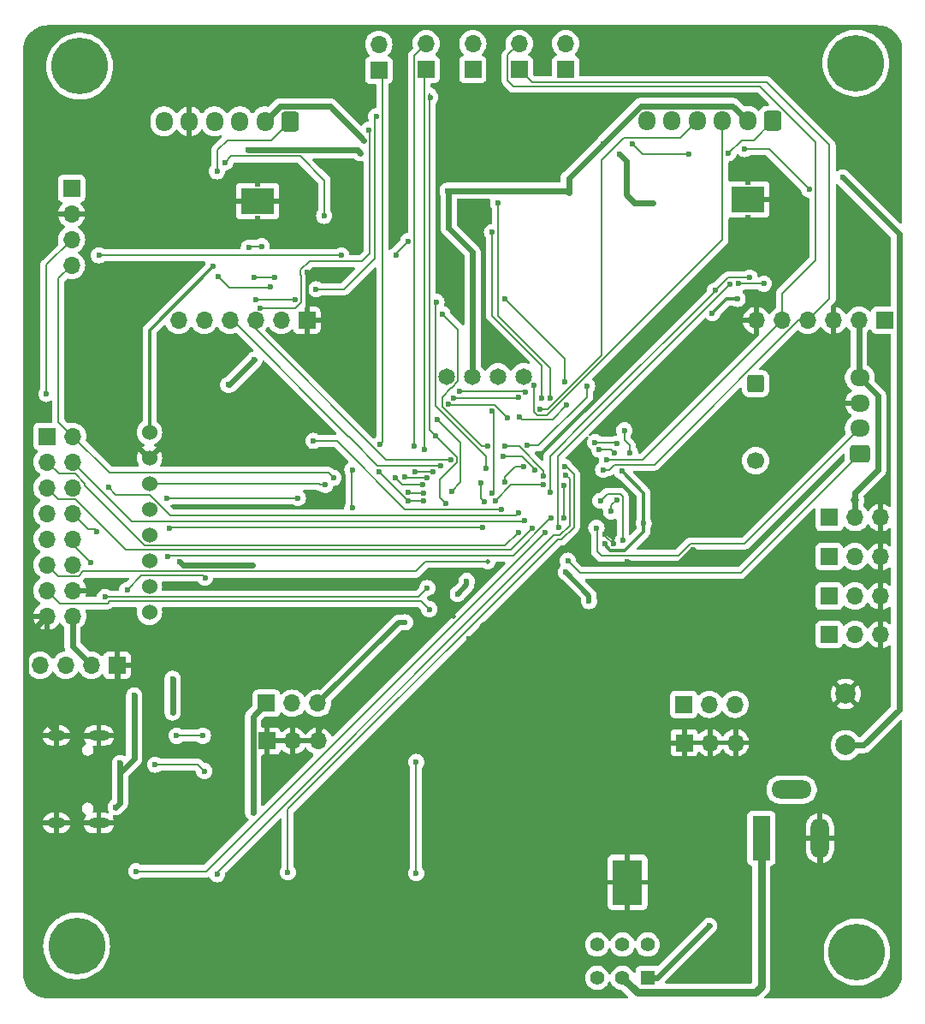
<source format=gbr>
%TF.GenerationSoftware,KiCad,Pcbnew,8.0.1*%
%TF.CreationDate,2024-06-22T21:51:16+08:00*%
%TF.ProjectId,car,6361722e-6b69-4636-9164-5f7063625858,rev?*%
%TF.SameCoordinates,Original*%
%TF.FileFunction,Copper,L2,Bot*%
%TF.FilePolarity,Positive*%
%FSLAX46Y46*%
G04 Gerber Fmt 4.6, Leading zero omitted, Abs format (unit mm)*
G04 Created by KiCad (PCBNEW 8.0.1) date 2024-06-22 21:51:16*
%MOMM*%
%LPD*%
G01*
G04 APERTURE LIST*
G04 Aperture macros list*
%AMRoundRect*
0 Rectangle with rounded corners*
0 $1 Rounding radius*
0 $2 $3 $4 $5 $6 $7 $8 $9 X,Y pos of 4 corners*
0 Add a 4 corners polygon primitive as box body*
4,1,4,$2,$3,$4,$5,$6,$7,$8,$9,$2,$3,0*
0 Add four circle primitives for the rounded corners*
1,1,$1+$1,$2,$3*
1,1,$1+$1,$4,$5*
1,1,$1+$1,$6,$7*
1,1,$1+$1,$8,$9*
0 Add four rect primitives between the rounded corners*
20,1,$1+$1,$2,$3,$4,$5,0*
20,1,$1+$1,$4,$5,$6,$7,0*
20,1,$1+$1,$6,$7,$8,$9,0*
20,1,$1+$1,$8,$9,$2,$3,0*%
G04 Aperture macros list end*
%TA.AperFunction,ComponentPad*%
%ADD10R,1.700000X1.700000*%
%TD*%
%TA.AperFunction,ComponentPad*%
%ADD11O,1.700000X1.700000*%
%TD*%
%TA.AperFunction,ComponentPad*%
%ADD12C,0.600000*%
%TD*%
%TA.AperFunction,SMDPad,CuDef*%
%ADD13R,2.950000X4.500000*%
%TD*%
%TA.AperFunction,ComponentPad*%
%ADD14RoundRect,0.250000X0.600000X0.725000X-0.600000X0.725000X-0.600000X-0.725000X0.600000X-0.725000X0*%
%TD*%
%TA.AperFunction,ComponentPad*%
%ADD15O,1.700000X1.950000*%
%TD*%
%TA.AperFunction,ComponentPad*%
%ADD16R,1.800000X4.400000*%
%TD*%
%TA.AperFunction,ComponentPad*%
%ADD17O,1.800000X4.000000*%
%TD*%
%TA.AperFunction,ComponentPad*%
%ADD18O,4.000000X1.800000*%
%TD*%
%TA.AperFunction,ComponentPad*%
%ADD19O,2.100000X1.000000*%
%TD*%
%TA.AperFunction,ComponentPad*%
%ADD20O,1.800000X1.000000*%
%TD*%
%TA.AperFunction,ComponentPad*%
%ADD21C,5.600000*%
%TD*%
%TA.AperFunction,ComponentPad*%
%ADD22R,1.400000X1.400000*%
%TD*%
%TA.AperFunction,ComponentPad*%
%ADD23C,1.400000*%
%TD*%
%TA.AperFunction,ComponentPad*%
%ADD24RoundRect,0.249900X-0.600100X0.600100X-0.600100X-0.600100X0.600100X-0.600100X0.600100X0.600100X0*%
%TD*%
%TA.AperFunction,ComponentPad*%
%ADD25C,1.700000*%
%TD*%
%TA.AperFunction,ComponentPad*%
%ADD26C,0.630000*%
%TD*%
%TA.AperFunction,SMDPad,CuDef*%
%ADD27R,3.300000X2.600000*%
%TD*%
%TA.AperFunction,ComponentPad*%
%ADD28C,1.650000*%
%TD*%
%TA.AperFunction,ComponentPad*%
%ADD29C,2.000000*%
%TD*%
%TA.AperFunction,ComponentPad*%
%ADD30RoundRect,0.250000X0.725000X-0.600000X0.725000X0.600000X-0.725000X0.600000X-0.725000X-0.600000X0*%
%TD*%
%TA.AperFunction,ComponentPad*%
%ADD31O,1.950000X1.700000*%
%TD*%
%TA.AperFunction,ComponentPad*%
%ADD32C,1.524000*%
%TD*%
%TA.AperFunction,ViaPad*%
%ADD33C,0.600000*%
%TD*%
%TA.AperFunction,ViaPad*%
%ADD34C,0.500000*%
%TD*%
%TA.AperFunction,ViaPad*%
%ADD35C,0.800000*%
%TD*%
%TA.AperFunction,Conductor*%
%ADD36C,0.800000*%
%TD*%
%TA.AperFunction,Conductor*%
%ADD37C,0.350000*%
%TD*%
%TA.AperFunction,Conductor*%
%ADD38C,0.500000*%
%TD*%
%TA.AperFunction,Conductor*%
%ADD39C,0.600000*%
%TD*%
%TA.AperFunction,Conductor*%
%ADD40C,0.200000*%
%TD*%
G04 APERTURE END LIST*
D10*
%TO.P,UART2,1,Pin_1*%
%TO.N,/USART2_TX*%
X183000000Y-56200000D03*
D11*
%TO.P,UART2,2,Pin_2*%
%TO.N,/USART2_RX*%
X183000000Y-53660000D03*
%TD*%
D12*
%TO.P,U7,9,GNDPAD*%
%TO.N,GND*%
X188500000Y-134800000D03*
X188500000Y-136000000D03*
X188500000Y-137300000D03*
X188500000Y-138400000D03*
D13*
X189100000Y-136600000D03*
D12*
X189700000Y-134800000D03*
X189700000Y-136000000D03*
X189700000Y-137300000D03*
X189700000Y-138400000D03*
%TD*%
D14*
%TO.P,J4,1,Pin_1*%
%TO.N,/bb68942b/BOUT2*%
X203500000Y-61300000D03*
D15*
%TO.P,J4,2,Pin_2*%
%TO.N,+3.3V*%
X201000000Y-61300000D03*
%TO.P,J4,3,Pin_3*%
%TO.N,/TIM8_CH2*%
X198500000Y-61300000D03*
%TO.P,J4,4,Pin_4*%
%TO.N,/TIM8_CH1*%
X196000000Y-61300000D03*
%TO.P,J4,5,Pin_5*%
%TO.N,GND*%
X193500000Y-61300000D03*
%TO.P,J4,6,Pin_6*%
%TO.N,/bb68942b/BOUT1*%
X191000000Y-61300000D03*
%TD*%
D10*
%TO.P,CH4,1,Pin_1*%
%TO.N,/TIM3_CH4*%
X209075000Y-104400000D03*
D11*
%TO.P,CH4,2,Pin_2*%
%TO.N,+5V*%
X211615000Y-104400000D03*
%TO.P,CH4,3,Pin_3*%
%TO.N,GND*%
X214155000Y-104400000D03*
%TD*%
D10*
%TO.P,CH2,1,Pin_1*%
%TO.N,/TIM3_CH2*%
X209075000Y-112100000D03*
D11*
%TO.P,CH2,2,Pin_2*%
%TO.N,+5V*%
X211615000Y-112100000D03*
%TO.P,CH2,3,Pin_3*%
%TO.N,GND*%
X214155000Y-112100000D03*
%TD*%
D10*
%TO.P,UART5,1,Pin_1*%
%TO.N,/USART5_TX*%
X169200000Y-56200000D03*
D11*
%TO.P,UART5,2,Pin_2*%
%TO.N,/USART5_RX*%
X169200000Y-53660000D03*
%TD*%
D10*
%TO.P,PB2 PB3,1,Pin_1*%
%TO.N,/-PB2*%
X131660000Y-92500000D03*
D11*
%TO.P,PB2 PB3,2,Pin_2*%
%TO.N,/-PB3*%
X134200000Y-92500000D03*
%TO.P,PB2 PB3,3,Pin_3*%
%TO.N,/-PC0*%
X131660000Y-95040000D03*
%TO.P,PB2 PB3,4,Pin_4*%
%TO.N,/-PC1*%
X134200000Y-95040000D03*
%TO.P,PB2 PB3,5,Pin_5*%
%TO.N,/-PC2*%
X131660000Y-97580000D03*
%TO.P,PB2 PB3,6,Pin_6*%
%TO.N,/-PC3*%
X134200000Y-97580000D03*
%TO.P,PB2 PB3,7,Pin_7*%
%TO.N,/-PC4*%
X131660000Y-100120000D03*
%TO.P,PB2 PB3,8,Pin_8*%
%TO.N,/-PC5*%
X134200000Y-100120000D03*
%TO.P,PB2 PB3,9,Pin_9*%
%TO.N,/-PC8*%
X131660000Y-102660000D03*
%TO.P,PB2 PB3,10,Pin_10*%
%TO.N,/-PC9*%
X134200000Y-102660000D03*
%TO.P,PB2 PB3,11,Pin_11*%
%TO.N,/-PC13*%
X131660000Y-105200000D03*
%TO.P,PB2 PB3,12,Pin_12*%
%TO.N,/-PC14*%
X134200000Y-105200000D03*
%TO.P,PB2 PB3,13,Pin_13*%
%TO.N,/-PC15*%
X131660000Y-107740000D03*
%TO.P,PB2 PB3,14,Pin_14*%
%TO.N,GND*%
X134200000Y-107740000D03*
%TO.P,PB2 PB3,15,Pin_15*%
X131660000Y-110280000D03*
%TO.P,PB2 PB3,16,Pin_16*%
%TO.N,+3.3V*%
X134200000Y-110280000D03*
%TD*%
D16*
%TO.P,J1,1*%
%TO.N,Net-(SW8-B)*%
X202345000Y-132230000D03*
D17*
%TO.P,J1,2*%
%TO.N,GND*%
X208145000Y-132230000D03*
D18*
%TO.P,J1,3*%
%TO.N,unconnected-(J1-Pad3)*%
X205345000Y-127430000D03*
%TD*%
D10*
%TO.P,UART1,1,Pin_1*%
%TO.N,/USART1_TX*%
X164500000Y-56275000D03*
D11*
%TO.P,UART1,2,Pin_2*%
%TO.N,/USART1_RX*%
X164500000Y-53735000D03*
%TD*%
D19*
%TO.P,P1,S1,SHIELD*%
%TO.N,GND*%
X136800000Y-122090000D03*
D20*
X132620000Y-122090000D03*
D19*
X136800000Y-130730000D03*
D20*
X132620000Y-130730000D03*
%TD*%
D21*
%TO.P,H4,1*%
%TO.N,N/C*%
X211800000Y-143500000D03*
%TD*%
%TO.P,H2,1*%
%TO.N,N/C*%
X211700000Y-55600000D03*
%TD*%
%TO.P,H3,1*%
%TO.N,N/C*%
X134600000Y-142900000D03*
%TD*%
D22*
%TO.P,\u7535\u6E90,1,A*%
%TO.N,+12V*%
X191107500Y-146050000D03*
D23*
%TO.P,\u7535\u6E90,2,B*%
%TO.N,Net-(SW8-B)*%
X188607500Y-146050000D03*
%TO.P,\u7535\u6E90,3,C*%
%TO.N,unconnected-(SW8-C-Pad3)*%
X186107500Y-146050000D03*
%TO.P,\u7535\u6E90,4*%
%TO.N,N/C*%
X191107500Y-142750000D03*
%TO.P,\u7535\u6E90,5*%
X188607500Y-142750000D03*
%TO.P,\u7535\u6E90,6*%
X186107500Y-142750000D03*
%TD*%
D10*
%TO.P,GND,1,Pin_1*%
%TO.N,GND*%
X194720000Y-122800000D03*
D11*
%TO.P,GND,2,Pin_2*%
X197260000Y-122800000D03*
%TO.P,GND,3,Pin_3*%
X199800000Y-122800000D03*
%TD*%
D24*
%TO.P,BZ2,1,-*%
%TO.N,Net-(BZ2--)*%
X201800000Y-87300000D03*
D25*
%TO.P,BZ2,2,+*%
%TO.N,Net-(BZ2-+)*%
X201800000Y-94900000D03*
%TD*%
D10*
%TO.P,DIO CLK 3.3 GND,1,Pin_1*%
%TO.N,GND*%
X138600000Y-115125000D03*
D11*
%TO.P,DIO CLK 3.3 GND,2,Pin_2*%
%TO.N,+3.3V*%
X136060000Y-115125000D03*
%TO.P,DIO CLK 3.3 GND,3,Pin_3*%
%TO.N,/stm32f103rct6/SWCLK*%
X133520000Y-115125000D03*
%TO.P,DIO CLK 3.3 GND,4,Pin_4*%
%TO.N,/stm32f103rct6/SWDIO*%
X130980000Y-115125000D03*
%TD*%
D10*
%TO.P,5V,1,Pin_1*%
%TO.N,+5V*%
X194660000Y-119000000D03*
D11*
%TO.P,5V,2,Pin_2*%
X197200000Y-119000000D03*
%TO.P,5V,3,Pin_3*%
X199740000Y-119000000D03*
%TD*%
D10*
%TO.P,EIGHT-WAY,1,Pin_1*%
%TO.N,+5V*%
X134100000Y-67960000D03*
D11*
%TO.P,EIGHT-WAY,2,Pin_2*%
%TO.N,GND*%
X134100000Y-70500000D03*
%TO.P,EIGHT-WAY,3,Pin_3*%
%TO.N,/-PB2*%
X134100000Y-73040000D03*
%TO.P,EIGHT-WAY,4,Pin_4*%
%TO.N,/-PB3*%
X134100000Y-75580000D03*
%TD*%
D10*
%TO.P,J3,1,Pin_1*%
%TO.N,unconnected-(J3-Pin_1-Pad1)*%
X214560000Y-81025000D03*
D11*
%TO.P,J3,2,Pin_2*%
%TO.N,+5V*%
X212020000Y-81025000D03*
%TO.P,J3,3,Pin_3*%
%TO.N,GND*%
X209480000Y-81025000D03*
%TO.P,J3,4,Pin_4*%
%TO.N,/USART3_TX*%
X206940000Y-81025000D03*
%TO.P,J3,5,Pin_5*%
%TO.N,/USART3_RX*%
X204400000Y-81025000D03*
%TO.P,J3,6,Pin_6*%
%TO.N,GND*%
X201860000Y-81025000D03*
%TD*%
D26*
%TO.P,U8,9,GND*%
%TO.N,GND*%
X199715000Y-69725000D03*
X201015000Y-69725000D03*
X202315000Y-69725000D03*
D27*
X201015000Y-69075000D03*
D26*
X199715000Y-68425000D03*
X201015000Y-68425000D03*
X202315000Y-68425000D03*
%TD*%
D28*
%TO.P,OLED1,1,GND*%
%TO.N,GND*%
X171220000Y-86602000D03*
%TO.P,OLED1,2,VCC*%
%TO.N,+3.3V*%
X173760000Y-86600000D03*
%TO.P,OLED1,3,SCL*%
%TO.N,/OLED_ACL*%
X176300000Y-86600000D03*
%TO.P,OLED1,4,SDA*%
%TO.N,/OLED_SDA*%
X178840000Y-86600000D03*
%TD*%
D10*
%TO.P,CH1,1,Pin_1*%
%TO.N,/TIM3_CH1*%
X209075000Y-108300000D03*
D11*
%TO.P,CH1,2,Pin_2*%
%TO.N,+5V*%
X211615000Y-108300000D03*
%TO.P,CH1,3,Pin_3*%
%TO.N,GND*%
X214155000Y-108300000D03*
%TD*%
D26*
%TO.P,U5,9,GND*%
%TO.N,GND*%
X151200000Y-69900000D03*
X152500000Y-69900000D03*
X153800000Y-69900000D03*
D27*
X152500000Y-69250000D03*
D26*
X151200000Y-68600000D03*
X152500000Y-68600000D03*
X153800000Y-68600000D03*
%TD*%
D10*
%TO.P,CH5,1,Pin_1*%
%TO.N,/TIM3_CH3*%
X209095000Y-100530000D03*
D11*
%TO.P,CH5,2,Pin_2*%
%TO.N,+5V*%
X211635000Y-100530000D03*
%TO.P,CH5,3,Pin_3*%
%TO.N,GND*%
X214175000Y-100530000D03*
%TD*%
D10*
%TO.P,J16,1,Pin_1*%
%TO.N,GND*%
X157380000Y-81025000D03*
D11*
%TO.P,J16,2,Pin_2*%
%TO.N,+3.3V*%
X154840000Y-81025000D03*
%TO.P,J16,3,Pin_3*%
%TO.N,/USART4_TX*%
X152300000Y-81025000D03*
%TO.P,J16,4,Pin_4*%
%TO.N,/USART4_RX*%
X149760000Y-81025000D03*
%TO.P,J16,5,Pin_5*%
%TO.N,unconnected-(J16-Pin_5-Pad5)*%
X147220000Y-81025000D03*
%TO.P,J16,6,Pin_6*%
%TO.N,unconnected-(J16-Pin_6-Pad6)*%
X144680000Y-81025000D03*
%TD*%
D29*
%TO.P,J13,1,Pin_1*%
%TO.N,+12V*%
X210700000Y-123040000D03*
%TO.P,J13,2,Pin_2*%
%TO.N,GND*%
X210700000Y-117960000D03*
%TD*%
D10*
%TO.P,3.3V,1,Pin_1*%
%TO.N,+3.3V*%
X153375000Y-118900000D03*
D11*
%TO.P,3.3V,2,Pin_2*%
X155915000Y-118900000D03*
%TO.P,3.3V,3,Pin_3*%
X158455000Y-118900000D03*
%TD*%
D30*
%TO.P,K210,1,Pin_1*%
%TO.N,/USART2_TX*%
X212100000Y-94200000D03*
D31*
%TO.P,K210,2,Pin_2*%
%TO.N,/USART2_RX*%
X212100000Y-91700000D03*
%TO.P,K210,3,Pin_3*%
%TO.N,GND*%
X212100000Y-89200000D03*
%TO.P,K210,4,Pin_4*%
%TO.N,+5V*%
X212100000Y-86700000D03*
%TD*%
D32*
%TO.P,MPU6050,1,Pin_1*%
%TO.N,+3.3V*%
X141800000Y-92100000D03*
%TO.P,MPU6050,2,Pin_2*%
%TO.N,GND*%
X141800000Y-94640000D03*
%TO.P,MPU6050,3,Pin_3*%
%TO.N,/MPU_SCL*%
X141800000Y-97180000D03*
%TO.P,MPU6050,4,Pin_4*%
%TO.N,/MPU_SDA*%
X141800000Y-99720000D03*
%TO.P,MPU6050,5,Pin_5*%
%TO.N,unconnected-(J19-Pin_5-Pad5)*%
X141800000Y-102260000D03*
%TO.P,MPU6050,6,Pin_6*%
%TO.N,unconnected-(J19-Pin_6-Pad6)*%
X141800000Y-104800000D03*
%TO.P,MPU6050,7,Pin_7*%
%TO.N,unconnected-(J19-Pin_7-Pad7)*%
X141800000Y-107340000D03*
%TO.P,MPU6050,8,Pin_8*%
%TO.N,unconnected-(J19-Pin_8-Pad8)*%
X141800000Y-109880000D03*
%TD*%
D10*
%TO.P,UART4,1,Pin_1*%
%TO.N,/USART4_TX*%
X173800000Y-56200000D03*
D11*
%TO.P,UART4,2,Pin_2*%
%TO.N,/USART4_RX*%
X173800000Y-53660000D03*
%TD*%
D10*
%TO.P,GND,1,Pin_1*%
%TO.N,GND*%
X153420000Y-122625000D03*
D11*
%TO.P,GND,2,Pin_2*%
X155960000Y-122625000D03*
%TO.P,GND,3,Pin_3*%
X158500000Y-122625000D03*
%TD*%
D14*
%TO.P,J2,1,Pin_1*%
%TO.N,/bb68942b/AOUT2*%
X155750000Y-61350000D03*
D15*
%TO.P,J2,2,Pin_2*%
%TO.N,+3.3V*%
X153250000Y-61350000D03*
%TO.P,J2,3,Pin_3*%
%TO.N,/TIM1_CH2*%
X150750000Y-61350000D03*
%TO.P,J2,4,Pin_4*%
%TO.N,/TIM1_CH1*%
X148250000Y-61350000D03*
%TO.P,J2,5,Pin_5*%
%TO.N,GND*%
X145750000Y-61350000D03*
%TO.P,J2,6,Pin_6*%
%TO.N,/bb68942b/AOUT1*%
X143250000Y-61350000D03*
%TD*%
D21*
%TO.P,H1,1*%
%TO.N,N/C*%
X134900000Y-55900000D03*
%TD*%
D10*
%TO.P,UART3,1,Pin_1*%
%TO.N,/USART3_TX*%
X178400000Y-56200000D03*
D11*
%TO.P,UART3,2,Pin_2*%
%TO.N,/USART3_RX*%
X178400000Y-53660000D03*
%TD*%
D33*
%TO.N,GND*%
X135000000Y-121400000D03*
X175500000Y-117100000D03*
X182200000Y-117300000D03*
X178100000Y-84200000D03*
D34*
X164900000Y-121900000D03*
D33*
X173100000Y-114100000D03*
X186914579Y-102212149D03*
D34*
X180200000Y-107300000D03*
D33*
X195600000Y-103700000D03*
X184200000Y-114800000D03*
X138600000Y-120200000D03*
X177300000Y-117700000D03*
X189800000Y-140600000D03*
X155900000Y-68900000D03*
X183500000Y-116700000D03*
X179800000Y-111000000D03*
X173400000Y-112500000D03*
X179600000Y-117500000D03*
X162300000Y-66800000D03*
X204200000Y-69800000D03*
X182600000Y-111800000D03*
X181500000Y-115400000D03*
D34*
X174700000Y-111300000D03*
D33*
X179900000Y-115500000D03*
X178300000Y-117700000D03*
X182300000Y-114300000D03*
X183300000Y-112600000D03*
X181600000Y-111000000D03*
X184100000Y-113400000D03*
X155900000Y-68100000D03*
X176300000Y-117800000D03*
X157380000Y-76300000D03*
X182200000Y-115100000D03*
D34*
X162900000Y-118800000D03*
X176500000Y-111100000D03*
X170000000Y-131500000D03*
D33*
X173400000Y-115100000D03*
X161700000Y-69400000D03*
X180700000Y-111000000D03*
X208200000Y-143500000D03*
X187690285Y-103133502D03*
X205300000Y-69800000D03*
X175900000Y-84200000D03*
X178800000Y-111000000D03*
X173100000Y-113300000D03*
X174500000Y-115400000D03*
D34*
X171300000Y-106600000D03*
D33*
X180800000Y-117400000D03*
X189100000Y-104900000D03*
X184100000Y-116000000D03*
D34*
X171884620Y-110284620D03*
D33*
X175200000Y-116200000D03*
D34*
X180700000Y-115500000D03*
D33*
X182500000Y-111000000D03*
%TO.N,+12V*%
X188300000Y-64600000D03*
X191600000Y-69400000D03*
X154400000Y-64200000D03*
X210400000Y-66900000D03*
X197200000Y-140900000D03*
X162700000Y-64500000D03*
X151600000Y-64200000D03*
%TO.N,+3.3V*%
X183287500Y-68400000D03*
X171400000Y-71900000D03*
X152000000Y-105262000D03*
X197500000Y-80300000D03*
X167100000Y-110900000D03*
X152100000Y-129700000D03*
X171300000Y-68200000D03*
X173200000Y-106800000D03*
X185300000Y-108800000D03*
X144100000Y-119800000D03*
X183004595Y-105950000D03*
X144800000Y-104900000D03*
X163000000Y-63200000D03*
X144100000Y-116475000D03*
X200000000Y-78900000D03*
X148100000Y-75700000D03*
X152200000Y-84900000D03*
X172300000Y-108100000D03*
X186837629Y-103137629D03*
X173760000Y-83600000D03*
X187800000Y-94100000D03*
X186682906Y-63582906D03*
X149600000Y-87400000D03*
X188550000Y-95950000D03*
X190700000Y-101100000D03*
X186300000Y-93801167D03*
%TO.N,+5V*%
X138450000Y-129186606D03*
D35*
X211635000Y-98835000D03*
D33*
X140300000Y-118100000D03*
X138900000Y-124800000D03*
%TO.N,/TIM1_CH1*%
X183100000Y-89400000D03*
X182900000Y-87100000D03*
X177000000Y-78900000D03*
X178450000Y-90600000D03*
%TO.N,/TIM1_CH2*%
X179200000Y-93400000D03*
X185100000Y-87500000D03*
%TO.N,/USART3_TX*%
X186700000Y-95800000D03*
%TO.N,/USART3_RX*%
X187080721Y-94818671D03*
%TO.N,/TIM8_CH2*%
X179857895Y-87448246D03*
%TO.N,/bb68942b/AOUT2*%
X148500000Y-66300000D03*
%TO.N,Net-(U5-ISEN)*%
X149300000Y-65400000D03*
X159100000Y-70700000D03*
%TO.N,Net-(U8-ISEN)*%
X207100000Y-68100000D03*
X200700000Y-64100000D03*
%TO.N,/stm32f103rct6/RST*%
X176600000Y-99700000D03*
X158050000Y-92950000D03*
%TO.N,Net-(U5-IN1)*%
X151650000Y-73850000D03*
X152900000Y-73700000D03*
%TO.N,/bb68942b/BOUT1*%
X189600000Y-63600000D03*
X195200000Y-64600000D03*
%TO.N,/bb68942b/BOUT2*%
X199100000Y-64500000D03*
%TO.N,/stm32f103rct6/SWDIO*%
X171400000Y-89300000D03*
X177200000Y-90700000D03*
X139600000Y-107700000D03*
X147300000Y-106462000D03*
%TO.N,/TIM8_CH1*%
X180450000Y-89800000D03*
%TO.N,/USART2_RX*%
X186031671Y-101550000D03*
%TO.N,/USART2_TX*%
X183200000Y-104800000D03*
%TO.N,/USART4_RX*%
X158300000Y-77958578D03*
X170600000Y-95400000D03*
X156200000Y-79000000D03*
X164250000Y-60850000D03*
X152300000Y-79000000D03*
%TO.N,/USART4_TX*%
X171600000Y-94782410D03*
X152800000Y-79800000D03*
X163500000Y-62200000D03*
%TO.N,/USART5_RX*%
X169298820Y-96600733D03*
X167100000Y-96500000D03*
X168000000Y-93500000D03*
%TO.N,/USART5_TX*%
X169884456Y-96000000D03*
X168100000Y-96000000D03*
X169000000Y-93800000D03*
%TO.N,/USART1_TX*%
X168900000Y-98900000D03*
X164600000Y-93299265D03*
X167400000Y-98900000D03*
X164500000Y-96000000D03*
%TO.N,/USART1_RX*%
X170083060Y-92416940D03*
X161900000Y-99600000D03*
X161900000Y-95800000D03*
X171100000Y-99100000D03*
X169600000Y-58970000D03*
%TO.N,Net-(U10-TXD)*%
X144500000Y-122100000D03*
X147100000Y-122100000D03*
%TO.N,Net-(U10-RXD)*%
X147230025Y-125609101D03*
X142375735Y-124975735D03*
%TO.N,/TIM2_CH2*%
X200100000Y-77400000D03*
X202600000Y-77400000D03*
X199200000Y-77500000D03*
X182327938Y-101522062D03*
%TO.N,/TIM2_CH1*%
X152199683Y-76742270D03*
X175100000Y-95700000D03*
X170200000Y-79200000D03*
X154158578Y-76758578D03*
%TO.N,/LED2*%
X181450000Y-88700000D03*
X176300000Y-69400000D03*
%TO.N,/LED3*%
X175700000Y-72300000D03*
X180649997Y-88700000D03*
%TO.N,/TIM3_CH2*%
X186425735Y-98874265D03*
X188655124Y-102800712D03*
%TO.N,/MPU_SDA*%
X143500000Y-98600000D03*
X171700000Y-97950000D03*
X170300000Y-90800000D03*
X156492892Y-98592892D03*
%TO.N,/MPU_SCL*%
X159200000Y-97300000D03*
X168902955Y-98076934D03*
X167400000Y-98000000D03*
%TO.N,/-PC3*%
X178300000Y-100100000D03*
X137750000Y-97550000D03*
%TO.N,/-PC8*%
X172500000Y-88075735D03*
X179000000Y-88100000D03*
%TO.N,/-PB2*%
X166200000Y-74600000D03*
X136800000Y-74600000D03*
X160800000Y-74600000D03*
X131600000Y-88300000D03*
X188800000Y-91900000D03*
X167400000Y-73200000D03*
X189352229Y-94100758D03*
%TO.N,/-PC15*%
X169500000Y-109600000D03*
D34*
%TO.N,/-PC13*%
X175300000Y-104900000D03*
D33*
%TO.N,/-PC4*%
X176000000Y-98900000D03*
X180824265Y-97300000D03*
X174800000Y-101500000D03*
X143800000Y-101600000D03*
%TO.N,/-PC0*%
X178330173Y-101999233D03*
%TO.N,/-PC2*%
X179650000Y-101600000D03*
%TO.N,/-PB3*%
X168872250Y-97277521D03*
X166100000Y-96600000D03*
X160000000Y-96600000D03*
%TO.N,/-PC14*%
X137400000Y-108400000D03*
X169300000Y-107500000D03*
%TO.N,/-PC9*%
X178334358Y-88675735D03*
X171912149Y-88685421D03*
X136000000Y-105000000D03*
%TO.N,/-PC5*%
X182800000Y-97350000D03*
X143600000Y-104400000D03*
X181550000Y-100600000D03*
X182800000Y-100600000D03*
X136600000Y-101900000D03*
%TO.N,/-PC1*%
X178900000Y-100800000D03*
%TO.N,/TIM3_CH4*%
X188024265Y-98775735D03*
X187475735Y-99924265D03*
%TO.N,/OLED_ACL*%
X174600000Y-97100000D03*
X174924265Y-98924265D03*
%TO.N,/OLED_SDA*%
X175700000Y-90000000D03*
X175700000Y-98100000D03*
%TO.N,/Buzzer*%
X185900000Y-93100000D03*
X188100000Y-93200000D03*
%TO.N,/KEY1*%
X140500000Y-135500000D03*
X178874265Y-95525735D03*
X177000000Y-97000000D03*
X180950770Y-101996289D03*
%TO.N,/KEY2*%
X148500000Y-135800000D03*
X180800000Y-96400000D03*
X183000000Y-96300000D03*
X176950000Y-93500000D03*
%TO.N,/KEY3*%
X176800000Y-94500000D03*
X182886863Y-95508038D03*
X155500000Y-135600000D03*
X179925735Y-95874265D03*
%TO.N,/KEY4*%
X168200000Y-135700000D03*
X168200000Y-124700000D03*
%TO.N,/DIRB*%
X197775735Y-78075735D03*
X201200000Y-76800000D03*
X181424265Y-98075735D03*
%TO.N,/DIRA*%
X170800000Y-80400000D03*
X148600000Y-76700000D03*
X175300000Y-93500000D03*
X153800000Y-77700000D03*
%TD*%
D36*
%TO.N,Net-(SW8-B)*%
X190057500Y-147500000D02*
X188607500Y-146050000D01*
X202345000Y-146905000D02*
X201750000Y-147500000D01*
X202345000Y-132230000D02*
X202345000Y-146905000D01*
X201750000Y-147500000D02*
X190057500Y-147500000D01*
D37*
%TO.N,GND*%
X162300000Y-66800000D02*
X161700000Y-67400000D01*
D38*
X174700000Y-111300000D02*
X174900000Y-111100000D01*
D39*
X208200000Y-143500000D02*
X208200000Y-143000000D01*
X208145000Y-142945000D02*
X208145000Y-132230000D01*
X170000000Y-131500000D02*
X170000000Y-123400000D01*
D38*
X180200000Y-108300000D02*
X180200000Y-107300000D01*
D37*
X157380000Y-76300000D02*
X157380000Y-81025000D01*
D39*
X170000000Y-123400000D02*
X169200000Y-122600000D01*
D38*
X188000000Y-122800000D02*
X194720000Y-122800000D01*
D39*
X165600000Y-122600000D02*
X164900000Y-121900000D01*
X132620000Y-122090000D02*
X132620000Y-121690000D01*
D38*
X171884620Y-110284620D02*
X171300000Y-109700000D01*
D39*
X189300000Y-105100000D02*
X194200000Y-105100000D01*
X129600000Y-118670000D02*
X129600000Y-112340000D01*
X169200000Y-122600000D02*
X165600000Y-122600000D01*
D38*
X176500000Y-111100000D02*
X177300000Y-110300000D01*
D40*
X175900000Y-84200000D02*
X178100000Y-84200000D01*
X187690285Y-103133502D02*
X186914579Y-102357796D01*
D39*
X129600000Y-112340000D02*
X131660000Y-110280000D01*
D38*
X178200000Y-110300000D02*
X180200000Y-108300000D01*
D39*
X162900000Y-118800000D02*
X161200000Y-118800000D01*
D38*
X174900000Y-111100000D02*
X176500000Y-111100000D01*
D39*
X132620000Y-122090000D02*
X136800000Y-122090000D01*
X189100000Y-104900000D02*
X189300000Y-105100000D01*
D40*
X186914579Y-102357796D02*
X186914579Y-102212149D01*
D38*
X171300000Y-109700000D02*
X171300000Y-106600000D01*
D37*
X161700000Y-67400000D02*
X161700000Y-69400000D01*
D38*
X178200000Y-110300000D02*
X180700000Y-112800000D01*
D39*
X161200000Y-118800000D02*
X158500000Y-121500000D01*
D38*
X180700000Y-112800000D02*
X180700000Y-115500000D01*
D39*
X208200000Y-143000000D02*
X208145000Y-142945000D01*
D38*
X177300000Y-110300000D02*
X178200000Y-110300000D01*
D39*
X194200000Y-105100000D02*
X195600000Y-103700000D01*
X158500000Y-121500000D02*
X158500000Y-122625000D01*
X138600000Y-115125000D02*
X138600000Y-120200000D01*
D38*
X180700000Y-115500000D02*
X188000000Y-122800000D01*
D39*
X132620000Y-121690000D02*
X129600000Y-118670000D01*
%TO.N,+12V*%
X212460000Y-123040000D02*
X210700000Y-123040000D01*
X216000000Y-119500000D02*
X212460000Y-123040000D01*
X192050000Y-146050000D02*
X197200000Y-140900000D01*
X189000000Y-65300000D02*
X189000000Y-68600000D01*
X162400000Y-64200000D02*
X162700000Y-64500000D01*
X210400000Y-66900000D02*
X216000000Y-72500000D01*
X188300000Y-64600000D02*
X189000000Y-65300000D01*
X154400000Y-64200000D02*
X162400000Y-64200000D01*
X216000000Y-72500000D02*
X216000000Y-119500000D01*
X191107500Y-146050000D02*
X192050000Y-146050000D01*
X189800000Y-69400000D02*
X191600000Y-69400000D01*
X189000000Y-68600000D02*
X189800000Y-69400000D01*
X151600000Y-64200000D02*
X154400000Y-64200000D01*
D40*
%TO.N,+3.3V*%
X187501167Y-93801167D02*
X186300000Y-93801167D01*
D39*
X154725000Y-59875000D02*
X153250000Y-61350000D01*
X183287500Y-66978312D02*
X186682906Y-63582906D01*
D38*
X173200000Y-106800000D02*
X173200000Y-107200000D01*
D37*
X186837629Y-103235441D02*
X187416312Y-103814124D01*
X200000000Y-78900000D02*
X198900000Y-78900000D01*
D39*
X171300000Y-68200000D02*
X183087500Y-68200000D01*
D37*
X148100000Y-75700000D02*
X141800000Y-82000000D01*
D39*
X183287500Y-68400000D02*
X183287500Y-66978312D01*
X134200000Y-113265000D02*
X136060000Y-115125000D01*
X134200000Y-110280000D02*
X134200000Y-113265000D01*
D37*
X186837629Y-103137629D02*
X186837629Y-103235441D01*
D38*
X185300000Y-108800000D02*
X185300000Y-108245405D01*
D37*
X188550000Y-95950000D02*
X190700000Y-98100000D01*
D39*
X152070000Y-120205000D02*
X152070000Y-129670000D01*
X145162000Y-105262000D02*
X152000000Y-105262000D01*
D37*
X188785876Y-103814124D02*
X190700000Y-101900000D01*
D40*
X187800000Y-94100000D02*
X187501167Y-93801167D01*
D37*
X187416312Y-103814124D02*
X188785876Y-103814124D01*
D39*
X159675000Y-59875000D02*
X154725000Y-59875000D01*
X171400000Y-71900000D02*
X171400000Y-68300000D01*
X173760000Y-86600000D02*
X173760000Y-83600000D01*
D37*
X190700000Y-98100000D02*
X190700000Y-101100000D01*
X190700000Y-101900000D02*
X190700000Y-101100000D01*
D39*
X149600000Y-87400000D02*
X149700000Y-87400000D01*
X153375000Y-118900000D02*
X152070000Y-120205000D01*
X173760000Y-83600000D02*
X173760000Y-74260000D01*
X144800000Y-104900000D02*
X145162000Y-105262000D01*
D38*
X185300000Y-108245405D02*
X183004595Y-105950000D01*
D39*
X152070000Y-129670000D02*
X152100000Y-129700000D01*
X173760000Y-74260000D02*
X171400000Y-71900000D01*
X199525000Y-59825000D02*
X201000000Y-61300000D01*
D37*
X171400000Y-68300000D02*
X171300000Y-68200000D01*
D39*
X190440812Y-59825000D02*
X199525000Y-59825000D01*
D37*
X141800000Y-82000000D02*
X141800000Y-92100000D01*
D38*
X173200000Y-107200000D02*
X172300000Y-108100000D01*
D37*
X198900000Y-78900000D02*
X197500000Y-80300000D01*
D39*
X144100000Y-119800000D02*
X144100000Y-116475000D01*
D37*
X183087500Y-68200000D02*
X183287500Y-68400000D01*
D39*
X149700000Y-87400000D02*
X152200000Y-84900000D01*
X186682906Y-63582906D02*
X190440812Y-59825000D01*
X163000000Y-63200000D02*
X159675000Y-59875000D01*
D38*
X167100000Y-110900000D02*
X166455000Y-110900000D01*
X166455000Y-110900000D02*
X158455000Y-118900000D01*
D39*
%TO.N,+5V*%
X212020000Y-86620000D02*
X212100000Y-86700000D01*
X212020000Y-81025000D02*
X212020000Y-86620000D01*
X211635000Y-98835000D02*
X211635000Y-100530000D01*
X138900000Y-128736606D02*
X138450000Y-129186606D01*
X140300000Y-124400000D02*
X140300000Y-118100000D01*
X138900000Y-124800000D02*
X138900000Y-125800000D01*
X213900000Y-95800000D02*
X213900000Y-88500000D01*
X211635000Y-98835000D02*
X211635000Y-98065000D01*
X138900000Y-125800000D02*
X138900000Y-128736606D01*
X213900000Y-88500000D02*
X212100000Y-86700000D01*
X211635000Y-98065000D02*
X213900000Y-95800000D01*
X138900000Y-125800000D02*
X140300000Y-124400000D01*
D40*
%TO.N,/TIM1_CH1*%
X182900000Y-87100000D02*
X182900000Y-84800000D01*
X178450000Y-90600000D02*
X178650000Y-90800000D01*
X182900000Y-84800000D02*
X177000000Y-78900000D01*
X181700000Y-90800000D02*
X183100000Y-89400000D01*
X178650000Y-90800000D02*
X181700000Y-90800000D01*
%TO.N,/TIM1_CH2*%
X179200000Y-93400000D02*
X180300000Y-93400000D01*
X185100000Y-88600000D02*
X185100000Y-87500000D01*
X180300000Y-93400000D02*
X185100000Y-88600000D01*
%TO.N,/USART3_TX*%
X206940000Y-81025000D02*
X209100000Y-78865000D01*
X202900000Y-57500000D02*
X179700000Y-57500000D01*
X206026346Y-81025000D02*
X206940000Y-81025000D01*
X209100000Y-63700000D02*
X202900000Y-57500000D01*
X191751346Y-95300000D02*
X206026346Y-81025000D01*
X186700000Y-95800000D02*
X187300000Y-95800000D01*
X209100000Y-78865000D02*
X209100000Y-63700000D01*
X187800000Y-95300000D02*
X191751346Y-95300000D01*
X179700000Y-57500000D02*
X178400000Y-56200000D01*
X187300000Y-95800000D02*
X187800000Y-95300000D01*
%TO.N,/USART3_RX*%
X177250000Y-57350000D02*
X177250000Y-54810000D01*
X204400000Y-78351471D02*
X207700000Y-75051471D01*
X207700000Y-63390256D02*
X202209744Y-57900000D01*
X204400000Y-81025000D02*
X204400000Y-78351471D01*
X190625000Y-94800000D02*
X204400000Y-81025000D01*
X177800000Y-57900000D02*
X177250000Y-57350000D01*
X202209744Y-57900000D02*
X177800000Y-57900000D01*
X187099392Y-94800000D02*
X190625000Y-94800000D01*
X187080721Y-94818671D02*
X187099392Y-94800000D01*
X177250000Y-54810000D02*
X178400000Y-53660000D01*
X207700000Y-75051471D02*
X207700000Y-63390256D01*
%TO.N,/TIM8_CH2*%
X180201471Y-90400000D02*
X181164215Y-90400000D01*
X179857895Y-87448246D02*
X179857895Y-88942105D01*
X198500000Y-73064215D02*
X198500000Y-61300000D01*
X179857895Y-88942105D02*
X179850000Y-88950000D01*
X179850000Y-88950000D02*
X179850000Y-90048529D01*
X179850000Y-90048529D02*
X180201471Y-90400000D01*
X181164215Y-90400000D02*
X198500000Y-73064215D01*
%TO.N,/bb68942b/AOUT2*%
X149500000Y-63200000D02*
X153900000Y-63200000D01*
X148500000Y-64200000D02*
X149500000Y-63200000D01*
X153900000Y-63200000D02*
X155750000Y-61350000D01*
X148500000Y-66300000D02*
X148500000Y-64200000D01*
%TO.N,Net-(U5-ISEN)*%
X149900000Y-64800000D02*
X156700000Y-64800000D01*
X149300000Y-65400000D02*
X149900000Y-64800000D01*
X156700000Y-64800000D02*
X159100000Y-67200000D01*
X159100000Y-67200000D02*
X159100000Y-70700000D01*
%TO.N,Net-(U8-ISEN)*%
X200700000Y-64100000D02*
X203100000Y-64100000D01*
X203100000Y-64100000D02*
X207100000Y-68100000D01*
%TO.N,/stm32f103rct6/RST*%
X167100000Y-99700000D02*
X176600000Y-99700000D01*
X160350000Y-92950000D02*
X167100000Y-99700000D01*
X158050000Y-92950000D02*
X160350000Y-92950000D01*
%TO.N,Net-(U5-IN1)*%
X151800000Y-73700000D02*
X152900000Y-73700000D01*
X151650000Y-73850000D02*
X151800000Y-73700000D01*
%TO.N,/bb68942b/BOUT1*%
X190600000Y-64600000D02*
X195200000Y-64600000D01*
X189600000Y-63600000D02*
X190600000Y-64600000D01*
%TO.N,/bb68942b/BOUT2*%
X199100000Y-64500000D02*
X200400000Y-63200000D01*
X200400000Y-63200000D02*
X201600000Y-63200000D01*
X201600000Y-63200000D02*
X203500000Y-61300000D01*
%TO.N,/stm32f103rct6/SWDIO*%
X141022000Y-106278000D02*
X139600000Y-107700000D01*
X177200000Y-90651471D02*
X177200000Y-90700000D01*
X147116000Y-106278000D02*
X141022000Y-106278000D01*
X171400000Y-89300000D02*
X171500000Y-89400000D01*
X175948529Y-89400000D02*
X177200000Y-90651471D01*
X171500000Y-89400000D02*
X175948529Y-89400000D01*
X147300000Y-106462000D02*
X147116000Y-106278000D01*
%TO.N,/TIM8_CH1*%
X188700000Y-63000000D02*
X194300000Y-63000000D01*
X181198529Y-89800000D02*
X186500000Y-84498529D01*
X186500000Y-84498529D02*
X186500000Y-65200000D01*
X180450000Y-89800000D02*
X181198529Y-89800000D01*
X194300000Y-63000000D02*
X196000000Y-61300000D01*
X186500000Y-65200000D02*
X188700000Y-63000000D01*
%TO.N,/USART2_RX*%
X194151471Y-104300000D02*
X195351471Y-103100000D01*
X186100000Y-101618329D02*
X186100000Y-103900000D01*
X200700000Y-103100000D02*
X212100000Y-91700000D01*
X186031671Y-101550000D02*
X186100000Y-101618329D01*
X186100000Y-103900000D02*
X186500000Y-104300000D01*
X186500000Y-104300000D02*
X194151471Y-104300000D01*
X195351471Y-103100000D02*
X200700000Y-103100000D01*
%TO.N,/USART2_TX*%
X184400000Y-106000000D02*
X200300000Y-106000000D01*
X200300000Y-106000000D02*
X212100000Y-94200000D01*
X183200000Y-104800000D02*
X184400000Y-106000000D01*
%TO.N,/USART4_RX*%
X164400000Y-95400000D02*
X161900000Y-92900000D01*
X153851471Y-79000000D02*
X156200000Y-79000000D01*
X161900000Y-92900000D02*
X161900000Y-92851471D01*
X170600000Y-95400000D02*
X164400000Y-95400000D01*
X161500000Y-92500000D02*
X150025000Y-81025000D01*
X161041422Y-77958578D02*
X158300000Y-77958578D01*
X161900000Y-92851471D02*
X161548529Y-92500000D01*
X164250000Y-60850000D02*
X164100000Y-61000000D01*
X164100000Y-61000000D02*
X164100000Y-74900000D01*
X150025000Y-81025000D02*
X149760000Y-81025000D01*
X161548529Y-92500000D02*
X161500000Y-92500000D01*
X164100000Y-74900000D02*
X161041422Y-77958578D01*
X152300000Y-79000000D02*
X153851471Y-79000000D01*
%TO.N,/USART4_TX*%
X163600000Y-74400000D02*
X162800000Y-75200000D01*
X156780000Y-76548529D02*
X156815736Y-76584264D01*
X165200000Y-94800000D02*
X152300000Y-81900000D01*
X171582410Y-94800000D02*
X165200000Y-94800000D01*
X171600000Y-94782410D02*
X171582410Y-94800000D01*
X152300000Y-81900000D02*
X152300000Y-81025000D01*
X156815736Y-76584264D02*
X156815736Y-79232793D01*
X156248529Y-79800000D02*
X152800000Y-79800000D01*
X156815736Y-79232793D02*
X156248529Y-79800000D01*
X157631471Y-75200000D02*
X156780000Y-76051471D01*
X163500000Y-62200000D02*
X163600000Y-62300000D01*
X162800000Y-75200000D02*
X157631471Y-75200000D01*
X156780000Y-76051471D02*
X156780000Y-76548529D01*
X163600000Y-62300000D02*
X163600000Y-74400000D01*
%TO.N,/USART5_RX*%
X168000000Y-93500000D02*
X168000000Y-54860000D01*
X168000000Y-54860000D02*
X169200000Y-53660000D01*
X169298820Y-96600733D02*
X167200733Y-96600733D01*
X167200733Y-96600733D02*
X167100000Y-96500000D01*
%TO.N,/USART5_TX*%
X169000000Y-56400000D02*
X169200000Y-56200000D01*
X168100000Y-96000000D02*
X169884456Y-96000000D01*
X169000000Y-93800000D02*
X169000000Y-56400000D01*
%TO.N,/USART1_TX*%
X167400000Y-98900000D02*
X168900000Y-98900000D01*
X164850000Y-56625000D02*
X164500000Y-56275000D01*
X164600000Y-93299265D02*
X164850000Y-93049265D01*
X164500000Y-96000000D02*
X167400000Y-98900000D01*
X164850000Y-93049265D02*
X164850000Y-56625000D01*
%TO.N,/USART1_RX*%
X172200000Y-95100000D02*
X172200000Y-94533881D01*
X169500000Y-58700000D02*
X169500000Y-91833881D01*
X171100000Y-99100000D02*
X170500000Y-98500000D01*
X161800000Y-99500000D02*
X161800000Y-95900000D01*
X169600000Y-58600000D02*
X169500000Y-58700000D01*
X161900000Y-99600000D02*
X161800000Y-99500000D01*
X161800000Y-95900000D02*
X161900000Y-95800000D01*
X170500000Y-96800000D02*
X172200000Y-95100000D01*
X170500000Y-98500000D02*
X170500000Y-96800000D01*
X169500000Y-91833881D02*
X170083060Y-92416940D01*
X172200000Y-94533881D02*
X170083060Y-92416940D01*
%TO.N,Net-(U10-TXD)*%
X144500000Y-122100000D02*
X147100000Y-122100000D01*
%TO.N,Net-(U10-RXD)*%
X146596659Y-124975735D02*
X147230025Y-125609101D01*
X142375735Y-124975735D02*
X146596659Y-124975735D01*
%TO.N,/TIM2_CH2*%
X200100000Y-77400000D02*
X200500000Y-77400000D01*
X200500000Y-77400000D02*
X202600000Y-77400000D01*
X182200000Y-101394124D02*
X182200000Y-94500000D01*
X182200000Y-94500000D02*
X199200000Y-77500000D01*
X182327938Y-101522062D02*
X182200000Y-101394124D01*
%TO.N,/TIM2_CH1*%
X170095000Y-89495000D02*
X170095000Y-79305000D01*
X170095000Y-79305000D02*
X170200000Y-79200000D01*
X175100000Y-94500000D02*
X170095000Y-89495000D01*
X152215991Y-76758578D02*
X154158578Y-76758578D01*
X152199683Y-76742270D02*
X152215991Y-76758578D01*
X175100000Y-95700000D02*
X175100000Y-94500000D01*
%TO.N,/LED2*%
X181450000Y-85750000D02*
X176300000Y-80600000D01*
X176300000Y-80600000D02*
X176300000Y-69400000D01*
X181450000Y-88700000D02*
X181450000Y-85750000D01*
%TO.N,/LED3*%
X180649997Y-88700000D02*
X180649997Y-85515683D01*
X180649997Y-85515683D02*
X175700000Y-80565685D01*
X175700000Y-80565685D02*
X175700000Y-72300000D01*
%TO.N,/TIM3_CH2*%
X187124265Y-98175735D02*
X186425735Y-98874265D01*
X188655124Y-102800712D02*
X188624265Y-102769853D01*
X188624265Y-98424265D02*
X188375735Y-98175735D01*
X188375735Y-98175735D02*
X187124265Y-98175735D01*
X188624265Y-102769853D02*
X188624265Y-98424265D01*
%TO.N,/MPU_SDA*%
X171700000Y-97950000D02*
X172600000Y-97050000D01*
X156492892Y-98592892D02*
X153407108Y-98592892D01*
X172600000Y-93100000D02*
X170300000Y-90800000D01*
X153407108Y-98592892D02*
X153400000Y-98600000D01*
X153400000Y-98600000D02*
X143500000Y-98600000D01*
X172600000Y-97050000D02*
X172600000Y-93100000D01*
%TO.N,/MPU_SCL*%
X168902955Y-98076934D02*
X167476934Y-98076934D01*
X158700000Y-97300000D02*
X158580000Y-97180000D01*
X158580000Y-97180000D02*
X141800000Y-97180000D01*
X167476934Y-98076934D02*
X167400000Y-98000000D01*
X159200000Y-97300000D02*
X158700000Y-97300000D01*
%TO.N,/-PC3*%
X141869052Y-98287157D02*
X143881895Y-100300000D01*
X137750000Y-97550000D02*
X138487157Y-98287157D01*
X138487157Y-98287157D02*
X141869052Y-98287157D01*
X143881895Y-100300000D02*
X178100000Y-100300000D01*
X178100000Y-100300000D02*
X178300000Y-100100000D01*
%TO.N,/-PC8*%
X172500000Y-88075735D02*
X178975735Y-88075735D01*
X178975735Y-88075735D02*
X179000000Y-88100000D01*
%TO.N,/-PB2*%
X189300000Y-93348529D02*
X188800000Y-92848529D01*
X131600000Y-88300000D02*
X131600000Y-75540000D01*
X160800000Y-74600000D02*
X136800000Y-74600000D01*
X188800000Y-92848529D02*
X188800000Y-91900000D01*
X166200000Y-74600000D02*
X166200000Y-74400000D01*
X131600000Y-75540000D02*
X134100000Y-73040000D01*
X189352229Y-94100758D02*
X189300000Y-94048529D01*
X189300000Y-94048529D02*
X189300000Y-93348529D01*
X166200000Y-74400000D02*
X167400000Y-73200000D01*
%TO.N,/-PC15*%
X137846529Y-108802000D02*
X137648529Y-109000000D01*
X132920000Y-109000000D02*
X131660000Y-107740000D01*
X169500000Y-109600000D02*
X168702000Y-108802000D01*
X168702000Y-108802000D02*
X137846529Y-108802000D01*
X137648529Y-109000000D02*
X132920000Y-109000000D01*
%TO.N,/-PC13*%
X134774000Y-106350000D02*
X132810000Y-106350000D01*
X135262000Y-105862000D02*
X134774000Y-106350000D01*
X132810000Y-106350000D02*
X131660000Y-105200000D01*
X169100000Y-104900000D02*
X168138000Y-105862000D01*
X168138000Y-105862000D02*
X135262000Y-105862000D01*
X175300000Y-104900000D02*
X169100000Y-104900000D01*
%TO.N,/-PC4*%
X143900000Y-101500000D02*
X143800000Y-101600000D01*
X180824265Y-97300000D02*
X177600000Y-97300000D01*
X177600000Y-97300000D02*
X176000000Y-98900000D01*
X174800000Y-101500000D02*
X143900000Y-101500000D01*
%TO.N,/-PC0*%
X135400000Y-97153654D02*
X134446346Y-96200000D01*
X134446346Y-96200000D02*
X132820000Y-96200000D01*
X135400000Y-97361895D02*
X135400000Y-97153654D01*
X141360105Y-103322000D02*
X135400000Y-97361895D01*
X132820000Y-96200000D02*
X131660000Y-95040000D01*
X178330173Y-101999233D02*
X177007406Y-103322000D01*
X177007406Y-103322000D02*
X141360105Y-103322000D01*
%TO.N,/-PC2*%
X179650000Y-101600000D02*
X177528000Y-103722000D01*
X132810000Y-98730000D02*
X131660000Y-97580000D01*
X134436346Y-98730000D02*
X132810000Y-98730000D01*
X139428346Y-103722000D02*
X134436346Y-98730000D01*
X177528000Y-103722000D02*
X139428346Y-103722000D01*
%TO.N,/-PB3*%
X166777521Y-97277521D02*
X166100000Y-96600000D01*
X137818000Y-96118000D02*
X134200000Y-92500000D01*
X159518000Y-96118000D02*
X137818000Y-96118000D01*
X134100000Y-75580000D02*
X132810000Y-76870000D01*
X132810000Y-91110000D02*
X134200000Y-92500000D01*
X132810000Y-76870000D02*
X132810000Y-91110000D01*
X168872250Y-97277521D02*
X166777521Y-97277521D01*
X160000000Y-96600000D02*
X159518000Y-96118000D01*
%TO.N,/-PC14*%
X137402000Y-108402000D02*
X137400000Y-108400000D01*
X168398000Y-108402000D02*
X137402000Y-108402000D01*
X169300000Y-107500000D02*
X168398000Y-108402000D01*
%TO.N,/-PC9*%
X171926728Y-88700000D02*
X178310093Y-88700000D01*
X171912149Y-88685421D02*
X171926728Y-88700000D01*
X178310093Y-88700000D02*
X178334358Y-88675735D01*
X134200000Y-103200000D02*
X134200000Y-102660000D01*
X136000000Y-105000000D02*
X134200000Y-103200000D01*
%TO.N,/-PC5*%
X181550000Y-100600000D02*
X181498529Y-100600000D01*
X177798529Y-104300000D02*
X143700000Y-104300000D01*
X181498529Y-100600000D02*
X177798529Y-104300000D01*
X182800000Y-97350000D02*
X182800000Y-100600000D01*
X135780000Y-101700000D02*
X134200000Y-100120000D01*
X136400000Y-101700000D02*
X135780000Y-101700000D01*
X143700000Y-104300000D02*
X143600000Y-104400000D01*
X136600000Y-101900000D02*
X136400000Y-101700000D01*
%TO.N,/-PC1*%
X140060000Y-100900000D02*
X134200000Y-95040000D01*
X178800000Y-100900000D02*
X140060000Y-100900000D01*
X178900000Y-100800000D02*
X178800000Y-100900000D01*
%TO.N,/TIM3_CH4*%
X187475735Y-99324265D02*
X188024265Y-98775735D01*
X187475735Y-99924265D02*
X187475735Y-99324265D01*
%TO.N,/OLED_ACL*%
X174924265Y-98924265D02*
X174600000Y-98600000D01*
X174600000Y-98600000D02*
X174600000Y-97100000D01*
%TO.N,/OLED_SDA*%
X175900000Y-90200000D02*
X175700000Y-90000000D01*
X175700000Y-98100000D02*
X175900000Y-97900000D01*
X175900000Y-97900000D02*
X175900000Y-90200000D01*
%TO.N,/Buzzer*%
X188100000Y-93200000D02*
X188000000Y-93100000D01*
X188000000Y-93100000D02*
X185900000Y-93100000D01*
%TO.N,/KEY1*%
X180950770Y-101996289D02*
X147447059Y-135500000D01*
X178874265Y-95525735D02*
X177974265Y-95525735D01*
X147447059Y-135500000D02*
X140500000Y-135500000D01*
X177000000Y-96500000D02*
X177000000Y-97000000D01*
X177974265Y-95525735D02*
X177000000Y-96500000D01*
%TO.N,/KEY2*%
X176950000Y-93500000D02*
X178400000Y-93500000D01*
X178400000Y-93500000D02*
X180800000Y-95900000D01*
X148500000Y-135600000D02*
X148500000Y-135800000D01*
X180800000Y-95900000D02*
X180800000Y-96400000D01*
X183400000Y-101298529D02*
X182398529Y-102300000D01*
X183000000Y-96300000D02*
X183400000Y-96700000D01*
X183400000Y-96700000D02*
X183400000Y-101298529D01*
X182398529Y-102300000D02*
X181800000Y-102300000D01*
X181800000Y-102300000D02*
X148500000Y-135600000D01*
%TO.N,/KEY3*%
X179925735Y-95728676D02*
X179925735Y-95874265D01*
X183800000Y-101464215D02*
X182564214Y-102700000D01*
X176800000Y-94500000D02*
X178697059Y-94500000D01*
X183056567Y-95508038D02*
X183800000Y-96251471D01*
X183800000Y-96251471D02*
X183800000Y-101464215D01*
X182886863Y-95508038D02*
X183056567Y-95508038D01*
X155500000Y-129400000D02*
X155500000Y-135600000D01*
X182564214Y-102700000D02*
X182200000Y-102700000D01*
X178697059Y-94500000D02*
X179925735Y-95728676D01*
X182200000Y-102700000D02*
X155500000Y-129400000D01*
%TO.N,/KEY4*%
X168200000Y-135700000D02*
X168200000Y-124700000D01*
%TO.N,/DIRB*%
X185300000Y-90600000D02*
X197775735Y-78124265D01*
X199051471Y-76800000D02*
X201200000Y-76800000D01*
X198951471Y-76900000D02*
X199051471Y-76800000D01*
X181424265Y-94475735D02*
X185300000Y-90600000D01*
X197775735Y-78124265D02*
X197775735Y-78075735D01*
X181424265Y-98075735D02*
X181424265Y-94475735D01*
X197775735Y-78075735D02*
X198951471Y-76900000D01*
%TO.N,/DIRA*%
X171685991Y-87727000D02*
X172345000Y-87067991D01*
X171673000Y-87727000D02*
X171685991Y-87727000D01*
X149700000Y-77800000D02*
X148600000Y-76700000D01*
X174700000Y-93500000D02*
X170800000Y-89600000D01*
X172345000Y-87067991D02*
X172345000Y-81945000D01*
X170800000Y-88600000D02*
X171673000Y-87727000D01*
X170800000Y-89600000D02*
X170800000Y-88600000D01*
X153800000Y-77700000D02*
X153700000Y-77800000D01*
X172345000Y-81945000D02*
X170800000Y-80400000D01*
X153700000Y-77800000D02*
X149700000Y-77800000D01*
X175300000Y-93500000D02*
X174700000Y-93500000D01*
%TD*%
%TA.AperFunction,Conductor*%
%TO.N,GND*%
G36*
X196794075Y-122607007D02*
G01*
X196760000Y-122734174D01*
X196760000Y-122865826D01*
X196794075Y-122992993D01*
X196826988Y-123050000D01*
X195153012Y-123050000D01*
X195185925Y-122992993D01*
X195220000Y-122865826D01*
X195220000Y-122734174D01*
X195185925Y-122607007D01*
X195153012Y-122550000D01*
X196826988Y-122550000D01*
X196794075Y-122607007D01*
G37*
%TD.AperFunction*%
%TA.AperFunction,Conductor*%
G36*
X199334075Y-122607007D02*
G01*
X199300000Y-122734174D01*
X199300000Y-122865826D01*
X199334075Y-122992993D01*
X199366988Y-123050000D01*
X197693012Y-123050000D01*
X197725925Y-122992993D01*
X197760000Y-122865826D01*
X197760000Y-122734174D01*
X197725925Y-122607007D01*
X197693012Y-122550000D01*
X199366988Y-122550000D01*
X199334075Y-122607007D01*
G37*
%TD.AperFunction*%
%TA.AperFunction,Conductor*%
G36*
X213803736Y-51830726D02*
G01*
X214093796Y-51848271D01*
X214108659Y-51850076D01*
X214390798Y-51901780D01*
X214405335Y-51905363D01*
X214679172Y-51990695D01*
X214693163Y-51996000D01*
X214954743Y-52113727D01*
X214967989Y-52120680D01*
X215213465Y-52269075D01*
X215225776Y-52277573D01*
X215401358Y-52415132D01*
X215451573Y-52454473D01*
X215462781Y-52464403D01*
X215665596Y-52667218D01*
X215675526Y-52678426D01*
X215676510Y-52679682D01*
X215821070Y-52864200D01*
X215852422Y-52904217D01*
X215860926Y-52916537D01*
X215899100Y-52979685D01*
X216009316Y-53162004D01*
X216016275Y-53175263D01*
X216133997Y-53436831D01*
X216139306Y-53450832D01*
X216224635Y-53724663D01*
X216228219Y-53739201D01*
X216279923Y-54021340D01*
X216281728Y-54036205D01*
X216299274Y-54326263D01*
X216299500Y-54333750D01*
X216299500Y-71368060D01*
X216279815Y-71435099D01*
X216227011Y-71480854D01*
X216157853Y-71490798D01*
X216094297Y-71461773D01*
X216087819Y-71455741D01*
X210902260Y-66270182D01*
X210902257Y-66270180D01*
X210836900Y-66229114D01*
X210833982Y-66227223D01*
X210779179Y-66190605D01*
X210779173Y-66190603D01*
X210778365Y-66190268D01*
X210759865Y-66180709D01*
X210749524Y-66174212D01*
X210749523Y-66174211D01*
X210749522Y-66174211D01*
X210688867Y-66152986D01*
X210682377Y-66150509D01*
X210633496Y-66130262D01*
X210619860Y-66127550D01*
X210603104Y-66122976D01*
X210579260Y-66114633D01*
X210579256Y-66114632D01*
X210579255Y-66114632D01*
X210558575Y-66112301D01*
X210528303Y-66108890D01*
X210518003Y-66107288D01*
X210478844Y-66099500D01*
X210478842Y-66099500D01*
X210451915Y-66099500D01*
X210438031Y-66098720D01*
X210400002Y-66094435D01*
X210399998Y-66094435D01*
X210361969Y-66098720D01*
X210348085Y-66099500D01*
X210321152Y-66099500D01*
X210281994Y-66107288D01*
X210271696Y-66108890D01*
X210220742Y-66114632D01*
X210220735Y-66114634D01*
X210196898Y-66122975D01*
X210180140Y-66127550D01*
X210166502Y-66130263D01*
X210166496Y-66130264D01*
X210117631Y-66150504D01*
X210111140Y-66152982D01*
X210050477Y-66174210D01*
X210050474Y-66174212D01*
X210040127Y-66180713D01*
X210021639Y-66190266D01*
X210020832Y-66190600D01*
X210020824Y-66190604D01*
X209966047Y-66227204D01*
X209963132Y-66229092D01*
X209891843Y-66273888D01*
X209890405Y-66271599D01*
X209837085Y-66293347D01*
X209768394Y-66280568D01*
X209717516Y-66232680D01*
X209700500Y-66169987D01*
X209700500Y-63620944D01*
X209700500Y-63620943D01*
X209694282Y-63597738D01*
X209659577Y-63468215D01*
X209616980Y-63394435D01*
X209580520Y-63331284D01*
X209468716Y-63219480D01*
X209468715Y-63219479D01*
X209464385Y-63215149D01*
X209464374Y-63215139D01*
X203387590Y-57138355D01*
X203387588Y-57138352D01*
X203268717Y-57019481D01*
X203268716Y-57019480D01*
X203164960Y-56959577D01*
X203164959Y-56959576D01*
X203131783Y-56940422D01*
X203075881Y-56925443D01*
X202979057Y-56899499D01*
X202820943Y-56899499D01*
X202813347Y-56899499D01*
X202813331Y-56899500D01*
X184474500Y-56899500D01*
X184407461Y-56879815D01*
X184361706Y-56827011D01*
X184350500Y-56775500D01*
X184350499Y-55600000D01*
X208394652Y-55600000D01*
X208410917Y-55900000D01*
X208414028Y-55957368D01*
X208414029Y-55957385D01*
X208471926Y-56310539D01*
X208471932Y-56310565D01*
X208567672Y-56655392D01*
X208567674Y-56655399D01*
X208700142Y-56987870D01*
X208700151Y-56987888D01*
X208867784Y-57304077D01*
X208867787Y-57304082D01*
X208867789Y-57304085D01*
X209065031Y-57594996D01*
X209068634Y-57600309D01*
X209068641Y-57600319D01*
X209195356Y-57749499D01*
X209300332Y-57873086D01*
X209560163Y-58119211D01*
X209560170Y-58119216D01*
X209560172Y-58119218D01*
X209560518Y-58119481D01*
X209845081Y-58335800D01*
X210151747Y-58520315D01*
X210151749Y-58520316D01*
X210151751Y-58520317D01*
X210151755Y-58520319D01*
X210368247Y-58620478D01*
X210476565Y-58670591D01*
X210815726Y-58784868D01*
X211165254Y-58861805D01*
X211521052Y-58900500D01*
X211521058Y-58900500D01*
X211878942Y-58900500D01*
X211878948Y-58900500D01*
X212234746Y-58861805D01*
X212584274Y-58784868D01*
X212923435Y-58670591D01*
X213248253Y-58520315D01*
X213554919Y-58335800D01*
X213839837Y-58119211D01*
X214099668Y-57873086D01*
X214331365Y-57600311D01*
X214532211Y-57304085D01*
X214699853Y-56987880D01*
X214832324Y-56655403D01*
X214928071Y-56310552D01*
X214985972Y-55957371D01*
X215005348Y-55600000D01*
X214985972Y-55242629D01*
X214985953Y-55242516D01*
X214928073Y-54889460D01*
X214928072Y-54889459D01*
X214928071Y-54889448D01*
X214884063Y-54730945D01*
X214832327Y-54544607D01*
X214832325Y-54544600D01*
X214827066Y-54531402D01*
X214749942Y-54337834D01*
X214699857Y-54212129D01*
X214699848Y-54212111D01*
X214692718Y-54198663D01*
X214571702Y-53970403D01*
X214532215Y-53895922D01*
X214532213Y-53895919D01*
X214532211Y-53895915D01*
X214331365Y-53599689D01*
X214331361Y-53599684D01*
X214331358Y-53599680D01*
X214099668Y-53326914D01*
X214040994Y-53271335D01*
X213839837Y-53080789D01*
X213839830Y-53080783D01*
X213839827Y-53080781D01*
X213710107Y-52982171D01*
X213554919Y-52864200D01*
X213248253Y-52679685D01*
X213248252Y-52679684D01*
X213248248Y-52679682D01*
X213248244Y-52679680D01*
X212923447Y-52529414D01*
X212923441Y-52529411D01*
X212923435Y-52529409D01*
X212720684Y-52461094D01*
X212584273Y-52415131D01*
X212234744Y-52338194D01*
X211878949Y-52299500D01*
X211878948Y-52299500D01*
X211521052Y-52299500D01*
X211521050Y-52299500D01*
X211165255Y-52338194D01*
X210815726Y-52415131D01*
X210559970Y-52501306D01*
X210476565Y-52529409D01*
X210476563Y-52529410D01*
X210476552Y-52529414D01*
X210151755Y-52679680D01*
X210151751Y-52679682D01*
X209970734Y-52788597D01*
X209845081Y-52864200D01*
X209792440Y-52904217D01*
X209560172Y-53080781D01*
X209560163Y-53080789D01*
X209300331Y-53326914D01*
X209068641Y-53599680D01*
X209068634Y-53599690D01*
X208867790Y-53895913D01*
X208867784Y-53895922D01*
X208700151Y-54212111D01*
X208700142Y-54212129D01*
X208567674Y-54544600D01*
X208567672Y-54544607D01*
X208471932Y-54889434D01*
X208471926Y-54889460D01*
X208414029Y-55242614D01*
X208414028Y-55242631D01*
X208397763Y-55542629D01*
X208394652Y-55600000D01*
X184350499Y-55600000D01*
X184350499Y-55302129D01*
X184350498Y-55302123D01*
X184350497Y-55302116D01*
X184344103Y-55242629D01*
X184344091Y-55242516D01*
X184293797Y-55107671D01*
X184293793Y-55107664D01*
X184207547Y-54992455D01*
X184207544Y-54992452D01*
X184092335Y-54906206D01*
X184092328Y-54906202D01*
X183960917Y-54857189D01*
X183904983Y-54815318D01*
X183880566Y-54749853D01*
X183895418Y-54681580D01*
X183916563Y-54653332D01*
X184038495Y-54531401D01*
X184174035Y-54337830D01*
X184273903Y-54123663D01*
X184335063Y-53895408D01*
X184355659Y-53660000D01*
X184335063Y-53424592D01*
X184273903Y-53196337D01*
X184174035Y-52982171D01*
X184172295Y-52979685D01*
X184038494Y-52788597D01*
X183871402Y-52621506D01*
X183871395Y-52621501D01*
X183677834Y-52485967D01*
X183677830Y-52485965D01*
X183631590Y-52464403D01*
X183463663Y-52386097D01*
X183463659Y-52386096D01*
X183463655Y-52386094D01*
X183235413Y-52324938D01*
X183235403Y-52324936D01*
X183000001Y-52304341D01*
X182999999Y-52304341D01*
X182764596Y-52324936D01*
X182764586Y-52324938D01*
X182536344Y-52386094D01*
X182536335Y-52386098D01*
X182322171Y-52485964D01*
X182322169Y-52485965D01*
X182128597Y-52621505D01*
X181961505Y-52788597D01*
X181825965Y-52982169D01*
X181825964Y-52982171D01*
X181726098Y-53196335D01*
X181726094Y-53196344D01*
X181664938Y-53424586D01*
X181664936Y-53424596D01*
X181644341Y-53659999D01*
X181644341Y-53660000D01*
X181664936Y-53895403D01*
X181664938Y-53895413D01*
X181726094Y-54123655D01*
X181726096Y-54123659D01*
X181726097Y-54123663D01*
X181791588Y-54264108D01*
X181825965Y-54337830D01*
X181825967Y-54337834D01*
X181878483Y-54412834D01*
X181961501Y-54531396D01*
X181961506Y-54531402D01*
X182083430Y-54653326D01*
X182116915Y-54714649D01*
X182111931Y-54784341D01*
X182070059Y-54840274D01*
X182039083Y-54857189D01*
X181907669Y-54906203D01*
X181907664Y-54906206D01*
X181792455Y-54992452D01*
X181792452Y-54992455D01*
X181706206Y-55107664D01*
X181706202Y-55107671D01*
X181655908Y-55242517D01*
X181649501Y-55302116D01*
X181649501Y-55302123D01*
X181649500Y-55302135D01*
X181649501Y-56775500D01*
X181629816Y-56842539D01*
X181577013Y-56888294D01*
X181525501Y-56899500D01*
X180000098Y-56899500D01*
X179933059Y-56879815D01*
X179912417Y-56863181D01*
X179786818Y-56737582D01*
X179753333Y-56676259D01*
X179750499Y-56649901D01*
X179750499Y-55302129D01*
X179750498Y-55302123D01*
X179750497Y-55302116D01*
X179744103Y-55242629D01*
X179744091Y-55242516D01*
X179693797Y-55107671D01*
X179693793Y-55107664D01*
X179607547Y-54992455D01*
X179607544Y-54992452D01*
X179492335Y-54906206D01*
X179492328Y-54906202D01*
X179360917Y-54857189D01*
X179304983Y-54815318D01*
X179280566Y-54749853D01*
X179295418Y-54681580D01*
X179316563Y-54653332D01*
X179438495Y-54531401D01*
X179574035Y-54337830D01*
X179673903Y-54123663D01*
X179735063Y-53895408D01*
X179755659Y-53660000D01*
X179735063Y-53424592D01*
X179673903Y-53196337D01*
X179574035Y-52982171D01*
X179572295Y-52979685D01*
X179438494Y-52788597D01*
X179271402Y-52621506D01*
X179271395Y-52621501D01*
X179077834Y-52485967D01*
X179077830Y-52485965D01*
X179031590Y-52464403D01*
X178863663Y-52386097D01*
X178863659Y-52386096D01*
X178863655Y-52386094D01*
X178635413Y-52324938D01*
X178635403Y-52324936D01*
X178400001Y-52304341D01*
X178399999Y-52304341D01*
X178164596Y-52324936D01*
X178164586Y-52324938D01*
X177936344Y-52386094D01*
X177936335Y-52386098D01*
X177722171Y-52485964D01*
X177722169Y-52485965D01*
X177528597Y-52621505D01*
X177361505Y-52788597D01*
X177225965Y-52982169D01*
X177225964Y-52982171D01*
X177126098Y-53196335D01*
X177126094Y-53196344D01*
X177064938Y-53424586D01*
X177064936Y-53424596D01*
X177044341Y-53659999D01*
X177044341Y-53660000D01*
X177064936Y-53895403D01*
X177064938Y-53895413D01*
X177099327Y-54023756D01*
X177097664Y-54093606D01*
X177067233Y-54143530D01*
X176881286Y-54329478D01*
X176769481Y-54441282D01*
X176769479Y-54441284D01*
X176749189Y-54476428D01*
X176740613Y-54491284D01*
X176690423Y-54578215D01*
X176649499Y-54730943D01*
X176649499Y-54730945D01*
X176649499Y-54899046D01*
X176649500Y-54899059D01*
X176649500Y-57263330D01*
X176649499Y-57263348D01*
X176649499Y-57429054D01*
X176649498Y-57429054D01*
X176649499Y-57429057D01*
X176685042Y-57561705D01*
X176690424Y-57581787D01*
X176701118Y-57600309D01*
X176701119Y-57600311D01*
X176769477Y-57718712D01*
X176769481Y-57718717D01*
X176888349Y-57837585D01*
X176888355Y-57837590D01*
X177315139Y-58264374D01*
X177315149Y-58264385D01*
X177319479Y-58268715D01*
X177319480Y-58268716D01*
X177431284Y-58380520D01*
X177431286Y-58380521D01*
X177431290Y-58380524D01*
X177519948Y-58431710D01*
X177568216Y-58459577D01*
X177680019Y-58489534D01*
X177720942Y-58500500D01*
X177720943Y-58500500D01*
X201909647Y-58500500D01*
X201976686Y-58520185D01*
X201997328Y-58536819D01*
X203073328Y-59612819D01*
X203106813Y-59674142D01*
X203101829Y-59743834D01*
X203059957Y-59799767D01*
X202994493Y-59824184D01*
X202985648Y-59824500D01*
X202849999Y-59824500D01*
X202849980Y-59824501D01*
X202747203Y-59835000D01*
X202747200Y-59835001D01*
X202580668Y-59890185D01*
X202580663Y-59890187D01*
X202431342Y-59982289D01*
X202307289Y-60106342D01*
X202211821Y-60261121D01*
X202159873Y-60307845D01*
X202090910Y-60319068D01*
X202026828Y-60291224D01*
X202018601Y-60283705D01*
X201879786Y-60144890D01*
X201707820Y-60019951D01*
X201518414Y-59923444D01*
X201518413Y-59923443D01*
X201518412Y-59923443D01*
X201316243Y-59857754D01*
X201316241Y-59857753D01*
X201316240Y-59857753D01*
X201154957Y-59832208D01*
X201106287Y-59824500D01*
X200893713Y-59824500D01*
X200893708Y-59824500D01*
X200751404Y-59847039D01*
X200682111Y-59838085D01*
X200644325Y-59812247D01*
X200035292Y-59203213D01*
X200035288Y-59203210D01*
X199904185Y-59115609D01*
X199904172Y-59115602D01*
X199758501Y-59055264D01*
X199758489Y-59055261D01*
X199603845Y-59024500D01*
X199603842Y-59024500D01*
X190519655Y-59024500D01*
X190361970Y-59024500D01*
X190361965Y-59024500D01*
X190207322Y-59055260D01*
X190207314Y-59055262D01*
X190061636Y-59115604D01*
X190061626Y-59115609D01*
X189930523Y-59203210D01*
X189930519Y-59203213D01*
X187058725Y-62075009D01*
X186180644Y-62953090D01*
X186172617Y-62961117D01*
X182777211Y-66356523D01*
X182735996Y-66397738D01*
X182665709Y-66468024D01*
X182578109Y-66599126D01*
X182578102Y-66599139D01*
X182517764Y-66744810D01*
X182517761Y-66744822D01*
X182487000Y-66899465D01*
X182487000Y-67275500D01*
X182467315Y-67342539D01*
X182414511Y-67388294D01*
X182363000Y-67399500D01*
X171351915Y-67399500D01*
X171338031Y-67398720D01*
X171300002Y-67394435D01*
X171299998Y-67394435D01*
X171261969Y-67398720D01*
X171248085Y-67399500D01*
X171221152Y-67399500D01*
X171181994Y-67407288D01*
X171171696Y-67408890D01*
X171120742Y-67414632D01*
X171120735Y-67414634D01*
X171096898Y-67422975D01*
X171080140Y-67427550D01*
X171066502Y-67430263D01*
X171066496Y-67430264D01*
X171017631Y-67450504D01*
X171011140Y-67452982D01*
X170950477Y-67474210D01*
X170950474Y-67474212D01*
X170940127Y-67480713D01*
X170921639Y-67490266D01*
X170920832Y-67490600D01*
X170920824Y-67490604D01*
X170920821Y-67490605D01*
X170920821Y-67490606D01*
X170892990Y-67509202D01*
X170866047Y-67527204D01*
X170863132Y-67529092D01*
X170797742Y-67570180D01*
X170797735Y-67570186D01*
X170670186Y-67697735D01*
X170670180Y-67697742D01*
X170629092Y-67763132D01*
X170627204Y-67766047D01*
X170590604Y-67820824D01*
X170590600Y-67820832D01*
X170590266Y-67821639D01*
X170580713Y-67840127D01*
X170574212Y-67850474D01*
X170574210Y-67850477D01*
X170552982Y-67911140D01*
X170550504Y-67917631D01*
X170530264Y-67966496D01*
X170530263Y-67966502D01*
X170527550Y-67980140D01*
X170522975Y-67996898D01*
X170514634Y-68020735D01*
X170514632Y-68020742D01*
X170508890Y-68071696D01*
X170507288Y-68081994D01*
X170499500Y-68121152D01*
X170499500Y-68148085D01*
X170498720Y-68161969D01*
X170494435Y-68199998D01*
X170494435Y-68200001D01*
X170498720Y-68238029D01*
X170499500Y-68251914D01*
X170499500Y-68278844D01*
X170507288Y-68318003D01*
X170508890Y-68328303D01*
X170514632Y-68379252D01*
X170514633Y-68379260D01*
X170522976Y-68403104D01*
X170527550Y-68419860D01*
X170530262Y-68433496D01*
X170550509Y-68482377D01*
X170552988Y-68488872D01*
X170574211Y-68549523D01*
X170580492Y-68559518D01*
X170599500Y-68625492D01*
X170599500Y-71848085D01*
X170598720Y-71861969D01*
X170594435Y-71899998D01*
X170594435Y-71900001D01*
X170598720Y-71938029D01*
X170599500Y-71951914D01*
X170599500Y-71978844D01*
X170607288Y-72018003D01*
X170608890Y-72028303D01*
X170614632Y-72079252D01*
X170614633Y-72079260D01*
X170622976Y-72103104D01*
X170627550Y-72119860D01*
X170630262Y-72133496D01*
X170650509Y-72182377D01*
X170652988Y-72188872D01*
X170674212Y-72249524D01*
X170680709Y-72259865D01*
X170690268Y-72278365D01*
X170690603Y-72279173D01*
X170690605Y-72279179D01*
X170727223Y-72333982D01*
X170729114Y-72336900D01*
X170770180Y-72402257D01*
X170770182Y-72402260D01*
X172923181Y-74555259D01*
X172956666Y-74616582D01*
X172959500Y-74642940D01*
X172959500Y-81410901D01*
X172939815Y-81477940D01*
X172887011Y-81523695D01*
X172817853Y-81533639D01*
X172754297Y-81504614D01*
X172747819Y-81498582D01*
X172709397Y-81460160D01*
X172709374Y-81460139D01*
X171630700Y-80381465D01*
X171597215Y-80320142D01*
X171595163Y-80307686D01*
X171585368Y-80220745D01*
X171525789Y-80050478D01*
X171429816Y-79897738D01*
X171302262Y-79770184D01*
X171271885Y-79751097D01*
X171149523Y-79674211D01*
X171028364Y-79631816D01*
X170971588Y-79591094D01*
X170945841Y-79526141D01*
X170952277Y-79473822D01*
X170985368Y-79379255D01*
X170985369Y-79379249D01*
X171005565Y-79200003D01*
X171005565Y-79199996D01*
X170985369Y-79020750D01*
X170985368Y-79020745D01*
X170958533Y-78944056D01*
X170925789Y-78850478D01*
X170907106Y-78820745D01*
X170829815Y-78697737D01*
X170702262Y-78570184D01*
X170549523Y-78474211D01*
X170379254Y-78414631D01*
X170379250Y-78414630D01*
X170210616Y-78395630D01*
X170146202Y-78368563D01*
X170106647Y-78310968D01*
X170100500Y-78272410D01*
X170100500Y-59652940D01*
X170120185Y-59585901D01*
X170136819Y-59565259D01*
X170229816Y-59472262D01*
X170325789Y-59319522D01*
X170385368Y-59149255D01*
X170389159Y-59115609D01*
X170405565Y-58970003D01*
X170405565Y-58969996D01*
X170385369Y-58790750D01*
X170385368Y-58790745D01*
X170343324Y-58670591D01*
X170325789Y-58620478D01*
X170229816Y-58467738D01*
X170193788Y-58431710D01*
X170161694Y-58376122D01*
X170159576Y-58368216D01*
X170140861Y-58335800D01*
X170080523Y-58231290D01*
X170080517Y-58231282D01*
X169968717Y-58119482D01*
X169968709Y-58119476D01*
X169831790Y-58040427D01*
X169831786Y-58040425D01*
X169831785Y-58040424D01*
X169831784Y-58040424D01*
X169692404Y-58003076D01*
X169632745Y-57966711D01*
X169602217Y-57903864D01*
X169600500Y-57883302D01*
X169600500Y-57674499D01*
X169620185Y-57607460D01*
X169672989Y-57561705D01*
X169724500Y-57550499D01*
X170097871Y-57550499D01*
X170097872Y-57550499D01*
X170157483Y-57544091D01*
X170292331Y-57493796D01*
X170407546Y-57407546D01*
X170493796Y-57292331D01*
X170544091Y-57157483D01*
X170550500Y-57097873D01*
X170550499Y-55302128D01*
X170544103Y-55242629D01*
X170544091Y-55242516D01*
X170493797Y-55107671D01*
X170493793Y-55107664D01*
X170407547Y-54992455D01*
X170407544Y-54992452D01*
X170292335Y-54906206D01*
X170292328Y-54906202D01*
X170160917Y-54857189D01*
X170104983Y-54815318D01*
X170080566Y-54749853D01*
X170095418Y-54681580D01*
X170116563Y-54653332D01*
X170238495Y-54531401D01*
X170374035Y-54337830D01*
X170473903Y-54123663D01*
X170535063Y-53895408D01*
X170555659Y-53660000D01*
X172444341Y-53660000D01*
X172464936Y-53895403D01*
X172464938Y-53895413D01*
X172526094Y-54123655D01*
X172526096Y-54123659D01*
X172526097Y-54123663D01*
X172591588Y-54264108D01*
X172625965Y-54337830D01*
X172625967Y-54337834D01*
X172678483Y-54412834D01*
X172761501Y-54531396D01*
X172761506Y-54531402D01*
X172883430Y-54653326D01*
X172916915Y-54714649D01*
X172911931Y-54784341D01*
X172870059Y-54840274D01*
X172839083Y-54857189D01*
X172707669Y-54906203D01*
X172707664Y-54906206D01*
X172592455Y-54992452D01*
X172592452Y-54992455D01*
X172506206Y-55107664D01*
X172506202Y-55107671D01*
X172455908Y-55242517D01*
X172449501Y-55302116D01*
X172449501Y-55302123D01*
X172449500Y-55302135D01*
X172449500Y-57097870D01*
X172449501Y-57097876D01*
X172455908Y-57157483D01*
X172506202Y-57292328D01*
X172506206Y-57292335D01*
X172592452Y-57407544D01*
X172592455Y-57407547D01*
X172707664Y-57493793D01*
X172707671Y-57493797D01*
X172842517Y-57544091D01*
X172842516Y-57544091D01*
X172849444Y-57544835D01*
X172902127Y-57550500D01*
X174697872Y-57550499D01*
X174757483Y-57544091D01*
X174892331Y-57493796D01*
X175007546Y-57407546D01*
X175093796Y-57292331D01*
X175144091Y-57157483D01*
X175150500Y-57097873D01*
X175150499Y-55302128D01*
X175144103Y-55242629D01*
X175144091Y-55242516D01*
X175093797Y-55107671D01*
X175093793Y-55107664D01*
X175007547Y-54992455D01*
X175007544Y-54992452D01*
X174892335Y-54906206D01*
X174892328Y-54906202D01*
X174760917Y-54857189D01*
X174704983Y-54815318D01*
X174680566Y-54749853D01*
X174695418Y-54681580D01*
X174716563Y-54653332D01*
X174838495Y-54531401D01*
X174974035Y-54337830D01*
X175073903Y-54123663D01*
X175135063Y-53895408D01*
X175155659Y-53660000D01*
X175135063Y-53424592D01*
X175073903Y-53196337D01*
X174974035Y-52982171D01*
X174972295Y-52979685D01*
X174838494Y-52788597D01*
X174671402Y-52621506D01*
X174671395Y-52621501D01*
X174477834Y-52485967D01*
X174477830Y-52485965D01*
X174431590Y-52464403D01*
X174263663Y-52386097D01*
X174263659Y-52386096D01*
X174263655Y-52386094D01*
X174035413Y-52324938D01*
X174035403Y-52324936D01*
X173800001Y-52304341D01*
X173799999Y-52304341D01*
X173564596Y-52324936D01*
X173564586Y-52324938D01*
X173336344Y-52386094D01*
X173336335Y-52386098D01*
X173122171Y-52485964D01*
X173122169Y-52485965D01*
X172928597Y-52621505D01*
X172761505Y-52788597D01*
X172625965Y-52982169D01*
X172625964Y-52982171D01*
X172526098Y-53196335D01*
X172526094Y-53196344D01*
X172464938Y-53424586D01*
X172464936Y-53424596D01*
X172444341Y-53659999D01*
X172444341Y-53660000D01*
X170555659Y-53660000D01*
X170535063Y-53424592D01*
X170473903Y-53196337D01*
X170374035Y-52982171D01*
X170372295Y-52979685D01*
X170238494Y-52788597D01*
X170071402Y-52621506D01*
X170071395Y-52621501D01*
X169877834Y-52485967D01*
X169877830Y-52485965D01*
X169831590Y-52464403D01*
X169663663Y-52386097D01*
X169663659Y-52386096D01*
X169663655Y-52386094D01*
X169435413Y-52324938D01*
X169435403Y-52324936D01*
X169200001Y-52304341D01*
X169199999Y-52304341D01*
X168964596Y-52324936D01*
X168964586Y-52324938D01*
X168736344Y-52386094D01*
X168736335Y-52386098D01*
X168522171Y-52485964D01*
X168522169Y-52485965D01*
X168328597Y-52621505D01*
X168161505Y-52788597D01*
X168025965Y-52982169D01*
X168025964Y-52982171D01*
X167926098Y-53196335D01*
X167926094Y-53196344D01*
X167864938Y-53424586D01*
X167864936Y-53424596D01*
X167844341Y-53659999D01*
X167844341Y-53660000D01*
X167864936Y-53895403D01*
X167864938Y-53895413D01*
X167899327Y-54023756D01*
X167897664Y-54093606D01*
X167867233Y-54143530D01*
X167631286Y-54379478D01*
X167519482Y-54491281D01*
X167519480Y-54491283D01*
X167519479Y-54491285D01*
X167501062Y-54523186D01*
X167440423Y-54628215D01*
X167399499Y-54780943D01*
X167399499Y-54780945D01*
X167399499Y-54949046D01*
X167399500Y-54949059D01*
X167399500Y-72283677D01*
X167379815Y-72350716D01*
X167327011Y-72396471D01*
X167289384Y-72406897D01*
X167220750Y-72414630D01*
X167050478Y-72474210D01*
X166897737Y-72570184D01*
X166770184Y-72697737D01*
X166674210Y-72850478D01*
X166614630Y-73020750D01*
X166604837Y-73107668D01*
X166577770Y-73172082D01*
X166569298Y-73181465D01*
X165910601Y-73840162D01*
X165863879Y-73869521D01*
X165850484Y-73874208D01*
X165850478Y-73874211D01*
X165697737Y-73970184D01*
X165662181Y-74005741D01*
X165600858Y-74039226D01*
X165531166Y-74034242D01*
X165475233Y-73992370D01*
X165450816Y-73926906D01*
X165450500Y-73918060D01*
X165450500Y-57707790D01*
X165470185Y-57640751D01*
X165522989Y-57594996D01*
X165531146Y-57591616D01*
X165592331Y-57568796D01*
X165707546Y-57482546D01*
X165793796Y-57367331D01*
X165844091Y-57232483D01*
X165850500Y-57172873D01*
X165850499Y-55377128D01*
X165844091Y-55317517D01*
X165838351Y-55302128D01*
X165793797Y-55182671D01*
X165793793Y-55182664D01*
X165707547Y-55067455D01*
X165707544Y-55067452D01*
X165592335Y-54981206D01*
X165592328Y-54981202D01*
X165460917Y-54932189D01*
X165404983Y-54890318D01*
X165380566Y-54824853D01*
X165395418Y-54756580D01*
X165416563Y-54728332D01*
X165538495Y-54606401D01*
X165674035Y-54412830D01*
X165773903Y-54198663D01*
X165835063Y-53970408D01*
X165855659Y-53735000D01*
X165835063Y-53499592D01*
X165773903Y-53271337D01*
X165674035Y-53057171D01*
X165621519Y-52982169D01*
X165538494Y-52863597D01*
X165371402Y-52696506D01*
X165371395Y-52696501D01*
X165347379Y-52679685D01*
X165288126Y-52638195D01*
X165177834Y-52560967D01*
X165177830Y-52560965D01*
X165177828Y-52560964D01*
X164963663Y-52461097D01*
X164963659Y-52461096D01*
X164963655Y-52461094D01*
X164735413Y-52399938D01*
X164735403Y-52399936D01*
X164500001Y-52379341D01*
X164499999Y-52379341D01*
X164264596Y-52399936D01*
X164264586Y-52399938D01*
X164036344Y-52461094D01*
X164036335Y-52461098D01*
X163822171Y-52560964D01*
X163822169Y-52560965D01*
X163628597Y-52696505D01*
X163461505Y-52863597D01*
X163325965Y-53057169D01*
X163325964Y-53057171D01*
X163226098Y-53271335D01*
X163226094Y-53271344D01*
X163164938Y-53499586D01*
X163164936Y-53499596D01*
X163144341Y-53734999D01*
X163144341Y-53735000D01*
X163164936Y-53970403D01*
X163164938Y-53970413D01*
X163226094Y-54198655D01*
X163226096Y-54198659D01*
X163226097Y-54198663D01*
X163256615Y-54264108D01*
X163325965Y-54412830D01*
X163325967Y-54412834D01*
X163395495Y-54512129D01*
X163461501Y-54606396D01*
X163461506Y-54606402D01*
X163583430Y-54728326D01*
X163616915Y-54789649D01*
X163611931Y-54859341D01*
X163570059Y-54915274D01*
X163539083Y-54932189D01*
X163407669Y-54981203D01*
X163407664Y-54981206D01*
X163292455Y-55067452D01*
X163292452Y-55067455D01*
X163206206Y-55182664D01*
X163206202Y-55182671D01*
X163155908Y-55317517D01*
X163149501Y-55377116D01*
X163149501Y-55377123D01*
X163149500Y-55377135D01*
X163149500Y-57172870D01*
X163149501Y-57172876D01*
X163155908Y-57232483D01*
X163206202Y-57367328D01*
X163206206Y-57367335D01*
X163292452Y-57482544D01*
X163292455Y-57482547D01*
X163407664Y-57568793D01*
X163407671Y-57568797D01*
X163442494Y-57581785D01*
X163542517Y-57619091D01*
X163602127Y-57625500D01*
X164125500Y-57625499D01*
X164192539Y-57645183D01*
X164238294Y-57697987D01*
X164249500Y-57749499D01*
X164249500Y-59933677D01*
X164229815Y-60000716D01*
X164177011Y-60046471D01*
X164139384Y-60056897D01*
X164070750Y-60064630D01*
X163900478Y-60124210D01*
X163747737Y-60220184D01*
X163620184Y-60347737D01*
X163524211Y-60500476D01*
X163464631Y-60670745D01*
X163464630Y-60670750D01*
X163444435Y-60849996D01*
X163444435Y-60850003D01*
X163464630Y-61029249D01*
X163464631Y-61029254D01*
X163492542Y-61109017D01*
X163499500Y-61149972D01*
X163499500Y-61283677D01*
X163479815Y-61350716D01*
X163427011Y-61396471D01*
X163389384Y-61406897D01*
X163320750Y-61414630D01*
X163150478Y-61474210D01*
X162997737Y-61570184D01*
X162870184Y-61697737D01*
X162870183Y-61697739D01*
X162860155Y-61713698D01*
X162807819Y-61759988D01*
X162738765Y-61770634D01*
X162674918Y-61742257D01*
X162667482Y-61735404D01*
X160185292Y-59253213D01*
X160185288Y-59253210D01*
X160054185Y-59165609D01*
X160054172Y-59165602D01*
X159908501Y-59105264D01*
X159908489Y-59105261D01*
X159753845Y-59074500D01*
X159753842Y-59074500D01*
X154803842Y-59074500D01*
X154646158Y-59074500D01*
X154646155Y-59074500D01*
X154491510Y-59105261D01*
X154491498Y-59105264D01*
X154345827Y-59165602D01*
X154345814Y-59165609D01*
X154214711Y-59253210D01*
X154214707Y-59253213D01*
X153605673Y-59862247D01*
X153544350Y-59895732D01*
X153498594Y-59897039D01*
X153356292Y-59874500D01*
X153356287Y-59874500D01*
X153143713Y-59874500D01*
X153095042Y-59882208D01*
X152933760Y-59907753D01*
X152731585Y-59973444D01*
X152542179Y-60069951D01*
X152370213Y-60194890D01*
X152219894Y-60345209D01*
X152219890Y-60345214D01*
X152100318Y-60509793D01*
X152044989Y-60552459D01*
X151975375Y-60558438D01*
X151913580Y-60525833D01*
X151899682Y-60509793D01*
X151780109Y-60345214D01*
X151780105Y-60345209D01*
X151629786Y-60194890D01*
X151457820Y-60069951D01*
X151268414Y-59973444D01*
X151268413Y-59973443D01*
X151268412Y-59973443D01*
X151066243Y-59907754D01*
X151066241Y-59907753D01*
X151066240Y-59907753D01*
X150904957Y-59882208D01*
X150856287Y-59874500D01*
X150643713Y-59874500D01*
X150595042Y-59882208D01*
X150433760Y-59907753D01*
X150231585Y-59973444D01*
X150042179Y-60069951D01*
X149870213Y-60194890D01*
X149719894Y-60345209D01*
X149719890Y-60345214D01*
X149600318Y-60509793D01*
X149544989Y-60552459D01*
X149475375Y-60558438D01*
X149413580Y-60525833D01*
X149399682Y-60509793D01*
X149280109Y-60345214D01*
X149280105Y-60345209D01*
X149129786Y-60194890D01*
X148957820Y-60069951D01*
X148768414Y-59973444D01*
X148768413Y-59973443D01*
X148768412Y-59973443D01*
X148566243Y-59907754D01*
X148566241Y-59907753D01*
X148566240Y-59907753D01*
X148404957Y-59882208D01*
X148356287Y-59874500D01*
X148143713Y-59874500D01*
X148095042Y-59882208D01*
X147933760Y-59907753D01*
X147731585Y-59973444D01*
X147542179Y-60069951D01*
X147370213Y-60194890D01*
X147219894Y-60345209D01*
X147219890Y-60345214D01*
X147100008Y-60510218D01*
X147044678Y-60552884D01*
X146975065Y-60558863D01*
X146913270Y-60526257D01*
X146899372Y-60510218D01*
X146779727Y-60345540D01*
X146779723Y-60345535D01*
X146629464Y-60195276D01*
X146629459Y-60195272D01*
X146457557Y-60070379D01*
X146268215Y-59973903D01*
X146066124Y-59908241D01*
X146000000Y-59897768D01*
X146000000Y-60945854D01*
X145933343Y-60907370D01*
X145812535Y-60875000D01*
X145687465Y-60875000D01*
X145566657Y-60907370D01*
X145500000Y-60945854D01*
X145500000Y-59897768D01*
X145499999Y-59897768D01*
X145433875Y-59908241D01*
X145231784Y-59973903D01*
X145042442Y-60070379D01*
X144870540Y-60195272D01*
X144870535Y-60195276D01*
X144720276Y-60345535D01*
X144720272Y-60345540D01*
X144600627Y-60510218D01*
X144545297Y-60552884D01*
X144475684Y-60558863D01*
X144413889Y-60526257D01*
X144399991Y-60510218D01*
X144280109Y-60345214D01*
X144280105Y-60345209D01*
X144129786Y-60194890D01*
X143957820Y-60069951D01*
X143768414Y-59973444D01*
X143768413Y-59973443D01*
X143768412Y-59973443D01*
X143566243Y-59907754D01*
X143566241Y-59907753D01*
X143566240Y-59907753D01*
X143404957Y-59882208D01*
X143356287Y-59874500D01*
X143143713Y-59874500D01*
X143095042Y-59882208D01*
X142933760Y-59907753D01*
X142731585Y-59973444D01*
X142542179Y-60069951D01*
X142370213Y-60194890D01*
X142219890Y-60345213D01*
X142094951Y-60517179D01*
X141998444Y-60706585D01*
X141932753Y-60908760D01*
X141930988Y-60919905D01*
X141899500Y-61118713D01*
X141899500Y-61581287D01*
X141901773Y-61595639D01*
X141928034Y-61761446D01*
X141932754Y-61791243D01*
X141956595Y-61864619D01*
X141998444Y-61993414D01*
X142094951Y-62182820D01*
X142219890Y-62354786D01*
X142370213Y-62505109D01*
X142542179Y-62630048D01*
X142542181Y-62630049D01*
X142542184Y-62630051D01*
X142731588Y-62726557D01*
X142933757Y-62792246D01*
X143143713Y-62825500D01*
X143143714Y-62825500D01*
X143356286Y-62825500D01*
X143356287Y-62825500D01*
X143566243Y-62792246D01*
X143768412Y-62726557D01*
X143957816Y-62630051D01*
X144026640Y-62580048D01*
X144129786Y-62505109D01*
X144129788Y-62505106D01*
X144129792Y-62505104D01*
X144280104Y-62354792D01*
X144399991Y-62189779D01*
X144455320Y-62147115D01*
X144524933Y-62141136D01*
X144586729Y-62173741D01*
X144600627Y-62189781D01*
X144720272Y-62354459D01*
X144720276Y-62354464D01*
X144870535Y-62504723D01*
X144870540Y-62504727D01*
X145042442Y-62629620D01*
X145231782Y-62726095D01*
X145433871Y-62791757D01*
X145500000Y-62802231D01*
X145500000Y-61754145D01*
X145566657Y-61792630D01*
X145687465Y-61825000D01*
X145812535Y-61825000D01*
X145933343Y-61792630D01*
X146000000Y-61754145D01*
X146000000Y-62802230D01*
X146066126Y-62791757D01*
X146066129Y-62791757D01*
X146268217Y-62726095D01*
X146457557Y-62629620D01*
X146629459Y-62504727D01*
X146629464Y-62504723D01*
X146779721Y-62354466D01*
X146899371Y-62189781D01*
X146954701Y-62147115D01*
X147024314Y-62141136D01*
X147086110Y-62173741D01*
X147100008Y-62189781D01*
X147219890Y-62354785D01*
X147219894Y-62354790D01*
X147370213Y-62505109D01*
X147542179Y-62630048D01*
X147542181Y-62630049D01*
X147542184Y-62630051D01*
X147731588Y-62726557D01*
X147933757Y-62792246D01*
X148143713Y-62825500D01*
X148143714Y-62825500D01*
X148356286Y-62825500D01*
X148356287Y-62825500D01*
X148566243Y-62792246D01*
X148768412Y-62726557D01*
X148796246Y-62712374D01*
X148864914Y-62699477D01*
X148929655Y-62725751D01*
X148969914Y-62782857D01*
X148972908Y-62852662D01*
X148940224Y-62910539D01*
X148131286Y-63719478D01*
X148019481Y-63831282D01*
X148019477Y-63831287D01*
X147977196Y-63904522D01*
X147940424Y-63968211D01*
X147940423Y-63968212D01*
X147932040Y-63999500D01*
X147899499Y-64120943D01*
X147899499Y-64120945D01*
X147899499Y-64289046D01*
X147899500Y-64289059D01*
X147899500Y-65717587D01*
X147879815Y-65784626D01*
X147872450Y-65794896D01*
X147870186Y-65797734D01*
X147774211Y-65950476D01*
X147714631Y-66120745D01*
X147714630Y-66120750D01*
X147694435Y-66299996D01*
X147694435Y-66300003D01*
X147714630Y-66479249D01*
X147714631Y-66479254D01*
X147774211Y-66649523D01*
X147838888Y-66752455D01*
X147870184Y-66802262D01*
X147997738Y-66929816D01*
X148031298Y-66950903D01*
X148137989Y-67017942D01*
X148150478Y-67025789D01*
X148254295Y-67062116D01*
X148320745Y-67085368D01*
X148320750Y-67085369D01*
X148499996Y-67105565D01*
X148500000Y-67105565D01*
X148500004Y-67105565D01*
X148679249Y-67085369D01*
X148679252Y-67085368D01*
X148679255Y-67085368D01*
X148849522Y-67025789D01*
X149002262Y-66929816D01*
X149129816Y-66802262D01*
X149225789Y-66649522D01*
X149285368Y-66479255D01*
X149286634Y-66468024D01*
X149305342Y-66301981D01*
X149332408Y-66237567D01*
X149390003Y-66198012D01*
X149414680Y-66192644D01*
X149479249Y-66185369D01*
X149479252Y-66185368D01*
X149479255Y-66185368D01*
X149649522Y-66125789D01*
X149802262Y-66029816D01*
X149929816Y-65902262D01*
X150025789Y-65749522D01*
X150085368Y-65579255D01*
X150093101Y-65510616D01*
X150120166Y-65446204D01*
X150177760Y-65406648D01*
X150216321Y-65400500D01*
X156399903Y-65400500D01*
X156466942Y-65420185D01*
X156487584Y-65436819D01*
X158150765Y-67100000D01*
X155900000Y-67100000D01*
X155900000Y-67800000D01*
X154627700Y-67800000D01*
X154593354Y-67707913D01*
X154593350Y-67707906D01*
X154507190Y-67592812D01*
X154507187Y-67592809D01*
X154392093Y-67506649D01*
X154392086Y-67506645D01*
X154257379Y-67456403D01*
X154257372Y-67456401D01*
X154197844Y-67450000D01*
X152750000Y-67450000D01*
X152750000Y-67800000D01*
X152250000Y-67800000D01*
X152250000Y-67450000D01*
X150802155Y-67450000D01*
X150742627Y-67456401D01*
X150742620Y-67456403D01*
X150607913Y-67506645D01*
X150607906Y-67506649D01*
X150492812Y-67592809D01*
X150492809Y-67592812D01*
X150406649Y-67707906D01*
X150406645Y-67707913D01*
X150372299Y-67800000D01*
X150000000Y-67800000D01*
X150000000Y-70700000D01*
X150372299Y-70700000D01*
X150406645Y-70792086D01*
X150406649Y-70792093D01*
X150492809Y-70907187D01*
X150492812Y-70907190D01*
X150607906Y-70993350D01*
X150607913Y-70993354D01*
X150742620Y-71043596D01*
X150742627Y-71043598D01*
X150802155Y-71049999D01*
X150802172Y-71050000D01*
X152250000Y-71050000D01*
X152250000Y-70700000D01*
X152750000Y-70700000D01*
X152750000Y-71050000D01*
X154197828Y-71050000D01*
X154197844Y-71049999D01*
X154257372Y-71043598D01*
X154257379Y-71043596D01*
X154392086Y-70993354D01*
X154392093Y-70993350D01*
X154507187Y-70907190D01*
X154507190Y-70907187D01*
X154593350Y-70792093D01*
X154593354Y-70792086D01*
X154627700Y-70700000D01*
X155000000Y-70700000D01*
X155000000Y-69200000D01*
X158499500Y-69200000D01*
X158499500Y-70117587D01*
X158479815Y-70184626D01*
X158472450Y-70194896D01*
X158470186Y-70197734D01*
X158374211Y-70350476D01*
X158314631Y-70520745D01*
X158314630Y-70520750D01*
X158294435Y-70699996D01*
X158294435Y-70700003D01*
X158314630Y-70879249D01*
X158314631Y-70879254D01*
X158374211Y-71049523D01*
X158374511Y-71050000D01*
X158470184Y-71202262D01*
X158597738Y-71329816D01*
X158750478Y-71425789D01*
X158907845Y-71480854D01*
X158920745Y-71485368D01*
X158920750Y-71485369D01*
X159099996Y-71505565D01*
X159100000Y-71505565D01*
X159100004Y-71505565D01*
X159279249Y-71485369D01*
X159279252Y-71485368D01*
X159279255Y-71485368D01*
X159449522Y-71425789D01*
X159602262Y-71329816D01*
X159729816Y-71202262D01*
X159825789Y-71049522D01*
X159885368Y-70879255D01*
X159885369Y-70879249D01*
X159905565Y-70700003D01*
X159905565Y-70699996D01*
X159885369Y-70520750D01*
X159885368Y-70520745D01*
X159825788Y-70350476D01*
X159734734Y-70205565D01*
X159729816Y-70197738D01*
X159729814Y-70197736D01*
X159729813Y-70197734D01*
X159727550Y-70194896D01*
X159726659Y-70192715D01*
X159726111Y-70191842D01*
X159726264Y-70191745D01*
X159701144Y-70130209D01*
X159700500Y-70117587D01*
X159700500Y-67289060D01*
X159700501Y-67289047D01*
X159700501Y-67120944D01*
X159696380Y-67105565D01*
X159659577Y-66968216D01*
X159659573Y-66968209D01*
X159580524Y-66831290D01*
X159580518Y-66831282D01*
X158779051Y-66029815D01*
X157961415Y-65212180D01*
X157927931Y-65150858D01*
X157932915Y-65081166D01*
X157974787Y-65025233D01*
X158040251Y-65000816D01*
X158049097Y-65000500D01*
X162017060Y-65000500D01*
X162084099Y-65020185D01*
X162104741Y-65036819D01*
X162197738Y-65129816D01*
X162263131Y-65170905D01*
X162266040Y-65172790D01*
X162320821Y-65209394D01*
X162321606Y-65209719D01*
X162340134Y-65219289D01*
X162350478Y-65225789D01*
X162411175Y-65247028D01*
X162417607Y-65249484D01*
X162446021Y-65261253D01*
X162466497Y-65269735D01*
X162466498Y-65269735D01*
X162466503Y-65269737D01*
X162480139Y-65272449D01*
X162496898Y-65277023D01*
X162520745Y-65285368D01*
X162571714Y-65291110D01*
X162581992Y-65292709D01*
X162609140Y-65298109D01*
X162621157Y-65300500D01*
X162621158Y-65300500D01*
X162648085Y-65300500D01*
X162661969Y-65301280D01*
X162699998Y-65305565D01*
X162700000Y-65305565D01*
X162700002Y-65305565D01*
X162738031Y-65301280D01*
X162751915Y-65300500D01*
X162778841Y-65300500D01*
X162778842Y-65300500D01*
X162818017Y-65292707D01*
X162828299Y-65291108D01*
X162861618Y-65287355D01*
X162930439Y-65299410D01*
X162981818Y-65346760D01*
X162999500Y-65410575D01*
X162999500Y-74099903D01*
X162979815Y-74166942D01*
X162963181Y-74187584D01*
X162587584Y-74563181D01*
X162526261Y-74596666D01*
X162499903Y-74599500D01*
X161716322Y-74599500D01*
X161649283Y-74579815D01*
X161603528Y-74527011D01*
X161593102Y-74489383D01*
X161585369Y-74420750D01*
X161585368Y-74420748D01*
X161585368Y-74420745D01*
X161525789Y-74250478D01*
X161429816Y-74097738D01*
X161302262Y-73970184D01*
X161149523Y-73874211D01*
X160979254Y-73814631D01*
X160979249Y-73814630D01*
X160800004Y-73794435D01*
X160799996Y-73794435D01*
X160620750Y-73814630D01*
X160620745Y-73814631D01*
X160450476Y-73874211D01*
X160297736Y-73970185D01*
X160294903Y-73972445D01*
X160292724Y-73973334D01*
X160291842Y-73973889D01*
X160291744Y-73973734D01*
X160230217Y-73998855D01*
X160217588Y-73999500D01*
X153810576Y-73999500D01*
X153743537Y-73979815D01*
X153697782Y-73927011D01*
X153687356Y-73861617D01*
X153705565Y-73700003D01*
X153705565Y-73699996D01*
X153685369Y-73520750D01*
X153685368Y-73520745D01*
X153654641Y-73432932D01*
X153625789Y-73350478D01*
X153624067Y-73347738D01*
X153578616Y-73275403D01*
X153529816Y-73197738D01*
X153402262Y-73070184D01*
X153393426Y-73064632D01*
X153249523Y-72974211D01*
X153079254Y-72914631D01*
X153079249Y-72914630D01*
X152900004Y-72894435D01*
X152899996Y-72894435D01*
X152720750Y-72914630D01*
X152720745Y-72914631D01*
X152550476Y-72974211D01*
X152397736Y-73070185D01*
X152394903Y-73072445D01*
X152392724Y-73073334D01*
X152391842Y-73073889D01*
X152391744Y-73073734D01*
X152330217Y-73098855D01*
X152317588Y-73099500D01*
X151949972Y-73099500D01*
X151909017Y-73092542D01*
X151829254Y-73064631D01*
X151829249Y-73064630D01*
X151650004Y-73044435D01*
X151649996Y-73044435D01*
X151470750Y-73064630D01*
X151470745Y-73064631D01*
X151300476Y-73124211D01*
X151147737Y-73220184D01*
X151020184Y-73347737D01*
X150924211Y-73500476D01*
X150864631Y-73670745D01*
X150864630Y-73670750D01*
X150845543Y-73840162D01*
X150844435Y-73850000D01*
X150845581Y-73860175D01*
X150845744Y-73861614D01*
X150833691Y-73930436D01*
X150786343Y-73981816D01*
X150722524Y-73999500D01*
X137382412Y-73999500D01*
X137315373Y-73979815D01*
X137305097Y-73972445D01*
X137302263Y-73970185D01*
X137302262Y-73970184D01*
X137245496Y-73934515D01*
X137149523Y-73874211D01*
X136979254Y-73814631D01*
X136979249Y-73814630D01*
X136800004Y-73794435D01*
X136799996Y-73794435D01*
X136620750Y-73814630D01*
X136620745Y-73814631D01*
X136450476Y-73874211D01*
X136297737Y-73970184D01*
X136170184Y-74097737D01*
X136074211Y-74250476D01*
X136014631Y-74420745D01*
X136014630Y-74420750D01*
X135994435Y-74599996D01*
X135994435Y-74600003D01*
X136014630Y-74779249D01*
X136014631Y-74779254D01*
X136074211Y-74949523D01*
X136088594Y-74972413D01*
X136170184Y-75102262D01*
X136297738Y-75229816D01*
X136450478Y-75325789D01*
X136563834Y-75365454D01*
X136620745Y-75385368D01*
X136620750Y-75385369D01*
X136799996Y-75405565D01*
X136800000Y-75405565D01*
X136800004Y-75405565D01*
X136979249Y-75385369D01*
X136979252Y-75385368D01*
X136979255Y-75385368D01*
X137149522Y-75325789D01*
X137302262Y-75229816D01*
X137302267Y-75229810D01*
X137305097Y-75227555D01*
X137307275Y-75226665D01*
X137308158Y-75226111D01*
X137308255Y-75226265D01*
X137369783Y-75201145D01*
X137382412Y-75200500D01*
X147251928Y-75200500D01*
X147318967Y-75220185D01*
X147364722Y-75272989D01*
X147374666Y-75342147D01*
X147368970Y-75365455D01*
X147318962Y-75508370D01*
X147289601Y-75555096D01*
X141275307Y-81569390D01*
X141275304Y-81569394D01*
X141201383Y-81680024D01*
X141201378Y-81680034D01*
X141150459Y-81802963D01*
X141150457Y-81802971D01*
X141128844Y-81911630D01*
X141128844Y-81911632D01*
X141126617Y-81922827D01*
X141124500Y-81933469D01*
X141124500Y-90967210D01*
X141104815Y-91034249D01*
X141071625Y-91068784D01*
X140985380Y-91129174D01*
X140829172Y-91285381D01*
X140702466Y-91466338D01*
X140702465Y-91466340D01*
X140609107Y-91666548D01*
X140609104Y-91666554D01*
X140551930Y-91879929D01*
X140551929Y-91879937D01*
X140532677Y-92099997D01*
X140532677Y-92100002D01*
X140551929Y-92320062D01*
X140551930Y-92320070D01*
X140609104Y-92533445D01*
X140609105Y-92533447D01*
X140609106Y-92533450D01*
X140674744Y-92674211D01*
X140702466Y-92733662D01*
X140702468Y-92733666D01*
X140829170Y-92914615D01*
X140829175Y-92914621D01*
X140985378Y-93070824D01*
X140985384Y-93070829D01*
X141166333Y-93197531D01*
X141166335Y-93197532D01*
X141166338Y-93197534D01*
X141273791Y-93247640D01*
X141295781Y-93257894D01*
X141348220Y-93304066D01*
X141367372Y-93371260D01*
X141347156Y-93438141D01*
X141295781Y-93482658D01*
X141166590Y-93542901D01*
X141101811Y-93588258D01*
X141705699Y-94192146D01*
X141623605Y-94214144D01*
X141519396Y-94274309D01*
X141434309Y-94359396D01*
X141374144Y-94463605D01*
X141352146Y-94545699D01*
X140748258Y-93941811D01*
X140702901Y-94006590D01*
X140609579Y-94206720D01*
X140609575Y-94206729D01*
X140552426Y-94420013D01*
X140552424Y-94420023D01*
X140533179Y-94639999D01*
X140533179Y-94640000D01*
X140552424Y-94859976D01*
X140552426Y-94859986D01*
X140609575Y-95073270D01*
X140609580Y-95073284D01*
X140702899Y-95273407D01*
X140702903Y-95273415D01*
X140737187Y-95322377D01*
X140759514Y-95388583D01*
X140742504Y-95456350D01*
X140691556Y-95504163D01*
X140635612Y-95517500D01*
X138118098Y-95517500D01*
X138051059Y-95497815D01*
X138030417Y-95481181D01*
X135532766Y-92983531D01*
X135499281Y-92922208D01*
X135500672Y-92863757D01*
X135511531Y-92823229D01*
X135535063Y-92735408D01*
X135555659Y-92500000D01*
X135535063Y-92264592D01*
X135473903Y-92036337D01*
X135374035Y-91822171D01*
X135362913Y-91806286D01*
X135238494Y-91628597D01*
X135071402Y-91461506D01*
X135071395Y-91461501D01*
X134877834Y-91325967D01*
X134877830Y-91325965D01*
X134837747Y-91307274D01*
X134663663Y-91226097D01*
X134663659Y-91226096D01*
X134663655Y-91226094D01*
X134435413Y-91164938D01*
X134435403Y-91164936D01*
X134200001Y-91144341D01*
X134199999Y-91144341D01*
X133964596Y-91164936D01*
X133964583Y-91164939D01*
X133836241Y-91199327D01*
X133766392Y-91197664D01*
X133716468Y-91167233D01*
X133446819Y-90897584D01*
X133413334Y-90836261D01*
X133410500Y-90809903D01*
X133410500Y-77170096D01*
X133430185Y-77103057D01*
X133446815Y-77082419D01*
X133616470Y-76912763D01*
X133677791Y-76879280D01*
X133736238Y-76880670D01*
X133864592Y-76915063D01*
X134052918Y-76931539D01*
X134099999Y-76935659D01*
X134100000Y-76935659D01*
X134100001Y-76935659D01*
X134139234Y-76932226D01*
X134335408Y-76915063D01*
X134563663Y-76853903D01*
X134777830Y-76754035D01*
X134971401Y-76618495D01*
X135138495Y-76451401D01*
X135274035Y-76257830D01*
X135373903Y-76043663D01*
X135435063Y-75815408D01*
X135455659Y-75580000D01*
X135435063Y-75344592D01*
X135385389Y-75159202D01*
X135373905Y-75116344D01*
X135373904Y-75116343D01*
X135373903Y-75116337D01*
X135274035Y-74902171D01*
X135259743Y-74881759D01*
X135138494Y-74708597D01*
X134971402Y-74541506D01*
X134971396Y-74541501D01*
X134785842Y-74411575D01*
X134742217Y-74356998D01*
X134735023Y-74287500D01*
X134766546Y-74225145D01*
X134785842Y-74208425D01*
X134943919Y-74097738D01*
X134971401Y-74078495D01*
X135138495Y-73911401D01*
X135274035Y-73717830D01*
X135373903Y-73503663D01*
X135435063Y-73275408D01*
X135455659Y-73040000D01*
X135435063Y-72804592D01*
X135373903Y-72576337D01*
X135274035Y-72362171D01*
X135266015Y-72350716D01*
X135138494Y-72168597D01*
X134971402Y-72001506D01*
X134971401Y-72001505D01*
X134785405Y-71871269D01*
X134741781Y-71816692D01*
X134734588Y-71747193D01*
X134766110Y-71684839D01*
X134785405Y-71668119D01*
X134971082Y-71538105D01*
X135138105Y-71371082D01*
X135273600Y-71177578D01*
X135373429Y-70963492D01*
X135373432Y-70963486D01*
X135430636Y-70750000D01*
X134533012Y-70750000D01*
X134565925Y-70692993D01*
X134600000Y-70565826D01*
X134600000Y-70434174D01*
X134565925Y-70307007D01*
X134533012Y-70250000D01*
X135430636Y-70250000D01*
X135430635Y-70249999D01*
X135373432Y-70036513D01*
X135373429Y-70036507D01*
X135273600Y-69822422D01*
X135273599Y-69822420D01*
X135138113Y-69628926D01*
X135138108Y-69628920D01*
X135016053Y-69506865D01*
X134982568Y-69445542D01*
X134987552Y-69375850D01*
X135029424Y-69319917D01*
X135060400Y-69303002D01*
X135192331Y-69253796D01*
X135307546Y-69167546D01*
X135393796Y-69052331D01*
X135444091Y-68917483D01*
X135450500Y-68857873D01*
X135450499Y-67062128D01*
X135444091Y-67002517D01*
X135424840Y-66950903D01*
X135393797Y-66867671D01*
X135393793Y-66867664D01*
X135307547Y-66752455D01*
X135307544Y-66752452D01*
X135192335Y-66666206D01*
X135192328Y-66666202D01*
X135057482Y-66615908D01*
X135057483Y-66615908D01*
X134997883Y-66609501D01*
X134997881Y-66609500D01*
X134997873Y-66609500D01*
X134997864Y-66609500D01*
X133202129Y-66609500D01*
X133202123Y-66609501D01*
X133142516Y-66615908D01*
X133007671Y-66666202D01*
X133007664Y-66666206D01*
X132892455Y-66752452D01*
X132892452Y-66752455D01*
X132806206Y-66867664D01*
X132806202Y-66867671D01*
X132755908Y-67002517D01*
X132749501Y-67062116D01*
X132749501Y-67062123D01*
X132749500Y-67062135D01*
X132749500Y-68857870D01*
X132749501Y-68857876D01*
X132755908Y-68917483D01*
X132806202Y-69052328D01*
X132806206Y-69052335D01*
X132892452Y-69167544D01*
X132892455Y-69167547D01*
X133007664Y-69253793D01*
X133007671Y-69253797D01*
X133007674Y-69253798D01*
X133139598Y-69303002D01*
X133195531Y-69344873D01*
X133219949Y-69410337D01*
X133205098Y-69478610D01*
X133183947Y-69506865D01*
X133061886Y-69628926D01*
X132926400Y-69822420D01*
X132926399Y-69822422D01*
X132826570Y-70036507D01*
X132826567Y-70036513D01*
X132769364Y-70249999D01*
X132769364Y-70250000D01*
X133666988Y-70250000D01*
X133634075Y-70307007D01*
X133600000Y-70434174D01*
X133600000Y-70565826D01*
X133634075Y-70692993D01*
X133666988Y-70750000D01*
X132769364Y-70750000D01*
X132826567Y-70963486D01*
X132826570Y-70963492D01*
X132926399Y-71177578D01*
X133061894Y-71371082D01*
X133228917Y-71538105D01*
X133414595Y-71668119D01*
X133458219Y-71722696D01*
X133465412Y-71792195D01*
X133433890Y-71854549D01*
X133414595Y-71871269D01*
X133228594Y-72001508D01*
X133061505Y-72168597D01*
X132925965Y-72362169D01*
X132925964Y-72362171D01*
X132826098Y-72576335D01*
X132826094Y-72576344D01*
X132764938Y-72804586D01*
X132764936Y-72804596D01*
X132744341Y-73039999D01*
X132744341Y-73040000D01*
X132764936Y-73275403D01*
X132764938Y-73275413D01*
X132799327Y-73403756D01*
X132797664Y-73473606D01*
X132767233Y-73523530D01*
X131231286Y-75059478D01*
X131119481Y-75171282D01*
X131119479Y-75171284D01*
X131102612Y-75200500D01*
X131085687Y-75229816D01*
X131040423Y-75308215D01*
X130999499Y-75460943D01*
X130999499Y-75460945D01*
X130999499Y-75629046D01*
X130999500Y-75629059D01*
X130999500Y-87717587D01*
X130979815Y-87784626D01*
X130972450Y-87794896D01*
X130970186Y-87797734D01*
X130874211Y-87950476D01*
X130814631Y-88120745D01*
X130814630Y-88120750D01*
X130794435Y-88299996D01*
X130794435Y-88300003D01*
X130814630Y-88479249D01*
X130814631Y-88479254D01*
X130874211Y-88649523D01*
X130892768Y-88679056D01*
X130970184Y-88802262D01*
X131097738Y-88929816D01*
X131159636Y-88968709D01*
X131235944Y-89016657D01*
X131250478Y-89025789D01*
X131296961Y-89042054D01*
X131420745Y-89085368D01*
X131420750Y-89085369D01*
X131599996Y-89105565D01*
X131600000Y-89105565D01*
X131600004Y-89105565D01*
X131779249Y-89085369D01*
X131779252Y-89085368D01*
X131779255Y-89085368D01*
X131949522Y-89025789D01*
X131964056Y-89016657D01*
X132019527Y-88981802D01*
X132086764Y-88962801D01*
X132153599Y-88983168D01*
X132198814Y-89036436D01*
X132209500Y-89086795D01*
X132209500Y-91023330D01*
X132209499Y-91023348D01*
X132209499Y-91025500D01*
X132209352Y-91025999D01*
X132208742Y-91037024D01*
X132208741Y-91037033D01*
X132206195Y-91036750D01*
X132189814Y-91092539D01*
X132137010Y-91138294D01*
X132085499Y-91149500D01*
X130762129Y-91149500D01*
X130762123Y-91149501D01*
X130702516Y-91155908D01*
X130567671Y-91206202D01*
X130567664Y-91206206D01*
X130452455Y-91292452D01*
X130452452Y-91292455D01*
X130366206Y-91407664D01*
X130366202Y-91407671D01*
X130315908Y-91542517D01*
X130309501Y-91602116D01*
X130309500Y-91602135D01*
X130309500Y-93397870D01*
X130309501Y-93397876D01*
X130315908Y-93457483D01*
X130366202Y-93592328D01*
X130366206Y-93592335D01*
X130452452Y-93707544D01*
X130452455Y-93707547D01*
X130567664Y-93793793D01*
X130567671Y-93793797D01*
X130699081Y-93842810D01*
X130755015Y-93884681D01*
X130779432Y-93950145D01*
X130764580Y-94018418D01*
X130743430Y-94046673D01*
X130621503Y-94168600D01*
X130485965Y-94362169D01*
X130485964Y-94362171D01*
X130386098Y-94576335D01*
X130386094Y-94576344D01*
X130324938Y-94804586D01*
X130324936Y-94804596D01*
X130304341Y-95039999D01*
X130304341Y-95040000D01*
X130324936Y-95275403D01*
X130324938Y-95275413D01*
X130386094Y-95503655D01*
X130386096Y-95503659D01*
X130386097Y-95503663D01*
X130458304Y-95658511D01*
X130485965Y-95717830D01*
X130485967Y-95717834D01*
X130621501Y-95911395D01*
X130621506Y-95911402D01*
X130788597Y-96078493D01*
X130788603Y-96078498D01*
X130974158Y-96208425D01*
X131017783Y-96263002D01*
X131024977Y-96332500D01*
X130993454Y-96394855D01*
X130974158Y-96411575D01*
X130788597Y-96541505D01*
X130621505Y-96708597D01*
X130485965Y-96902169D01*
X130485964Y-96902171D01*
X130386098Y-97116335D01*
X130386094Y-97116344D01*
X130324938Y-97344586D01*
X130324936Y-97344596D01*
X130304341Y-97579999D01*
X130304341Y-97580000D01*
X130324936Y-97815403D01*
X130324938Y-97815413D01*
X130386094Y-98043655D01*
X130386096Y-98043659D01*
X130386097Y-98043663D01*
X130442341Y-98164278D01*
X130485965Y-98257830D01*
X130485967Y-98257834D01*
X130547148Y-98345209D01*
X130603199Y-98425258D01*
X130621501Y-98451395D01*
X130621506Y-98451402D01*
X130788597Y-98618493D01*
X130788603Y-98618498D01*
X130974158Y-98748425D01*
X131017783Y-98803002D01*
X131024977Y-98872500D01*
X130993454Y-98934855D01*
X130974158Y-98951575D01*
X130788597Y-99081505D01*
X130621505Y-99248597D01*
X130485965Y-99442169D01*
X130485964Y-99442171D01*
X130386098Y-99656335D01*
X130386094Y-99656344D01*
X130324938Y-99884586D01*
X130324936Y-99884596D01*
X130304341Y-100119999D01*
X130304341Y-100120000D01*
X130324936Y-100355403D01*
X130324938Y-100355413D01*
X130386094Y-100583655D01*
X130386096Y-100583659D01*
X130386097Y-100583663D01*
X130470846Y-100765408D01*
X130485965Y-100797830D01*
X130485967Y-100797834D01*
X130578581Y-100930099D01*
X130621501Y-100991396D01*
X130621506Y-100991402D01*
X130788597Y-101158493D01*
X130788603Y-101158498D01*
X130974158Y-101288425D01*
X131017783Y-101343002D01*
X131024977Y-101412500D01*
X130993454Y-101474855D01*
X130974158Y-101491575D01*
X130788597Y-101621505D01*
X130621505Y-101788597D01*
X130485965Y-101982169D01*
X130485964Y-101982171D01*
X130386098Y-102196335D01*
X130386094Y-102196344D01*
X130324938Y-102424586D01*
X130324936Y-102424596D01*
X130304341Y-102659999D01*
X130304341Y-102660000D01*
X130324936Y-102895403D01*
X130324938Y-102895413D01*
X130386094Y-103123655D01*
X130386096Y-103123659D01*
X130386097Y-103123663D01*
X130449475Y-103259577D01*
X130485965Y-103337830D01*
X130485967Y-103337834D01*
X130562965Y-103447798D01*
X130621501Y-103531396D01*
X130621506Y-103531402D01*
X130788597Y-103698493D01*
X130788603Y-103698498D01*
X130974158Y-103828425D01*
X131017783Y-103883002D01*
X131024977Y-103952500D01*
X130993454Y-104014855D01*
X130974158Y-104031575D01*
X130788597Y-104161505D01*
X130621505Y-104328597D01*
X130485965Y-104522169D01*
X130485964Y-104522171D01*
X130386098Y-104736335D01*
X130386094Y-104736344D01*
X130324938Y-104964586D01*
X130324936Y-104964596D01*
X130304341Y-105199999D01*
X130304341Y-105200000D01*
X130324936Y-105435403D01*
X130324938Y-105435413D01*
X130386094Y-105663655D01*
X130386096Y-105663659D01*
X130386097Y-105663663D01*
X130436033Y-105770750D01*
X130485965Y-105877830D01*
X130485967Y-105877834D01*
X130621501Y-106071395D01*
X130621506Y-106071402D01*
X130788597Y-106238493D01*
X130788603Y-106238498D01*
X130974158Y-106368425D01*
X131017783Y-106423002D01*
X131024977Y-106492500D01*
X130993454Y-106554855D01*
X130974158Y-106571575D01*
X130788597Y-106701505D01*
X130621505Y-106868597D01*
X130485965Y-107062169D01*
X130485964Y-107062171D01*
X130399605Y-107247369D01*
X130390188Y-107267565D01*
X130386098Y-107276335D01*
X130386094Y-107276344D01*
X130324938Y-107504586D01*
X130324936Y-107504596D01*
X130304341Y-107739999D01*
X130304341Y-107740000D01*
X130324936Y-107975403D01*
X130324938Y-107975413D01*
X130386094Y-108203655D01*
X130386096Y-108203659D01*
X130386097Y-108203663D01*
X130445336Y-108330701D01*
X130485965Y-108417830D01*
X130485967Y-108417834D01*
X130621501Y-108611395D01*
X130621506Y-108611402D01*
X130788597Y-108778493D01*
X130788603Y-108778498D01*
X130826219Y-108804837D01*
X130941229Y-108885368D01*
X130974594Y-108908730D01*
X131018219Y-108963307D01*
X131025413Y-109032805D01*
X130993890Y-109095160D01*
X130974595Y-109111880D01*
X130788922Y-109241890D01*
X130788920Y-109241891D01*
X130621891Y-109408920D01*
X130621886Y-109408926D01*
X130486400Y-109602420D01*
X130486399Y-109602422D01*
X130386570Y-109816507D01*
X130386567Y-109816513D01*
X130329364Y-110029999D01*
X130329364Y-110030000D01*
X131226988Y-110030000D01*
X131194075Y-110087007D01*
X131160000Y-110214174D01*
X131160000Y-110345826D01*
X131194075Y-110472993D01*
X131226988Y-110530000D01*
X130329364Y-110530000D01*
X130386567Y-110743486D01*
X130386570Y-110743492D01*
X130486399Y-110957578D01*
X130621894Y-111151082D01*
X130788917Y-111318105D01*
X130982421Y-111453600D01*
X131196507Y-111553429D01*
X131196516Y-111553433D01*
X131410000Y-111610634D01*
X131410000Y-110713012D01*
X131467007Y-110745925D01*
X131594174Y-110780000D01*
X131725826Y-110780000D01*
X131852993Y-110745925D01*
X131910000Y-110713012D01*
X131910000Y-111610633D01*
X132123483Y-111553433D01*
X132123492Y-111553429D01*
X132337578Y-111453600D01*
X132531082Y-111318105D01*
X132698105Y-111151082D01*
X132828119Y-110965405D01*
X132882696Y-110921781D01*
X132952195Y-110914588D01*
X133014549Y-110946110D01*
X133031269Y-110965405D01*
X133161505Y-111151401D01*
X133161506Y-111151402D01*
X133328594Y-111318491D01*
X133328597Y-111318493D01*
X133328599Y-111318495D01*
X133346622Y-111331115D01*
X133390247Y-111385689D01*
X133399500Y-111432690D01*
X133399500Y-113343846D01*
X133430261Y-113498489D01*
X133430264Y-113498501D01*
X133476947Y-113611205D01*
X133484416Y-113680674D01*
X133453140Y-113743153D01*
X133393051Y-113778805D01*
X133373194Y-113782185D01*
X133284596Y-113789936D01*
X133284586Y-113789938D01*
X133056344Y-113851094D01*
X133056335Y-113851098D01*
X132842171Y-113950964D01*
X132842169Y-113950965D01*
X132648597Y-114086505D01*
X132481505Y-114253597D01*
X132351575Y-114439158D01*
X132296998Y-114482783D01*
X132227500Y-114489977D01*
X132165145Y-114458454D01*
X132148425Y-114439158D01*
X132018494Y-114253597D01*
X131851402Y-114086506D01*
X131851395Y-114086501D01*
X131657834Y-113950967D01*
X131657830Y-113950965D01*
X131586727Y-113917809D01*
X131443663Y-113851097D01*
X131443659Y-113851096D01*
X131443655Y-113851094D01*
X131215413Y-113789938D01*
X131215403Y-113789936D01*
X130980001Y-113769341D01*
X130979999Y-113769341D01*
X130744596Y-113789936D01*
X130744586Y-113789938D01*
X130516344Y-113851094D01*
X130516335Y-113851098D01*
X130302171Y-113950964D01*
X130302169Y-113950965D01*
X130108597Y-114086505D01*
X129941505Y-114253597D01*
X129805965Y-114447169D01*
X129805964Y-114447171D01*
X129706098Y-114661335D01*
X129706094Y-114661344D01*
X129644938Y-114889586D01*
X129644936Y-114889596D01*
X129624341Y-115124999D01*
X129624341Y-115125000D01*
X129644936Y-115360403D01*
X129644938Y-115360413D01*
X129706094Y-115588655D01*
X129706096Y-115588659D01*
X129706097Y-115588663D01*
X129783992Y-115755709D01*
X129805965Y-115802830D01*
X129805967Y-115802834D01*
X129914281Y-115957521D01*
X129941505Y-115996401D01*
X130108599Y-116163495D01*
X130185135Y-116217086D01*
X130302165Y-116299032D01*
X130302167Y-116299033D01*
X130302170Y-116299035D01*
X130516337Y-116398903D01*
X130744592Y-116460063D01*
X130915319Y-116475000D01*
X130979999Y-116480659D01*
X130980000Y-116480659D01*
X130980001Y-116480659D01*
X131044681Y-116475000D01*
X131215408Y-116460063D01*
X131443663Y-116398903D01*
X131657830Y-116299035D01*
X131851401Y-116163495D01*
X132018495Y-115996401D01*
X132148425Y-115810842D01*
X132203002Y-115767217D01*
X132272500Y-115760023D01*
X132334855Y-115791546D01*
X132351575Y-115810842D01*
X132481500Y-115996395D01*
X132481505Y-115996401D01*
X132648599Y-116163495D01*
X132725135Y-116217086D01*
X132842165Y-116299032D01*
X132842167Y-116299033D01*
X132842170Y-116299035D01*
X133056337Y-116398903D01*
X133284592Y-116460063D01*
X133455319Y-116475000D01*
X133519999Y-116480659D01*
X133520000Y-116480659D01*
X133520001Y-116480659D01*
X133584681Y-116475000D01*
X133755408Y-116460063D01*
X133983663Y-116398903D01*
X134197830Y-116299035D01*
X134391401Y-116163495D01*
X134558495Y-115996401D01*
X134688425Y-115810842D01*
X134743002Y-115767217D01*
X134812500Y-115760023D01*
X134874855Y-115791546D01*
X134891575Y-115810842D01*
X135021500Y-115996395D01*
X135021505Y-115996401D01*
X135188599Y-116163495D01*
X135265135Y-116217086D01*
X135382165Y-116299032D01*
X135382167Y-116299033D01*
X135382170Y-116299035D01*
X135596337Y-116398903D01*
X135824592Y-116460063D01*
X135995319Y-116475000D01*
X136059999Y-116480659D01*
X136060000Y-116480659D01*
X136060001Y-116480659D01*
X136124681Y-116475000D01*
X136295408Y-116460063D01*
X136523663Y-116398903D01*
X136737830Y-116299035D01*
X136931401Y-116163495D01*
X137053717Y-116041178D01*
X137115036Y-116007696D01*
X137184728Y-116012680D01*
X137240662Y-116054551D01*
X137257577Y-116085528D01*
X137306646Y-116217088D01*
X137306649Y-116217093D01*
X137392809Y-116332187D01*
X137392812Y-116332190D01*
X137507906Y-116418350D01*
X137507913Y-116418354D01*
X137642620Y-116468596D01*
X137642627Y-116468598D01*
X137702155Y-116474999D01*
X137702172Y-116475000D01*
X138350000Y-116475000D01*
X138350000Y-115558012D01*
X138407007Y-115590925D01*
X138534174Y-115625000D01*
X138665826Y-115625000D01*
X138792993Y-115590925D01*
X138850000Y-115558012D01*
X138850000Y-116475000D01*
X139497828Y-116475000D01*
X139497844Y-116474999D01*
X139557372Y-116468598D01*
X139557379Y-116468596D01*
X139692086Y-116418354D01*
X139692093Y-116418350D01*
X139807187Y-116332190D01*
X139807190Y-116332187D01*
X139893350Y-116217093D01*
X139893354Y-116217086D01*
X139943596Y-116082379D01*
X139943598Y-116082372D01*
X139949999Y-116022844D01*
X139950000Y-116022827D01*
X139950000Y-115375000D01*
X139033012Y-115375000D01*
X139065925Y-115317993D01*
X139100000Y-115190826D01*
X139100000Y-115059174D01*
X139065925Y-114932007D01*
X139033012Y-114875000D01*
X139950000Y-114875000D01*
X139950000Y-114227172D01*
X139949999Y-114227155D01*
X139943598Y-114167627D01*
X139943596Y-114167620D01*
X139893354Y-114032913D01*
X139893350Y-114032906D01*
X139807190Y-113917812D01*
X139807187Y-113917809D01*
X139692093Y-113831649D01*
X139692086Y-113831645D01*
X139557379Y-113781403D01*
X139557372Y-113781401D01*
X139497844Y-113775000D01*
X138850000Y-113775000D01*
X138850000Y-114691988D01*
X138792993Y-114659075D01*
X138665826Y-114625000D01*
X138534174Y-114625000D01*
X138407007Y-114659075D01*
X138350000Y-114691988D01*
X138350000Y-113775000D01*
X137702155Y-113775000D01*
X137642627Y-113781401D01*
X137642620Y-113781403D01*
X137507913Y-113831645D01*
X137507906Y-113831649D01*
X137392812Y-113917809D01*
X137392809Y-113917812D01*
X137306649Y-114032906D01*
X137306645Y-114032913D01*
X137257578Y-114164470D01*
X137215707Y-114220404D01*
X137150242Y-114244821D01*
X137081969Y-114229969D01*
X137053715Y-114208819D01*
X137009366Y-114164470D01*
X136931401Y-114086505D01*
X136931397Y-114086502D01*
X136931396Y-114086501D01*
X136737834Y-113950967D01*
X136737830Y-113950965D01*
X136666727Y-113917809D01*
X136523663Y-113851097D01*
X136523659Y-113851096D01*
X136523655Y-113851094D01*
X136295413Y-113789938D01*
X136295403Y-113789936D01*
X136060001Y-113769341D01*
X136059998Y-113769341D01*
X135912007Y-113782288D01*
X135843507Y-113768521D01*
X135813519Y-113746441D01*
X135036819Y-112969741D01*
X135003334Y-112908418D01*
X135000500Y-112882060D01*
X135000500Y-111432690D01*
X135020185Y-111365651D01*
X135053375Y-111331116D01*
X135071401Y-111318495D01*
X135238495Y-111151401D01*
X135374035Y-110957830D01*
X135473903Y-110743663D01*
X135535063Y-110515408D01*
X135555659Y-110280000D01*
X135535063Y-110044592D01*
X135473903Y-109816337D01*
X135455514Y-109776903D01*
X135445023Y-109707828D01*
X135473542Y-109644044D01*
X135532019Y-109605804D01*
X135567897Y-109600500D01*
X137561860Y-109600500D01*
X137561876Y-109600501D01*
X137569472Y-109600501D01*
X137727583Y-109600501D01*
X137727586Y-109600501D01*
X137880314Y-109559577D01*
X137947231Y-109520942D01*
X138017245Y-109480520D01*
X138058946Y-109438819D01*
X138120269Y-109405334D01*
X138146627Y-109402500D01*
X140459309Y-109402500D01*
X140526348Y-109422185D01*
X140572103Y-109474989D01*
X140582047Y-109544147D01*
X140579085Y-109558588D01*
X140575109Y-109573429D01*
X140551930Y-109659930D01*
X140551929Y-109659937D01*
X140532677Y-109879997D01*
X140532677Y-109880002D01*
X140551929Y-110100062D01*
X140551930Y-110100070D01*
X140609104Y-110313445D01*
X140609105Y-110313447D01*
X140609106Y-110313450D01*
X140648410Y-110397737D01*
X140702466Y-110513662D01*
X140702468Y-110513666D01*
X140829170Y-110694615D01*
X140829175Y-110694621D01*
X140985378Y-110850824D01*
X140985384Y-110850829D01*
X141166333Y-110977531D01*
X141166335Y-110977532D01*
X141166338Y-110977534D01*
X141366550Y-111070894D01*
X141579932Y-111128070D01*
X141737123Y-111141822D01*
X141799998Y-111147323D01*
X141800000Y-111147323D01*
X141800002Y-111147323D01*
X141855017Y-111142509D01*
X142020068Y-111128070D01*
X142233450Y-111070894D01*
X142433662Y-110977534D01*
X142614620Y-110850826D01*
X142770826Y-110694620D01*
X142897534Y-110513662D01*
X142990894Y-110313450D01*
X143048070Y-110100068D01*
X143067323Y-109880000D01*
X143067314Y-109879901D01*
X143048070Y-109659937D01*
X143048070Y-109659932D01*
X143020916Y-109558592D01*
X143022579Y-109488744D01*
X143061741Y-109430881D01*
X143125970Y-109403377D01*
X143140691Y-109402500D01*
X168401903Y-109402500D01*
X168468942Y-109422185D01*
X168489584Y-109438819D01*
X168669298Y-109618533D01*
X168702783Y-109679856D01*
X168704837Y-109692330D01*
X168714630Y-109779249D01*
X168774210Y-109949521D01*
X168833950Y-110044596D01*
X168870184Y-110102262D01*
X168997738Y-110229816D01*
X169061983Y-110270184D01*
X169136571Y-110317051D01*
X169150478Y-110325789D01*
X169320745Y-110385368D01*
X169320750Y-110385369D01*
X169499996Y-110405565D01*
X169500000Y-110405565D01*
X169500004Y-110405565D01*
X169679249Y-110385369D01*
X169679252Y-110385368D01*
X169679255Y-110385368D01*
X169849522Y-110325789D01*
X170002262Y-110229816D01*
X170129816Y-110102262D01*
X170225789Y-109949522D01*
X170285368Y-109779255D01*
X170295162Y-109692330D01*
X170305565Y-109600003D01*
X170305565Y-109599996D01*
X170285369Y-109420750D01*
X170285368Y-109420745D01*
X170275427Y-109392335D01*
X170225789Y-109250478D01*
X170220393Y-109241891D01*
X170129815Y-109097737D01*
X170002262Y-108970184D01*
X169849521Y-108874210D01*
X169679249Y-108814630D01*
X169592330Y-108804837D01*
X169527916Y-108777770D01*
X169518533Y-108769298D01*
X169286916Y-108537681D01*
X169253431Y-108476358D01*
X169258415Y-108406666D01*
X169286914Y-108362320D01*
X169295437Y-108353797D01*
X169318534Y-108330699D01*
X169379855Y-108297215D01*
X169392311Y-108295163D01*
X169479255Y-108285368D01*
X169649522Y-108225789D01*
X169802262Y-108129816D01*
X169832075Y-108100003D01*
X171494435Y-108100003D01*
X171514630Y-108279249D01*
X171514631Y-108279254D01*
X171574211Y-108449523D01*
X171628177Y-108535408D01*
X171670184Y-108602262D01*
X171797738Y-108729816D01*
X171851605Y-108763663D01*
X171932721Y-108814632D01*
X171950478Y-108825789D01*
X172088857Y-108874210D01*
X172120745Y-108885368D01*
X172120750Y-108885369D01*
X172299996Y-108905565D01*
X172300000Y-108905565D01*
X172300004Y-108905565D01*
X172479249Y-108885369D01*
X172479252Y-108885368D01*
X172479255Y-108885368D01*
X172649522Y-108825789D01*
X172802262Y-108729816D01*
X172929816Y-108602262D01*
X173025789Y-108449522D01*
X173025792Y-108449510D01*
X173028810Y-108443248D01*
X173030650Y-108444134D01*
X173053305Y-108408061D01*
X173782951Y-107678416D01*
X173865084Y-107555495D01*
X173921658Y-107418913D01*
X173936024Y-107346693D01*
X173950500Y-107273920D01*
X173950500Y-107099972D01*
X173957458Y-107059017D01*
X173975939Y-107006202D01*
X173985368Y-106979255D01*
X173985369Y-106979249D01*
X174005565Y-106800003D01*
X174005565Y-106799996D01*
X173985369Y-106620750D01*
X173985368Y-106620745D01*
X173951998Y-106525380D01*
X173925789Y-106450478D01*
X173829816Y-106297738D01*
X173702262Y-106170184D01*
X173637124Y-106129255D01*
X173549523Y-106074211D01*
X173379254Y-106014631D01*
X173379249Y-106014630D01*
X173200004Y-105994435D01*
X173199996Y-105994435D01*
X173020750Y-106014630D01*
X173020745Y-106014631D01*
X172850476Y-106074211D01*
X172697737Y-106170184D01*
X172570184Y-106297737D01*
X172474211Y-106450476D01*
X172414631Y-106620745D01*
X172414630Y-106620750D01*
X172394435Y-106799996D01*
X172394435Y-106800003D01*
X172402350Y-106870255D01*
X172390295Y-106939077D01*
X172366811Y-106971819D01*
X171991937Y-107346693D01*
X171955873Y-107369370D01*
X171956750Y-107371191D01*
X171950475Y-107374212D01*
X171797737Y-107470184D01*
X171670184Y-107597737D01*
X171574211Y-107750476D01*
X171514631Y-107920745D01*
X171514630Y-107920750D01*
X171494435Y-108099996D01*
X171494435Y-108100003D01*
X169832075Y-108100003D01*
X169929816Y-108002262D01*
X170025789Y-107849522D01*
X170085368Y-107679255D01*
X170085369Y-107679249D01*
X170105565Y-107500003D01*
X170105565Y-107499996D01*
X170085369Y-107320750D01*
X170085368Y-107320745D01*
X170025789Y-107150478D01*
X170022422Y-107145120D01*
X169947633Y-107026094D01*
X169929816Y-106997738D01*
X169802262Y-106870184D01*
X169800852Y-106869298D01*
X169649523Y-106774211D01*
X169479254Y-106714631D01*
X169479249Y-106714630D01*
X169300004Y-106694435D01*
X169299996Y-106694435D01*
X169120750Y-106714630D01*
X169120745Y-106714631D01*
X168950476Y-106774211D01*
X168797737Y-106870184D01*
X168670184Y-106997737D01*
X168574210Y-107150478D01*
X168514630Y-107320750D01*
X168504837Y-107407668D01*
X168477770Y-107472082D01*
X168469298Y-107481465D01*
X168185582Y-107765182D01*
X168124262Y-107798666D01*
X168097903Y-107801500D01*
X143144978Y-107801500D01*
X143077939Y-107781815D01*
X143032184Y-107729011D01*
X143022240Y-107659853D01*
X143025201Y-107645414D01*
X143048070Y-107560068D01*
X143066406Y-107350478D01*
X143067323Y-107340002D01*
X143067323Y-107339997D01*
X143058574Y-107240000D01*
X143048070Y-107119932D01*
X143025203Y-107034592D01*
X143026866Y-106964744D01*
X143066028Y-106906881D01*
X143130256Y-106879377D01*
X143144978Y-106878500D01*
X146547764Y-106878500D01*
X146614803Y-106898185D01*
X146652756Y-106936526D01*
X146670184Y-106964262D01*
X146797738Y-107091816D01*
X146950478Y-107187789D01*
X147118822Y-107246695D01*
X147120745Y-107247368D01*
X147120750Y-107247369D01*
X147299996Y-107267565D01*
X147300000Y-107267565D01*
X147300004Y-107267565D01*
X147479249Y-107247369D01*
X147479252Y-107247368D01*
X147479255Y-107247368D01*
X147649522Y-107187789D01*
X147802262Y-107091816D01*
X147929816Y-106964262D01*
X148025789Y-106811522D01*
X148085368Y-106641255D01*
X148087174Y-106625233D01*
X148093102Y-106572617D01*
X148120168Y-106508203D01*
X148177763Y-106468648D01*
X148216322Y-106462500D01*
X168051331Y-106462500D01*
X168051347Y-106462501D01*
X168058943Y-106462501D01*
X168217054Y-106462501D01*
X168217057Y-106462501D01*
X168369785Y-106421577D01*
X168437468Y-106382500D01*
X168506716Y-106342520D01*
X168618520Y-106230716D01*
X168618520Y-106230714D01*
X168628724Y-106220511D01*
X168628727Y-106220506D01*
X169312416Y-105536819D01*
X169373739Y-105503334D01*
X169400097Y-105500500D01*
X174809337Y-105500500D01*
X174875308Y-105519505D01*
X174972310Y-105580456D01*
X175093621Y-105622904D01*
X175131943Y-105636314D01*
X175299997Y-105655249D01*
X175300000Y-105655249D01*
X175300003Y-105655249D01*
X175468056Y-105636314D01*
X175468059Y-105636313D01*
X175627690Y-105580456D01*
X175627692Y-105580454D01*
X175627694Y-105580454D01*
X175627697Y-105580452D01*
X175770884Y-105490481D01*
X175770885Y-105490480D01*
X175770890Y-105490477D01*
X175890477Y-105370890D01*
X175895321Y-105363181D01*
X175980452Y-105227697D01*
X175980455Y-105227692D01*
X175984180Y-105217046D01*
X176036313Y-105068059D01*
X176036533Y-105066110D01*
X176042786Y-105010616D01*
X176069853Y-104946202D01*
X176127447Y-104906647D01*
X176166006Y-104900500D01*
X176897962Y-104900500D01*
X176965001Y-104920185D01*
X177010756Y-104972989D01*
X177020700Y-105042147D01*
X176991675Y-105105703D01*
X176985643Y-105112181D01*
X159950451Y-122147371D01*
X159889128Y-122180856D01*
X159819436Y-122175872D01*
X159763503Y-122134000D01*
X159750388Y-122112094D01*
X159673602Y-121947426D01*
X159673599Y-121947420D01*
X159538113Y-121753926D01*
X159538108Y-121753920D01*
X159371082Y-121586894D01*
X159177578Y-121451399D01*
X158963492Y-121351570D01*
X158963486Y-121351567D01*
X158750000Y-121294364D01*
X158750000Y-122191988D01*
X158692993Y-122159075D01*
X158565826Y-122125000D01*
X158434174Y-122125000D01*
X158307007Y-122159075D01*
X158250000Y-122191988D01*
X158250000Y-121294364D01*
X158249999Y-121294364D01*
X158036513Y-121351567D01*
X158036507Y-121351570D01*
X157822422Y-121451399D01*
X157822420Y-121451400D01*
X157628926Y-121586886D01*
X157628920Y-121586891D01*
X157461891Y-121753920D01*
X157461890Y-121753922D01*
X157331575Y-121940031D01*
X157276998Y-121983655D01*
X157207499Y-121990848D01*
X157145145Y-121959326D01*
X157128425Y-121940031D01*
X156998109Y-121753922D01*
X156998108Y-121753920D01*
X156831082Y-121586894D01*
X156637578Y-121451399D01*
X156423492Y-121351570D01*
X156423486Y-121351567D01*
X156210000Y-121294364D01*
X156210000Y-122191988D01*
X156152993Y-122159075D01*
X156025826Y-122125000D01*
X155894174Y-122125000D01*
X155767007Y-122159075D01*
X155710000Y-122191988D01*
X155710000Y-121294364D01*
X155709999Y-121294364D01*
X155496513Y-121351567D01*
X155496507Y-121351570D01*
X155282422Y-121451399D01*
X155282420Y-121451400D01*
X155088926Y-121586886D01*
X154966477Y-121709335D01*
X154905154Y-121742819D01*
X154835462Y-121737835D01*
X154779529Y-121695963D01*
X154762614Y-121664986D01*
X154713354Y-121532913D01*
X154713350Y-121532906D01*
X154627190Y-121417812D01*
X154627187Y-121417809D01*
X154512093Y-121331649D01*
X154512086Y-121331645D01*
X154377379Y-121281403D01*
X154377372Y-121281401D01*
X154317844Y-121275000D01*
X153670000Y-121275000D01*
X153670000Y-122191988D01*
X153612993Y-122159075D01*
X153485826Y-122125000D01*
X153354174Y-122125000D01*
X153227007Y-122159075D01*
X153170000Y-122191988D01*
X153170000Y-121275000D01*
X152994500Y-121275000D01*
X152927461Y-121255315D01*
X152881706Y-121202511D01*
X152870500Y-121151000D01*
X152870500Y-120587939D01*
X152890185Y-120520900D01*
X152906815Y-120500262D01*
X153120259Y-120286817D01*
X153181582Y-120253333D01*
X153207940Y-120250499D01*
X154272871Y-120250499D01*
X154272872Y-120250499D01*
X154332483Y-120244091D01*
X154467331Y-120193796D01*
X154582546Y-120107546D01*
X154668796Y-119992331D01*
X154717810Y-119860916D01*
X154759681Y-119804984D01*
X154825145Y-119780566D01*
X154893418Y-119795417D01*
X154921673Y-119816569D01*
X155043599Y-119938495D01*
X155135846Y-120003087D01*
X155237165Y-120074032D01*
X155237167Y-120074033D01*
X155237170Y-120074035D01*
X155451337Y-120173903D01*
X155451343Y-120173904D01*
X155451344Y-120173905D01*
X155506285Y-120188626D01*
X155679592Y-120235063D01*
X155867918Y-120251539D01*
X155914999Y-120255659D01*
X155915000Y-120255659D01*
X155915001Y-120255659D01*
X155954234Y-120252226D01*
X156150408Y-120235063D01*
X156378663Y-120173903D01*
X156592830Y-120074035D01*
X156786401Y-119938495D01*
X156953495Y-119771401D01*
X157083425Y-119585842D01*
X157138002Y-119542217D01*
X157207500Y-119535023D01*
X157269855Y-119566546D01*
X157286575Y-119585842D01*
X157416500Y-119771395D01*
X157416505Y-119771401D01*
X157583599Y-119938495D01*
X157675846Y-120003087D01*
X157777165Y-120074032D01*
X157777167Y-120074033D01*
X157777170Y-120074035D01*
X157991337Y-120173903D01*
X157991343Y-120173904D01*
X157991344Y-120173905D01*
X158046285Y-120188626D01*
X158219592Y-120235063D01*
X158407918Y-120251539D01*
X158454999Y-120255659D01*
X158455000Y-120255659D01*
X158455001Y-120255659D01*
X158494234Y-120252226D01*
X158690408Y-120235063D01*
X158918663Y-120173903D01*
X159132830Y-120074035D01*
X159326401Y-119938495D01*
X159493495Y-119771401D01*
X159629035Y-119577830D01*
X159728903Y-119363663D01*
X159790063Y-119135408D01*
X159810659Y-118900000D01*
X159792022Y-118686985D01*
X159805788Y-118618486D01*
X159827866Y-118588500D01*
X166725091Y-111691275D01*
X166786412Y-111657792D01*
X166853726Y-111661917D01*
X166920740Y-111685367D01*
X166920750Y-111685369D01*
X167099996Y-111705565D01*
X167100000Y-111705565D01*
X167100004Y-111705565D01*
X167279249Y-111685369D01*
X167279252Y-111685368D01*
X167279255Y-111685368D01*
X167449522Y-111625789D01*
X167602262Y-111529816D01*
X167729816Y-111402262D01*
X167825789Y-111249522D01*
X167885368Y-111079255D01*
X167886310Y-111070894D01*
X167905565Y-110900003D01*
X167905565Y-110899996D01*
X167885369Y-110720750D01*
X167885368Y-110720745D01*
X167825788Y-110550476D01*
X167729815Y-110397737D01*
X167602262Y-110270184D01*
X167449523Y-110174211D01*
X167279254Y-110114631D01*
X167279249Y-110114630D01*
X167100004Y-110094435D01*
X167099996Y-110094435D01*
X166920750Y-110114630D01*
X166920745Y-110114631D01*
X166840983Y-110142542D01*
X166800028Y-110149500D01*
X166381080Y-110149500D01*
X166236092Y-110178340D01*
X166236082Y-110178343D01*
X166099511Y-110234912D01*
X166099498Y-110234919D01*
X165976584Y-110317048D01*
X165976580Y-110317051D01*
X158766500Y-117527130D01*
X158705177Y-117560615D01*
X158668012Y-117562977D01*
X158455002Y-117544341D01*
X158454999Y-117544341D01*
X158219596Y-117564936D01*
X158219586Y-117564938D01*
X157991344Y-117626094D01*
X157991335Y-117626098D01*
X157777171Y-117725964D01*
X157777169Y-117725965D01*
X157583597Y-117861505D01*
X157416505Y-118028597D01*
X157286575Y-118214158D01*
X157231998Y-118257783D01*
X157162500Y-118264977D01*
X157100145Y-118233454D01*
X157083425Y-118214158D01*
X156953494Y-118028597D01*
X156786402Y-117861506D01*
X156786395Y-117861501D01*
X156592834Y-117725967D01*
X156592830Y-117725965D01*
X156550457Y-117706206D01*
X156378663Y-117626097D01*
X156378659Y-117626096D01*
X156378655Y-117626094D01*
X156150413Y-117564938D01*
X156150403Y-117564936D01*
X155915001Y-117544341D01*
X155914999Y-117544341D01*
X155679596Y-117564936D01*
X155679586Y-117564938D01*
X155451344Y-117626094D01*
X155451335Y-117626098D01*
X155237171Y-117725964D01*
X155237169Y-117725965D01*
X155043600Y-117861503D01*
X154921673Y-117983430D01*
X154860350Y-118016914D01*
X154790658Y-118011930D01*
X154734725Y-117970058D01*
X154717810Y-117939081D01*
X154668797Y-117807671D01*
X154668793Y-117807664D01*
X154582547Y-117692455D01*
X154582544Y-117692452D01*
X154467335Y-117606206D01*
X154467328Y-117606202D01*
X154332482Y-117555908D01*
X154332483Y-117555908D01*
X154272883Y-117549501D01*
X154272881Y-117549500D01*
X154272873Y-117549500D01*
X154272864Y-117549500D01*
X152477129Y-117549500D01*
X152477123Y-117549501D01*
X152417516Y-117555908D01*
X152282671Y-117606202D01*
X152282664Y-117606206D01*
X152167455Y-117692452D01*
X152167452Y-117692455D01*
X152081206Y-117807664D01*
X152081202Y-117807671D01*
X152030908Y-117942517D01*
X152024501Y-118002116D01*
X152024500Y-118002135D01*
X152024500Y-119067059D01*
X152004815Y-119134098D01*
X151988181Y-119154740D01*
X151770890Y-119372032D01*
X151559711Y-119583211D01*
X151507899Y-119635023D01*
X151448209Y-119694712D01*
X151360609Y-119825814D01*
X151360602Y-119825827D01*
X151300264Y-119971498D01*
X151300261Y-119971510D01*
X151269500Y-120126153D01*
X151269500Y-129748846D01*
X151300261Y-129903489D01*
X151300264Y-129903501D01*
X151360602Y-130049172D01*
X151360609Y-130049185D01*
X151448209Y-130180287D01*
X151448210Y-130180288D01*
X151448211Y-130180289D01*
X151470184Y-130202262D01*
X151595191Y-130327269D01*
X151628676Y-130388592D01*
X151623692Y-130458284D01*
X151595191Y-130502631D01*
X147234643Y-134863181D01*
X147173320Y-134896666D01*
X147146962Y-134899500D01*
X141082412Y-134899500D01*
X141015373Y-134879815D01*
X141005097Y-134872445D01*
X141002263Y-134870185D01*
X141002262Y-134870184D01*
X140938050Y-134829837D01*
X140849523Y-134774211D01*
X140679254Y-134714631D01*
X140679249Y-134714630D01*
X140500004Y-134694435D01*
X140499996Y-134694435D01*
X140320750Y-134714630D01*
X140320745Y-134714631D01*
X140150476Y-134774211D01*
X139997737Y-134870184D01*
X139870184Y-134997737D01*
X139774211Y-135150476D01*
X139714631Y-135320745D01*
X139714630Y-135320750D01*
X139694435Y-135499996D01*
X139694435Y-135500003D01*
X139714630Y-135679249D01*
X139714631Y-135679254D01*
X139774211Y-135849523D01*
X139837045Y-135949522D01*
X139870184Y-136002262D01*
X139997738Y-136129816D01*
X140150478Y-136225789D01*
X140161984Y-136229815D01*
X140320745Y-136285368D01*
X140320750Y-136285369D01*
X140499996Y-136305565D01*
X140500000Y-136305565D01*
X140500004Y-136305565D01*
X140679249Y-136285369D01*
X140679252Y-136285368D01*
X140679255Y-136285368D01*
X140849522Y-136225789D01*
X141002262Y-136129816D01*
X141002267Y-136129810D01*
X141005097Y-136127555D01*
X141007275Y-136126665D01*
X141008158Y-136126111D01*
X141008255Y-136126265D01*
X141069783Y-136101145D01*
X141082412Y-136100500D01*
X147360390Y-136100500D01*
X147360406Y-136100501D01*
X147368002Y-136100501D01*
X147526112Y-136100501D01*
X147526116Y-136100501D01*
X147626129Y-136073702D01*
X147695974Y-136075365D01*
X147753837Y-136114527D01*
X147770276Y-136143685D01*
X147771188Y-136143247D01*
X147774207Y-136149516D01*
X147774511Y-136150000D01*
X147870184Y-136302262D01*
X147997738Y-136429816D01*
X148150478Y-136525789D01*
X148320745Y-136585368D01*
X148320750Y-136585369D01*
X148499996Y-136605565D01*
X148500000Y-136605565D01*
X148500004Y-136605565D01*
X148679249Y-136585369D01*
X148679252Y-136585368D01*
X148679255Y-136585368D01*
X148849522Y-136525789D01*
X149002262Y-136429816D01*
X149129816Y-136302262D01*
X149225789Y-136149522D01*
X149285368Y-135979255D01*
X149286393Y-135970163D01*
X149305565Y-135800002D01*
X149305565Y-135799997D01*
X149296420Y-135718839D01*
X149308474Y-135650018D01*
X149331956Y-135617277D01*
X154687821Y-130261413D01*
X154749142Y-130227930D01*
X154818834Y-130232914D01*
X154874767Y-130274786D01*
X154899184Y-130340250D01*
X154899500Y-130349096D01*
X154899500Y-135017587D01*
X154879815Y-135084626D01*
X154872450Y-135094896D01*
X154870186Y-135097734D01*
X154774211Y-135250476D01*
X154714631Y-135420745D01*
X154714630Y-135420750D01*
X154694435Y-135599996D01*
X154694435Y-135600003D01*
X154714630Y-135779249D01*
X154714631Y-135779254D01*
X154774211Y-135949523D01*
X154853283Y-136075365D01*
X154870184Y-136102262D01*
X154997738Y-136229816D01*
X155150478Y-136325789D01*
X155320745Y-136385368D01*
X155320750Y-136385369D01*
X155499996Y-136405565D01*
X155500000Y-136405565D01*
X155500004Y-136405565D01*
X155679249Y-136385369D01*
X155679252Y-136385368D01*
X155679255Y-136385368D01*
X155849522Y-136325789D01*
X156002262Y-136229816D01*
X156129816Y-136102262D01*
X156225789Y-135949522D01*
X156285368Y-135779255D01*
X156285369Y-135779249D01*
X156294298Y-135700003D01*
X167394435Y-135700003D01*
X167414630Y-135879249D01*
X167414631Y-135879254D01*
X167474211Y-136049523D01*
X167570184Y-136202262D01*
X167697738Y-136329816D01*
X167850478Y-136425789D01*
X167861984Y-136429815D01*
X168020745Y-136485368D01*
X168020750Y-136485369D01*
X168199996Y-136505565D01*
X168200000Y-136505565D01*
X168200004Y-136505565D01*
X168379249Y-136485369D01*
X168379252Y-136485368D01*
X168379255Y-136485368D01*
X168549522Y-136425789D01*
X168670139Y-136350000D01*
X187125000Y-136350000D01*
X188850000Y-136350000D01*
X188850000Y-133850000D01*
X189350000Y-133850000D01*
X189350000Y-136350000D01*
X191075000Y-136350000D01*
X191075000Y-134302172D01*
X191074999Y-134302155D01*
X191068598Y-134242627D01*
X191068596Y-134242620D01*
X191018354Y-134107913D01*
X191018350Y-134107906D01*
X190932190Y-133992812D01*
X190932187Y-133992809D01*
X190817093Y-133906649D01*
X190817086Y-133906645D01*
X190682379Y-133856403D01*
X190682372Y-133856401D01*
X190622844Y-133850000D01*
X189350000Y-133850000D01*
X188850000Y-133850000D01*
X187577155Y-133850000D01*
X187517627Y-133856401D01*
X187517620Y-133856403D01*
X187382913Y-133906645D01*
X187382906Y-133906649D01*
X187267812Y-133992809D01*
X187267809Y-133992812D01*
X187181649Y-134107906D01*
X187181645Y-134107913D01*
X187131403Y-134242620D01*
X187131401Y-134242627D01*
X187125000Y-134302155D01*
X187125000Y-136350000D01*
X168670139Y-136350000D01*
X168702262Y-136329816D01*
X168829816Y-136202262D01*
X168925789Y-136049522D01*
X168985368Y-135879255D01*
X168985369Y-135879249D01*
X169005565Y-135700003D01*
X169005565Y-135699996D01*
X168985369Y-135520750D01*
X168985368Y-135520745D01*
X168925788Y-135350476D01*
X168862955Y-135250478D01*
X168829816Y-135197738D01*
X168829814Y-135197736D01*
X168829813Y-135197734D01*
X168827550Y-135194896D01*
X168826659Y-135192715D01*
X168826111Y-135191842D01*
X168826264Y-135191745D01*
X168801144Y-135130209D01*
X168800500Y-135117587D01*
X168800500Y-127540221D01*
X202844500Y-127540221D01*
X202878985Y-127757952D01*
X202947103Y-127967603D01*
X202947104Y-127967606D01*
X203047187Y-128164025D01*
X203176752Y-128342358D01*
X203176756Y-128342363D01*
X203332636Y-128498243D01*
X203332641Y-128498247D01*
X203488192Y-128611260D01*
X203510978Y-128627815D01*
X203621929Y-128684348D01*
X203707393Y-128727895D01*
X203707396Y-128727896D01*
X203783592Y-128752653D01*
X203917049Y-128796015D01*
X204134778Y-128830500D01*
X204134779Y-128830500D01*
X206555221Y-128830500D01*
X206555222Y-128830500D01*
X206772951Y-128796015D01*
X206982606Y-128727895D01*
X207179022Y-128627815D01*
X207357365Y-128498242D01*
X207513242Y-128342365D01*
X207642815Y-128164022D01*
X207742895Y-127967606D01*
X207811015Y-127757951D01*
X207845500Y-127540222D01*
X207845500Y-127319778D01*
X207811015Y-127102049D01*
X207742895Y-126892394D01*
X207742895Y-126892393D01*
X207708237Y-126824375D01*
X207642815Y-126695978D01*
X207626260Y-126673192D01*
X207513247Y-126517641D01*
X207513243Y-126517636D01*
X207357363Y-126361756D01*
X207357358Y-126361752D01*
X207179025Y-126232187D01*
X207179024Y-126232186D01*
X207179022Y-126232185D01*
X207116096Y-126200122D01*
X206982606Y-126132104D01*
X206982603Y-126132103D01*
X206772952Y-126063985D01*
X206664086Y-126046742D01*
X206555222Y-126029500D01*
X204134778Y-126029500D01*
X204062201Y-126040995D01*
X203917047Y-126063985D01*
X203707396Y-126132103D01*
X203707393Y-126132104D01*
X203510974Y-126232187D01*
X203332641Y-126361752D01*
X203332636Y-126361756D01*
X203176756Y-126517636D01*
X203176752Y-126517641D01*
X203047187Y-126695974D01*
X202947104Y-126892393D01*
X202947103Y-126892396D01*
X202878985Y-127102047D01*
X202844500Y-127319778D01*
X202844500Y-127540221D01*
X168800500Y-127540221D01*
X168800500Y-125282412D01*
X168820185Y-125215373D01*
X168827555Y-125205097D01*
X168829810Y-125202267D01*
X168829816Y-125202262D01*
X168925789Y-125049522D01*
X168985368Y-124879255D01*
X168991624Y-124823731D01*
X169005565Y-124700003D01*
X169005565Y-124699996D01*
X168985369Y-124520750D01*
X168985368Y-124520745D01*
X168970706Y-124478844D01*
X168925789Y-124350478D01*
X168922924Y-124345919D01*
X168829815Y-124197737D01*
X168702262Y-124070184D01*
X168549523Y-123974211D01*
X168379254Y-123914631D01*
X168379249Y-123914630D01*
X168200004Y-123894435D01*
X168199996Y-123894435D01*
X168020750Y-123914630D01*
X168020745Y-123914631D01*
X167850476Y-123974211D01*
X167697737Y-124070184D01*
X167570184Y-124197737D01*
X167474211Y-124350476D01*
X167414631Y-124520745D01*
X167414630Y-124520750D01*
X167394435Y-124699996D01*
X167394435Y-124700003D01*
X167414630Y-124879249D01*
X167414631Y-124879254D01*
X167474211Y-125049523D01*
X167570185Y-125202263D01*
X167572445Y-125205097D01*
X167573334Y-125207275D01*
X167573889Y-125208158D01*
X167573734Y-125208255D01*
X167598855Y-125269783D01*
X167599500Y-125282412D01*
X167599500Y-135117587D01*
X167579815Y-135184626D01*
X167572450Y-135194896D01*
X167570186Y-135197734D01*
X167474211Y-135350476D01*
X167414631Y-135520745D01*
X167414630Y-135520750D01*
X167394435Y-135699996D01*
X167394435Y-135700003D01*
X156294298Y-135700003D01*
X156305565Y-135600003D01*
X156305565Y-135599996D01*
X156285369Y-135420750D01*
X156285368Y-135420745D01*
X156225789Y-135250478D01*
X156129816Y-135097738D01*
X156129814Y-135097736D01*
X156129813Y-135097734D01*
X156127550Y-135094896D01*
X156126659Y-135092715D01*
X156126111Y-135091842D01*
X156126264Y-135091745D01*
X156101144Y-135030209D01*
X156100500Y-135017587D01*
X156100500Y-129700097D01*
X156120185Y-129633058D01*
X156136819Y-129612416D01*
X162051391Y-123697844D01*
X193370000Y-123697844D01*
X193376401Y-123757372D01*
X193376403Y-123757379D01*
X193426645Y-123892086D01*
X193426649Y-123892093D01*
X193512809Y-124007187D01*
X193512812Y-124007190D01*
X193627906Y-124093350D01*
X193627913Y-124093354D01*
X193762620Y-124143596D01*
X193762627Y-124143598D01*
X193822155Y-124149999D01*
X193822172Y-124150000D01*
X194470000Y-124150000D01*
X194470000Y-123233012D01*
X194527007Y-123265925D01*
X194654174Y-123300000D01*
X194785826Y-123300000D01*
X194912993Y-123265925D01*
X194970000Y-123233012D01*
X194970000Y-124150000D01*
X195617828Y-124150000D01*
X195617844Y-124149999D01*
X195677372Y-124143598D01*
X195677379Y-124143596D01*
X195812086Y-124093354D01*
X195812093Y-124093350D01*
X195927187Y-124007190D01*
X195927190Y-124007187D01*
X196013350Y-123892093D01*
X196013354Y-123892086D01*
X196062614Y-123760013D01*
X196104485Y-123704079D01*
X196169949Y-123679662D01*
X196238222Y-123694513D01*
X196266477Y-123715665D01*
X196388917Y-123838105D01*
X196582421Y-123973600D01*
X196796507Y-124073429D01*
X196796516Y-124073433D01*
X197010000Y-124130634D01*
X197010000Y-123233012D01*
X197067007Y-123265925D01*
X197194174Y-123300000D01*
X197325826Y-123300000D01*
X197452993Y-123265925D01*
X197510000Y-123233012D01*
X197510000Y-124130633D01*
X197723483Y-124073433D01*
X197723492Y-124073429D01*
X197937578Y-123973600D01*
X198131082Y-123838105D01*
X198298105Y-123671082D01*
X198428425Y-123484968D01*
X198483002Y-123441344D01*
X198552501Y-123434151D01*
X198614855Y-123465673D01*
X198631575Y-123484968D01*
X198761894Y-123671082D01*
X198928917Y-123838105D01*
X199122421Y-123973600D01*
X199336507Y-124073429D01*
X199336516Y-124073433D01*
X199550000Y-124130634D01*
X199550000Y-123233012D01*
X199607007Y-123265925D01*
X199734174Y-123300000D01*
X199865826Y-123300000D01*
X199992993Y-123265925D01*
X200050000Y-123233012D01*
X200050000Y-124130633D01*
X200263483Y-124073433D01*
X200263492Y-124073429D01*
X200477578Y-123973600D01*
X200671082Y-123838105D01*
X200838105Y-123671082D01*
X200973600Y-123477578D01*
X201073429Y-123263492D01*
X201073432Y-123263486D01*
X201130636Y-123050000D01*
X200233012Y-123050000D01*
X200265925Y-122992993D01*
X200300000Y-122865826D01*
X200300000Y-122734174D01*
X200265925Y-122607007D01*
X200233012Y-122550000D01*
X201130636Y-122550000D01*
X201130635Y-122549999D01*
X201073432Y-122336513D01*
X201073429Y-122336507D01*
X200973600Y-122122422D01*
X200973599Y-122122420D01*
X200838113Y-121928926D01*
X200838108Y-121928920D01*
X200671082Y-121761894D01*
X200477578Y-121626399D01*
X200263492Y-121526570D01*
X200263486Y-121526567D01*
X200050000Y-121469364D01*
X200050000Y-122366988D01*
X199992993Y-122334075D01*
X199865826Y-122300000D01*
X199734174Y-122300000D01*
X199607007Y-122334075D01*
X199550000Y-122366988D01*
X199550000Y-121469364D01*
X199549999Y-121469364D01*
X199336513Y-121526567D01*
X199336507Y-121526570D01*
X199122422Y-121626399D01*
X199122420Y-121626400D01*
X198928926Y-121761886D01*
X198928920Y-121761891D01*
X198761891Y-121928920D01*
X198761890Y-121928922D01*
X198631575Y-122115031D01*
X198576998Y-122158655D01*
X198507499Y-122165848D01*
X198445145Y-122134326D01*
X198428425Y-122115031D01*
X198298109Y-121928922D01*
X198298108Y-121928920D01*
X198131082Y-121761894D01*
X197937578Y-121626399D01*
X197723492Y-121526570D01*
X197723486Y-121526567D01*
X197510000Y-121469364D01*
X197510000Y-122366988D01*
X197452993Y-122334075D01*
X197325826Y-122300000D01*
X197194174Y-122300000D01*
X197067007Y-122334075D01*
X197010000Y-122366988D01*
X197010000Y-121469364D01*
X197009999Y-121469364D01*
X196796513Y-121526567D01*
X196796507Y-121526570D01*
X196582422Y-121626399D01*
X196582420Y-121626400D01*
X196388926Y-121761886D01*
X196266477Y-121884335D01*
X196205154Y-121917819D01*
X196135462Y-121912835D01*
X196079529Y-121870963D01*
X196062614Y-121839986D01*
X196013354Y-121707913D01*
X196013350Y-121707906D01*
X195927190Y-121592812D01*
X195927187Y-121592809D01*
X195812093Y-121506649D01*
X195812086Y-121506645D01*
X195677379Y-121456403D01*
X195677372Y-121456401D01*
X195617844Y-121450000D01*
X194970000Y-121450000D01*
X194970000Y-122366988D01*
X194912993Y-122334075D01*
X194785826Y-122300000D01*
X194654174Y-122300000D01*
X194527007Y-122334075D01*
X194470000Y-122366988D01*
X194470000Y-121450000D01*
X193822155Y-121450000D01*
X193762627Y-121456401D01*
X193762620Y-121456403D01*
X193627913Y-121506645D01*
X193627906Y-121506649D01*
X193512812Y-121592809D01*
X193512809Y-121592812D01*
X193426649Y-121707906D01*
X193426645Y-121707913D01*
X193376403Y-121842620D01*
X193376401Y-121842627D01*
X193370000Y-121902155D01*
X193370000Y-122550000D01*
X194286988Y-122550000D01*
X194254075Y-122607007D01*
X194220000Y-122734174D01*
X194220000Y-122865826D01*
X194254075Y-122992993D01*
X194286988Y-123050000D01*
X193370000Y-123050000D01*
X193370000Y-123697844D01*
X162051391Y-123697844D01*
X165851365Y-119897870D01*
X193309500Y-119897870D01*
X193309501Y-119897876D01*
X193315908Y-119957483D01*
X193366202Y-120092328D01*
X193366206Y-120092335D01*
X193452452Y-120207544D01*
X193452455Y-120207547D01*
X193567664Y-120293793D01*
X193567671Y-120293797D01*
X193702517Y-120344091D01*
X193702516Y-120344091D01*
X193709444Y-120344835D01*
X193762127Y-120350500D01*
X195557872Y-120350499D01*
X195617483Y-120344091D01*
X195752331Y-120293796D01*
X195867546Y-120207546D01*
X195953796Y-120092331D01*
X196002810Y-119960916D01*
X196044681Y-119904984D01*
X196110145Y-119880566D01*
X196178418Y-119895417D01*
X196206673Y-119916569D01*
X196328599Y-120038495D01*
X196425384Y-120106265D01*
X196522165Y-120174032D01*
X196522167Y-120174033D01*
X196522170Y-120174035D01*
X196736337Y-120273903D01*
X196964592Y-120335063D01*
X197141034Y-120350500D01*
X197199999Y-120355659D01*
X197200000Y-120355659D01*
X197200001Y-120355659D01*
X197258966Y-120350500D01*
X197435408Y-120335063D01*
X197663663Y-120273903D01*
X197877830Y-120174035D01*
X198071401Y-120038495D01*
X198238495Y-119871401D01*
X198368425Y-119685842D01*
X198423002Y-119642217D01*
X198492500Y-119635023D01*
X198554855Y-119666546D01*
X198571575Y-119685842D01*
X198701500Y-119871395D01*
X198701505Y-119871401D01*
X198868599Y-120038495D01*
X198965384Y-120106265D01*
X199062165Y-120174032D01*
X199062167Y-120174033D01*
X199062170Y-120174035D01*
X199276337Y-120273903D01*
X199504592Y-120335063D01*
X199681034Y-120350500D01*
X199739999Y-120355659D01*
X199740000Y-120355659D01*
X199740001Y-120355659D01*
X199798966Y-120350500D01*
X199975408Y-120335063D01*
X200203663Y-120273903D01*
X200417830Y-120174035D01*
X200611401Y-120038495D01*
X200778495Y-119871401D01*
X200914035Y-119677830D01*
X201013903Y-119463663D01*
X201075063Y-119235408D01*
X201095659Y-119000000D01*
X201075063Y-118764592D01*
X201013903Y-118536337D01*
X200914035Y-118322171D01*
X200908425Y-118314158D01*
X200778494Y-118128597D01*
X200611402Y-117961506D01*
X200611395Y-117961501D01*
X200609258Y-117960005D01*
X209194859Y-117960005D01*
X209215385Y-118207729D01*
X209215387Y-118207738D01*
X209276412Y-118448717D01*
X209376266Y-118676364D01*
X209476564Y-118829882D01*
X210098958Y-118207488D01*
X210123978Y-118267890D01*
X210195112Y-118374351D01*
X210285649Y-118464888D01*
X210392110Y-118536022D01*
X210452511Y-118561041D01*
X209829942Y-119183609D01*
X209876768Y-119220055D01*
X209876770Y-119220056D01*
X210095385Y-119338364D01*
X210095396Y-119338369D01*
X210330506Y-119419083D01*
X210575707Y-119460000D01*
X210824293Y-119460000D01*
X211069493Y-119419083D01*
X211304603Y-119338369D01*
X211304614Y-119338364D01*
X211523228Y-119220057D01*
X211523231Y-119220055D01*
X211570056Y-119183609D01*
X210947488Y-118561041D01*
X211007890Y-118536022D01*
X211114351Y-118464888D01*
X211204888Y-118374351D01*
X211276022Y-118267890D01*
X211301041Y-118207489D01*
X211923434Y-118829882D01*
X212023731Y-118676369D01*
X212123587Y-118448717D01*
X212184612Y-118207738D01*
X212184614Y-118207729D01*
X212205141Y-117960005D01*
X212205141Y-117959994D01*
X212184614Y-117712270D01*
X212184612Y-117712261D01*
X212123587Y-117471282D01*
X212023731Y-117243630D01*
X211923434Y-117090116D01*
X211301041Y-117712510D01*
X211276022Y-117652110D01*
X211204888Y-117545649D01*
X211114351Y-117455112D01*
X211007890Y-117383978D01*
X210947489Y-117358958D01*
X211570057Y-116736390D01*
X211570056Y-116736389D01*
X211523229Y-116699943D01*
X211304614Y-116581635D01*
X211304603Y-116581630D01*
X211069493Y-116500916D01*
X210824293Y-116460000D01*
X210575707Y-116460000D01*
X210330506Y-116500916D01*
X210095396Y-116581630D01*
X210095390Y-116581632D01*
X209876761Y-116699949D01*
X209829942Y-116736388D01*
X209829942Y-116736390D01*
X210452511Y-117358958D01*
X210392110Y-117383978D01*
X210285649Y-117455112D01*
X210195112Y-117545649D01*
X210123978Y-117652110D01*
X210098958Y-117712510D01*
X209476564Y-117090116D01*
X209376267Y-117243632D01*
X209276412Y-117471282D01*
X209215387Y-117712261D01*
X209215385Y-117712270D01*
X209194859Y-117959994D01*
X209194859Y-117960005D01*
X200609258Y-117960005D01*
X200609251Y-117960000D01*
X200553190Y-117920745D01*
X200417834Y-117825967D01*
X200417830Y-117825965D01*
X200386012Y-117811128D01*
X200203663Y-117726097D01*
X200203659Y-117726096D01*
X200203655Y-117726094D01*
X199975413Y-117664938D01*
X199975403Y-117664936D01*
X199740001Y-117644341D01*
X199739999Y-117644341D01*
X199504596Y-117664936D01*
X199504586Y-117664938D01*
X199276344Y-117726094D01*
X199276335Y-117726098D01*
X199062171Y-117825964D01*
X199062169Y-117825965D01*
X198868597Y-117961505D01*
X198701505Y-118128597D01*
X198571575Y-118314158D01*
X198516998Y-118357783D01*
X198447500Y-118364977D01*
X198385145Y-118333454D01*
X198368425Y-118314158D01*
X198238494Y-118128597D01*
X198071402Y-117961506D01*
X198071395Y-117961501D01*
X198069251Y-117960000D01*
X198013190Y-117920745D01*
X197877834Y-117825967D01*
X197877830Y-117825965D01*
X197846012Y-117811128D01*
X197663663Y-117726097D01*
X197663659Y-117726096D01*
X197663655Y-117726094D01*
X197435413Y-117664938D01*
X197435403Y-117664936D01*
X197200001Y-117644341D01*
X197199999Y-117644341D01*
X196964596Y-117664936D01*
X196964586Y-117664938D01*
X196736344Y-117726094D01*
X196736335Y-117726098D01*
X196522171Y-117825964D01*
X196522169Y-117825965D01*
X196328600Y-117961503D01*
X196206673Y-118083430D01*
X196145350Y-118116914D01*
X196075658Y-118111930D01*
X196019725Y-118070058D01*
X196002810Y-118039081D01*
X195953797Y-117907671D01*
X195953793Y-117907664D01*
X195867547Y-117792455D01*
X195867544Y-117792452D01*
X195752335Y-117706206D01*
X195752328Y-117706202D01*
X195617482Y-117655908D01*
X195617483Y-117655908D01*
X195557883Y-117649501D01*
X195557881Y-117649500D01*
X195557873Y-117649500D01*
X195557864Y-117649500D01*
X193762129Y-117649500D01*
X193762123Y-117649501D01*
X193702516Y-117655908D01*
X193567671Y-117706202D01*
X193567664Y-117706206D01*
X193452455Y-117792452D01*
X193452452Y-117792455D01*
X193366206Y-117907664D01*
X193366202Y-117907671D01*
X193315908Y-118042517D01*
X193309501Y-118102116D01*
X193309500Y-118102135D01*
X193309500Y-119897870D01*
X165851365Y-119897870D01*
X182412415Y-103336820D01*
X182473738Y-103303335D01*
X182500096Y-103300501D01*
X182643269Y-103300501D01*
X182643271Y-103300501D01*
X182795998Y-103259577D01*
X182932930Y-103180520D01*
X184158506Y-101954942D01*
X184158511Y-101954939D01*
X184168714Y-101944735D01*
X184168716Y-101944735D01*
X184280520Y-101832931D01*
X184353330Y-101706820D01*
X184353331Y-101706819D01*
X184355865Y-101702428D01*
X184359577Y-101696000D01*
X184400501Y-101543272D01*
X184400501Y-101385158D01*
X184400501Y-101377563D01*
X184400500Y-101377545D01*
X184400500Y-96340530D01*
X184400501Y-96340517D01*
X184400501Y-96172416D01*
X184400501Y-96172414D01*
X184359577Y-96019686D01*
X184325531Y-95960717D01*
X184280520Y-95882755D01*
X184168716Y-95770951D01*
X184168715Y-95770950D01*
X184164385Y-95766620D01*
X184164374Y-95766610D01*
X183663007Y-95265243D01*
X183633646Y-95218515D01*
X183612652Y-95158516D01*
X183612652Y-95158515D01*
X183547546Y-95054900D01*
X183516679Y-95005776D01*
X183389125Y-94878222D01*
X183236385Y-94782249D01*
X183216146Y-94775167D01*
X183074929Y-94725753D01*
X183018153Y-94685031D01*
X182992406Y-94620078D01*
X183005862Y-94551516D01*
X183028200Y-94521033D01*
X185030781Y-92518452D01*
X185092102Y-92484969D01*
X185161794Y-92489953D01*
X185217727Y-92531825D01*
X185242144Y-92597289D01*
X185227292Y-92665562D01*
X185223454Y-92672107D01*
X185174211Y-92750476D01*
X185114631Y-92920745D01*
X185114630Y-92920750D01*
X185094435Y-93099996D01*
X185094435Y-93100003D01*
X185114630Y-93279249D01*
X185114631Y-93279254D01*
X185174211Y-93449523D01*
X185261385Y-93588258D01*
X185270184Y-93602262D01*
X185397738Y-93729816D01*
X185442588Y-93757997D01*
X185488879Y-93810332D01*
X185499836Y-93849108D01*
X185514630Y-93980416D01*
X185514631Y-93980421D01*
X185574211Y-94150690D01*
X185632811Y-94243950D01*
X185670184Y-94303429D01*
X185797738Y-94430983D01*
X185849656Y-94463605D01*
X185941046Y-94521030D01*
X185950478Y-94526956D01*
X186058576Y-94564781D01*
X186120745Y-94586535D01*
X186120750Y-94586536D01*
X186175825Y-94592741D01*
X186240239Y-94619806D01*
X186279795Y-94677401D01*
X186285163Y-94729843D01*
X186275156Y-94818665D01*
X186275156Y-94818674D01*
X186295352Y-94997924D01*
X186296902Y-95004715D01*
X186295005Y-95005147D01*
X186298067Y-95065316D01*
X186263328Y-95125938D01*
X186243442Y-95141466D01*
X186197736Y-95170185D01*
X186070184Y-95297737D01*
X185974211Y-95450476D01*
X185914631Y-95620745D01*
X185914630Y-95620750D01*
X185894435Y-95799996D01*
X185894435Y-95800003D01*
X185914630Y-95979249D01*
X185914631Y-95979254D01*
X185974211Y-96149523D01*
X186057836Y-96282611D01*
X186070184Y-96302262D01*
X186197738Y-96429816D01*
X186350478Y-96525789D01*
X186504878Y-96579816D01*
X186520745Y-96585368D01*
X186520750Y-96585369D01*
X186699996Y-96605565D01*
X186700000Y-96605565D01*
X186700004Y-96605565D01*
X186879249Y-96585369D01*
X186879252Y-96585368D01*
X186879255Y-96585368D01*
X187049522Y-96525789D01*
X187202262Y-96429816D01*
X187202266Y-96429811D01*
X187205097Y-96427555D01*
X187207275Y-96426665D01*
X187208158Y-96426111D01*
X187208255Y-96426265D01*
X187269784Y-96401146D01*
X187282411Y-96400501D01*
X187379054Y-96400501D01*
X187379057Y-96400501D01*
X187531785Y-96359577D01*
X187584441Y-96329176D01*
X187668716Y-96280520D01*
X187668719Y-96280516D01*
X187670610Y-96279425D01*
X187738510Y-96262952D01*
X187804537Y-96285804D01*
X187837604Y-96320839D01*
X187920182Y-96452260D01*
X187920184Y-96452262D01*
X188047738Y-96579816D01*
X188200478Y-96675789D01*
X188358372Y-96731038D01*
X188405097Y-96760398D01*
X189988181Y-98343482D01*
X190021666Y-98404805D01*
X190024500Y-98431163D01*
X190024500Y-100634719D01*
X190005494Y-100700690D01*
X189974209Y-100750479D01*
X189914633Y-100920737D01*
X189914630Y-100920750D01*
X189894435Y-101099996D01*
X189894435Y-101100003D01*
X189914630Y-101279249D01*
X189914631Y-101279254D01*
X189974211Y-101449524D01*
X190005493Y-101499307D01*
X190024500Y-101565280D01*
X190024500Y-101568836D01*
X190004815Y-101635875D01*
X189988181Y-101656517D01*
X189436446Y-102208252D01*
X189375123Y-102241737D01*
X189305431Y-102236753D01*
X189249498Y-102194881D01*
X189225081Y-102129417D01*
X189224765Y-102120571D01*
X189224765Y-98345209D01*
X189224764Y-98345206D01*
X189223692Y-98341205D01*
X189223689Y-98341193D01*
X189205622Y-98273766D01*
X189201352Y-98257830D01*
X189183842Y-98192481D01*
X189158436Y-98148476D01*
X189104789Y-98055555D01*
X189104786Y-98055551D01*
X189104785Y-98055549D01*
X188992981Y-97943745D01*
X188992980Y-97943744D01*
X188988650Y-97939414D01*
X188988639Y-97939404D01*
X188863325Y-97814090D01*
X188863323Y-97814087D01*
X188744452Y-97695216D01*
X188744451Y-97695215D01*
X188647573Y-97639283D01*
X188647572Y-97639282D01*
X188607518Y-97616157D01*
X188551616Y-97601178D01*
X188454792Y-97575234D01*
X188296678Y-97575234D01*
X188289082Y-97575234D01*
X188289066Y-97575235D01*
X187210935Y-97575235D01*
X187210919Y-97575234D01*
X187203323Y-97575234D01*
X187045208Y-97575234D01*
X186968844Y-97595696D01*
X186892479Y-97616158D01*
X186892474Y-97616161D01*
X186755555Y-97695210D01*
X186755547Y-97695216D01*
X186407200Y-98043563D01*
X186345877Y-98077048D01*
X186333403Y-98079102D01*
X186246485Y-98088895D01*
X186076213Y-98148475D01*
X185923472Y-98244449D01*
X185795919Y-98372002D01*
X185699946Y-98524741D01*
X185640366Y-98695010D01*
X185640365Y-98695015D01*
X185620170Y-98874261D01*
X185620170Y-98874268D01*
X185640365Y-99053514D01*
X185640366Y-99053519D01*
X185699946Y-99223788D01*
X185761943Y-99322455D01*
X185795919Y-99376527D01*
X185923473Y-99504081D01*
X185949994Y-99520745D01*
X186072528Y-99597739D01*
X186076213Y-99600054D01*
X186229802Y-99653797D01*
X186246480Y-99659633D01*
X186246485Y-99659634D01*
X186425731Y-99679830D01*
X186425735Y-99679830D01*
X186425737Y-99679830D01*
X186475661Y-99674204D01*
X186546695Y-99666201D01*
X186615516Y-99678255D01*
X186666895Y-99725604D01*
X186684520Y-99793214D01*
X186683798Y-99803304D01*
X186670170Y-99924261D01*
X186670170Y-99924268D01*
X186690365Y-100103514D01*
X186690366Y-100103519D01*
X186749946Y-100273788D01*
X186801232Y-100355408D01*
X186845919Y-100426527D01*
X186973473Y-100554081D01*
X187020554Y-100583664D01*
X187119848Y-100646055D01*
X187126213Y-100650054D01*
X187275918Y-100702438D01*
X187296480Y-100709633D01*
X187296485Y-100709634D01*
X187475731Y-100729830D01*
X187475735Y-100729830D01*
X187475739Y-100729830D01*
X187654984Y-100709634D01*
X187654987Y-100709633D01*
X187654990Y-100709633D01*
X187825257Y-100650054D01*
X187833789Y-100644693D01*
X187901025Y-100625690D01*
X187967861Y-100646055D01*
X188013077Y-100699321D01*
X188023765Y-100749684D01*
X188023765Y-102265180D01*
X188004759Y-102331152D01*
X187929335Y-102451189D01*
X187929333Y-102451193D01*
X187869757Y-102621449D01*
X187869754Y-102621462D01*
X187849559Y-102800708D01*
X187849559Y-102800715D01*
X187860139Y-102894620D01*
X187848084Y-102963442D01*
X187800735Y-103014821D01*
X187733125Y-103032445D01*
X187666719Y-103010718D01*
X187622601Y-102956539D01*
X187619877Y-102949458D01*
X187600962Y-102895403D01*
X187563418Y-102788107D01*
X187467445Y-102635367D01*
X187339891Y-102507813D01*
X187295726Y-102480062D01*
X187187152Y-102411840D01*
X187016883Y-102352260D01*
X187016878Y-102352259D01*
X186837633Y-102332064D01*
X186830666Y-102332064D01*
X186830666Y-102330629D01*
X186769548Y-102319917D01*
X186718175Y-102272562D01*
X186700500Y-102208758D01*
X186700500Y-102025897D01*
X186719507Y-101959924D01*
X186757459Y-101899524D01*
X186764116Y-101880499D01*
X186817039Y-101729255D01*
X186822673Y-101679255D01*
X186837236Y-101550003D01*
X186837236Y-101549996D01*
X186817040Y-101370750D01*
X186817039Y-101370745D01*
X186807331Y-101343002D01*
X186757460Y-101200478D01*
X186754715Y-101196110D01*
X186661486Y-101047737D01*
X186533933Y-100920184D01*
X186381194Y-100824211D01*
X186210925Y-100764631D01*
X186210920Y-100764630D01*
X186031675Y-100744435D01*
X186031667Y-100744435D01*
X185852421Y-100764630D01*
X185852416Y-100764631D01*
X185682147Y-100824211D01*
X185529408Y-100920184D01*
X185401855Y-101047737D01*
X185305882Y-101200476D01*
X185246302Y-101370745D01*
X185246301Y-101370750D01*
X185226106Y-101549996D01*
X185226106Y-101550003D01*
X185246301Y-101729249D01*
X185246302Y-101729254D01*
X185305882Y-101899523D01*
X185401855Y-102052262D01*
X185463181Y-102113588D01*
X185496666Y-102174911D01*
X185499500Y-102201269D01*
X185499500Y-103813330D01*
X185499499Y-103813348D01*
X185499499Y-103979054D01*
X185499498Y-103979054D01*
X185540423Y-104131785D01*
X185560373Y-104166339D01*
X185560372Y-104166339D01*
X185560373Y-104166340D01*
X185619475Y-104268709D01*
X185619481Y-104268717D01*
X185738349Y-104387585D01*
X185738355Y-104387590D01*
X186015139Y-104664374D01*
X186015149Y-104664385D01*
X186019479Y-104668715D01*
X186019480Y-104668716D01*
X186131284Y-104780520D01*
X186131286Y-104780521D01*
X186131290Y-104780524D01*
X186201673Y-104821159D01*
X186268216Y-104859577D01*
X186380019Y-104889534D01*
X186420942Y-104900500D01*
X186420943Y-104900500D01*
X194064802Y-104900500D01*
X194064818Y-104900501D01*
X194072414Y-104900501D01*
X194230525Y-104900501D01*
X194230528Y-104900501D01*
X194383256Y-104859577D01*
X194449799Y-104821158D01*
X194450515Y-104820745D01*
X194520180Y-104780524D01*
X194520179Y-104780524D01*
X194520187Y-104780520D01*
X194631991Y-104668716D01*
X194631991Y-104668714D01*
X194642195Y-104658511D01*
X194642198Y-104658506D01*
X195563887Y-103736819D01*
X195625210Y-103703334D01*
X195651568Y-103700500D01*
X200613331Y-103700500D01*
X200613347Y-103700501D01*
X200620943Y-103700501D01*
X200779054Y-103700501D01*
X200779057Y-103700501D01*
X200931785Y-103659577D01*
X200981904Y-103630639D01*
X201068716Y-103580520D01*
X201180520Y-103468716D01*
X201180520Y-103468714D01*
X201190728Y-103458507D01*
X201190729Y-103458504D01*
X210412821Y-94236413D01*
X210474142Y-94202930D01*
X210543834Y-94207914D01*
X210599767Y-94249786D01*
X210624184Y-94315250D01*
X210624500Y-94324096D01*
X210624500Y-94774902D01*
X210604815Y-94841941D01*
X210588181Y-94862583D01*
X200087584Y-105363181D01*
X200026261Y-105396666D01*
X199999903Y-105399500D01*
X184700097Y-105399500D01*
X184633058Y-105379815D01*
X184612416Y-105363181D01*
X184030700Y-104781465D01*
X183997215Y-104720142D01*
X183995163Y-104707686D01*
X183985368Y-104620745D01*
X183925789Y-104450478D01*
X183829816Y-104297738D01*
X183702262Y-104170184D01*
X183688451Y-104161506D01*
X183549523Y-104074211D01*
X183379254Y-104014631D01*
X183379249Y-104014630D01*
X183200004Y-103994435D01*
X183199996Y-103994435D01*
X183020750Y-104014630D01*
X183020745Y-104014631D01*
X182850476Y-104074211D01*
X182697737Y-104170184D01*
X182570184Y-104297737D01*
X182474211Y-104450476D01*
X182414631Y-104620745D01*
X182414630Y-104620750D01*
X182394435Y-104799996D01*
X182394435Y-104800003D01*
X182414630Y-104979249D01*
X182414633Y-104979262D01*
X182474209Y-105149519D01*
X182498307Y-105187872D01*
X182517306Y-105255109D01*
X182496937Y-105321944D01*
X182480994Y-105341523D01*
X182374778Y-105447739D01*
X182278806Y-105600476D01*
X182219226Y-105770745D01*
X182219225Y-105770750D01*
X182199030Y-105949996D01*
X182199030Y-105950003D01*
X182219225Y-106129249D01*
X182219226Y-106129254D01*
X182278806Y-106299523D01*
X182355497Y-106421575D01*
X182374779Y-106452262D01*
X182502333Y-106579816D01*
X182655073Y-106675789D01*
X182655075Y-106675789D01*
X182655079Y-106675792D01*
X182661351Y-106678813D01*
X182660464Y-106680653D01*
X182696534Y-106703307D01*
X184485288Y-108492061D01*
X184518773Y-108553384D01*
X184515077Y-108613704D01*
X184516181Y-108613956D01*
X184514651Y-108620658D01*
X184514649Y-108620694D01*
X184514632Y-108620742D01*
X184514631Y-108620746D01*
X184494435Y-108799996D01*
X184494435Y-108800003D01*
X184514630Y-108979249D01*
X184514631Y-108979254D01*
X184574211Y-109149523D01*
X184637646Y-109250478D01*
X184670184Y-109302262D01*
X184797738Y-109429816D01*
X184950478Y-109525789D01*
X185047036Y-109559576D01*
X185120745Y-109585368D01*
X185120750Y-109585369D01*
X185299996Y-109605565D01*
X185300000Y-109605565D01*
X185300004Y-109605565D01*
X185479249Y-109585369D01*
X185479252Y-109585368D01*
X185479255Y-109585368D01*
X185649522Y-109525789D01*
X185802262Y-109429816D01*
X185929816Y-109302262D01*
X186025789Y-109149522D01*
X186085368Y-108979255D01*
X186087165Y-108963307D01*
X186105565Y-108800003D01*
X186105565Y-108799996D01*
X186085368Y-108620747D01*
X186085368Y-108620746D01*
X186085368Y-108620745D01*
X186057458Y-108540982D01*
X186050500Y-108500028D01*
X186050500Y-108171484D01*
X186021659Y-108026497D01*
X186021658Y-108026496D01*
X186021658Y-108026492D01*
X185965084Y-107889910D01*
X185917742Y-107819057D01*
X185917742Y-107819056D01*
X185882950Y-107766986D01*
X185882947Y-107766983D01*
X184928144Y-106812181D01*
X184894659Y-106750858D01*
X184899643Y-106681167D01*
X184941515Y-106625233D01*
X185006979Y-106600816D01*
X185015825Y-106600500D01*
X200213331Y-106600500D01*
X200213347Y-106600501D01*
X200220943Y-106600501D01*
X200379054Y-106600501D01*
X200379057Y-106600501D01*
X200531785Y-106559577D01*
X200591015Y-106525380D01*
X200668716Y-106480520D01*
X200780520Y-106368716D01*
X200780520Y-106368714D01*
X200790724Y-106358511D01*
X200790728Y-106358506D01*
X207532821Y-99616412D01*
X207594142Y-99582929D01*
X207663834Y-99587913D01*
X207719767Y-99629785D01*
X207744184Y-99695249D01*
X207744500Y-99704095D01*
X207744500Y-101427870D01*
X207744501Y-101427876D01*
X207750908Y-101487483D01*
X207801202Y-101622328D01*
X207801206Y-101622335D01*
X207887452Y-101737544D01*
X207887455Y-101737547D01*
X208002664Y-101823793D01*
X208002671Y-101823797D01*
X208137517Y-101874091D01*
X208137516Y-101874091D01*
X208144444Y-101874835D01*
X208197127Y-101880500D01*
X209992872Y-101880499D01*
X210052483Y-101874091D01*
X210187331Y-101823796D01*
X210302546Y-101737546D01*
X210388796Y-101622331D01*
X210437810Y-101490916D01*
X210479681Y-101434984D01*
X210545145Y-101410566D01*
X210613418Y-101425417D01*
X210641673Y-101446569D01*
X210763599Y-101568495D01*
X210846209Y-101626339D01*
X210957165Y-101704032D01*
X210957167Y-101704033D01*
X210957170Y-101704035D01*
X211171337Y-101803903D01*
X211399592Y-101865063D01*
X211576034Y-101880500D01*
X211634999Y-101885659D01*
X211635000Y-101885659D01*
X211635001Y-101885659D01*
X211693966Y-101880500D01*
X211870408Y-101865063D01*
X212098663Y-101803903D01*
X212312830Y-101704035D01*
X212506401Y-101568495D01*
X212673495Y-101401401D01*
X212803730Y-101215405D01*
X212858307Y-101171781D01*
X212927805Y-101164587D01*
X212990160Y-101196110D01*
X213006879Y-101215405D01*
X213136890Y-101401078D01*
X213303917Y-101568105D01*
X213497421Y-101703600D01*
X213711507Y-101803429D01*
X213711516Y-101803433D01*
X213925000Y-101860634D01*
X213925000Y-100963012D01*
X213982007Y-100995925D01*
X214109174Y-101030000D01*
X214240826Y-101030000D01*
X214367993Y-100995925D01*
X214425000Y-100963012D01*
X214425000Y-101860633D01*
X214638483Y-101803433D01*
X214638492Y-101803429D01*
X214852579Y-101703599D01*
X214852585Y-101703595D01*
X215004376Y-101597310D01*
X215070582Y-101574982D01*
X215138349Y-101591992D01*
X215186163Y-101642940D01*
X215199500Y-101698884D01*
X215199500Y-103245120D01*
X215179815Y-103312159D01*
X215127011Y-103357914D01*
X215057853Y-103367858D01*
X215004376Y-103346695D01*
X214832578Y-103226399D01*
X214618492Y-103126570D01*
X214618486Y-103126567D01*
X214405000Y-103069364D01*
X214405000Y-103966988D01*
X214347993Y-103934075D01*
X214220826Y-103900000D01*
X214089174Y-103900000D01*
X213962007Y-103934075D01*
X213905000Y-103966988D01*
X213905000Y-103069364D01*
X213904999Y-103069364D01*
X213691513Y-103126567D01*
X213691507Y-103126570D01*
X213477422Y-103226399D01*
X213477420Y-103226400D01*
X213283926Y-103361886D01*
X213283920Y-103361891D01*
X213116891Y-103528920D01*
X213116890Y-103528922D01*
X212986880Y-103714595D01*
X212932303Y-103758219D01*
X212862804Y-103765412D01*
X212800450Y-103733890D01*
X212783730Y-103714594D01*
X212653494Y-103528597D01*
X212486402Y-103361506D01*
X212486395Y-103361501D01*
X212481272Y-103357914D01*
X212447521Y-103334281D01*
X212292834Y-103225967D01*
X212292830Y-103225965D01*
X212292828Y-103225964D01*
X212078663Y-103126097D01*
X212078659Y-103126096D01*
X212078655Y-103126094D01*
X211850413Y-103064938D01*
X211850403Y-103064936D01*
X211615001Y-103044341D01*
X211614999Y-103044341D01*
X211379596Y-103064936D01*
X211379586Y-103064938D01*
X211151344Y-103126094D01*
X211151335Y-103126098D01*
X210937171Y-103225964D01*
X210937169Y-103225965D01*
X210743600Y-103361503D01*
X210621673Y-103483430D01*
X210560350Y-103516914D01*
X210490658Y-103511930D01*
X210434725Y-103470058D01*
X210417810Y-103439081D01*
X210368797Y-103307671D01*
X210368793Y-103307664D01*
X210282547Y-103192455D01*
X210282544Y-103192452D01*
X210167335Y-103106206D01*
X210167328Y-103106202D01*
X210032482Y-103055908D01*
X210032483Y-103055908D01*
X209972883Y-103049501D01*
X209972881Y-103049500D01*
X209972873Y-103049500D01*
X209972864Y-103049500D01*
X208177129Y-103049500D01*
X208177123Y-103049501D01*
X208117516Y-103055908D01*
X207982671Y-103106202D01*
X207982664Y-103106206D01*
X207867455Y-103192452D01*
X207867452Y-103192455D01*
X207781206Y-103307664D01*
X207781202Y-103307671D01*
X207730908Y-103442517D01*
X207724501Y-103502116D01*
X207724500Y-103502135D01*
X207724500Y-105297870D01*
X207724501Y-105297876D01*
X207730908Y-105357483D01*
X207781202Y-105492328D01*
X207781206Y-105492335D01*
X207867452Y-105607544D01*
X207867455Y-105607547D01*
X207982664Y-105693793D01*
X207982671Y-105693797D01*
X208117517Y-105744091D01*
X208117516Y-105744091D01*
X208124444Y-105744835D01*
X208177127Y-105750500D01*
X209972872Y-105750499D01*
X210032483Y-105744091D01*
X210167331Y-105693796D01*
X210282546Y-105607546D01*
X210368796Y-105492331D01*
X210417810Y-105360916D01*
X210459681Y-105304984D01*
X210525145Y-105280566D01*
X210593418Y-105295417D01*
X210621673Y-105316569D01*
X210743599Y-105438495D01*
X210829915Y-105498934D01*
X210937165Y-105574032D01*
X210937167Y-105574033D01*
X210937170Y-105574035D01*
X211151337Y-105673903D01*
X211379592Y-105735063D01*
X211556034Y-105750500D01*
X211614999Y-105755659D01*
X211615000Y-105755659D01*
X211615001Y-105755659D01*
X211673966Y-105750500D01*
X211850408Y-105735063D01*
X212078663Y-105673903D01*
X212292830Y-105574035D01*
X212486401Y-105438495D01*
X212653495Y-105271401D01*
X212783730Y-105085405D01*
X212838307Y-105041781D01*
X212907805Y-105034587D01*
X212970160Y-105066110D01*
X212986879Y-105085405D01*
X213116890Y-105271078D01*
X213283917Y-105438105D01*
X213477421Y-105573600D01*
X213691507Y-105673429D01*
X213691516Y-105673433D01*
X213905000Y-105730634D01*
X213905000Y-104833012D01*
X213962007Y-104865925D01*
X214089174Y-104900000D01*
X214220826Y-104900000D01*
X214347993Y-104865925D01*
X214405000Y-104833012D01*
X214405000Y-105730633D01*
X214618483Y-105673433D01*
X214618492Y-105673429D01*
X214832579Y-105573599D01*
X214832585Y-105573595D01*
X215004376Y-105453305D01*
X215070582Y-105430977D01*
X215138349Y-105447987D01*
X215186162Y-105498934D01*
X215199500Y-105554879D01*
X215199500Y-107145120D01*
X215179815Y-107212159D01*
X215127011Y-107257914D01*
X215057853Y-107267858D01*
X215004376Y-107246695D01*
X214832578Y-107126399D01*
X214618492Y-107026570D01*
X214618486Y-107026567D01*
X214405000Y-106969364D01*
X214405000Y-107866988D01*
X214347993Y-107834075D01*
X214220826Y-107800000D01*
X214089174Y-107800000D01*
X213962007Y-107834075D01*
X213905000Y-107866988D01*
X213905000Y-106969364D01*
X213904999Y-106969364D01*
X213691513Y-107026567D01*
X213691507Y-107026570D01*
X213477422Y-107126399D01*
X213477420Y-107126400D01*
X213283926Y-107261886D01*
X213283920Y-107261891D01*
X213116891Y-107428920D01*
X213116890Y-107428922D01*
X212986880Y-107614595D01*
X212932303Y-107658219D01*
X212862804Y-107665412D01*
X212800450Y-107633890D01*
X212783730Y-107614594D01*
X212653494Y-107428597D01*
X212486402Y-107261506D01*
X212486395Y-107261501D01*
X212481272Y-107257914D01*
X212409518Y-107207671D01*
X212292834Y-107125967D01*
X212292830Y-107125965D01*
X212237088Y-107099972D01*
X212078663Y-107026097D01*
X212078659Y-107026096D01*
X212078655Y-107026094D01*
X211850413Y-106964938D01*
X211850403Y-106964936D01*
X211615001Y-106944341D01*
X211614999Y-106944341D01*
X211379596Y-106964936D01*
X211379586Y-106964938D01*
X211151344Y-107026094D01*
X211151335Y-107026098D01*
X210937171Y-107125964D01*
X210937169Y-107125965D01*
X210743600Y-107261503D01*
X210621673Y-107383430D01*
X210560350Y-107416914D01*
X210490658Y-107411930D01*
X210434725Y-107370058D01*
X210417810Y-107339081D01*
X210368797Y-107207671D01*
X210368793Y-107207664D01*
X210282547Y-107092455D01*
X210282544Y-107092452D01*
X210167335Y-107006206D01*
X210167328Y-107006202D01*
X210032482Y-106955908D01*
X210032483Y-106955908D01*
X209972883Y-106949501D01*
X209972881Y-106949500D01*
X209972873Y-106949500D01*
X209972864Y-106949500D01*
X208177129Y-106949500D01*
X208177123Y-106949501D01*
X208117516Y-106955908D01*
X207982671Y-107006202D01*
X207982664Y-107006206D01*
X207867455Y-107092452D01*
X207867452Y-107092455D01*
X207781206Y-107207664D01*
X207781202Y-107207671D01*
X207730908Y-107342517D01*
X207724501Y-107402116D01*
X207724500Y-107402135D01*
X207724500Y-109197870D01*
X207724501Y-109197876D01*
X207730908Y-109257483D01*
X207781202Y-109392328D01*
X207781206Y-109392335D01*
X207867452Y-109507544D01*
X207867455Y-109507547D01*
X207982664Y-109593793D01*
X207982671Y-109593797D01*
X208117517Y-109644091D01*
X208117516Y-109644091D01*
X208124444Y-109644835D01*
X208177127Y-109650500D01*
X209972872Y-109650499D01*
X210032483Y-109644091D01*
X210167331Y-109593796D01*
X210282546Y-109507546D01*
X210368796Y-109392331D01*
X210417810Y-109260916D01*
X210459681Y-109204984D01*
X210525145Y-109180566D01*
X210593418Y-109195417D01*
X210621673Y-109216569D01*
X210743599Y-109338495D01*
X210829915Y-109398934D01*
X210937165Y-109474032D01*
X210937167Y-109474033D01*
X210937170Y-109474035D01*
X211151337Y-109573903D01*
X211379592Y-109635063D01*
X211556034Y-109650500D01*
X211614999Y-109655659D01*
X211615000Y-109655659D01*
X211615001Y-109655659D01*
X211673966Y-109650500D01*
X211850408Y-109635063D01*
X212078663Y-109573903D01*
X212292830Y-109474035D01*
X212486401Y-109338495D01*
X212653495Y-109171401D01*
X212783730Y-108985405D01*
X212838307Y-108941781D01*
X212907805Y-108934587D01*
X212970160Y-108966110D01*
X212986879Y-108985405D01*
X213116890Y-109171078D01*
X213283917Y-109338105D01*
X213477421Y-109473600D01*
X213691507Y-109573429D01*
X213691516Y-109573433D01*
X213905000Y-109630634D01*
X213905000Y-108733012D01*
X213962007Y-108765925D01*
X214089174Y-108800000D01*
X214220826Y-108800000D01*
X214347993Y-108765925D01*
X214405000Y-108733012D01*
X214405000Y-109630633D01*
X214618483Y-109573433D01*
X214618492Y-109573429D01*
X214832579Y-109473599D01*
X214832585Y-109473595D01*
X215004376Y-109353305D01*
X215070582Y-109330977D01*
X215138349Y-109347987D01*
X215186162Y-109398934D01*
X215199500Y-109454879D01*
X215199500Y-110945120D01*
X215179815Y-111012159D01*
X215127011Y-111057914D01*
X215057853Y-111067858D01*
X215004376Y-111046695D01*
X214832578Y-110926399D01*
X214618492Y-110826570D01*
X214618486Y-110826567D01*
X214405000Y-110769364D01*
X214405000Y-111666988D01*
X214347993Y-111634075D01*
X214220826Y-111600000D01*
X214089174Y-111600000D01*
X213962007Y-111634075D01*
X213905000Y-111666988D01*
X213905000Y-110769364D01*
X213904999Y-110769364D01*
X213691513Y-110826567D01*
X213691507Y-110826570D01*
X213477422Y-110926399D01*
X213477420Y-110926400D01*
X213283926Y-111061886D01*
X213283920Y-111061891D01*
X213116891Y-111228920D01*
X213116890Y-111228922D01*
X212986880Y-111414595D01*
X212932303Y-111458219D01*
X212862804Y-111465412D01*
X212800450Y-111433890D01*
X212783730Y-111414594D01*
X212653494Y-111228597D01*
X212486402Y-111061506D01*
X212486395Y-111061501D01*
X212481272Y-111057914D01*
X212409518Y-111007671D01*
X212292834Y-110925967D01*
X212292830Y-110925965D01*
X212237139Y-110899996D01*
X212078663Y-110826097D01*
X212078659Y-110826096D01*
X212078655Y-110826094D01*
X211850413Y-110764938D01*
X211850403Y-110764936D01*
X211615001Y-110744341D01*
X211614999Y-110744341D01*
X211379596Y-110764936D01*
X211379586Y-110764938D01*
X211151344Y-110826094D01*
X211151335Y-110826098D01*
X210937171Y-110925964D01*
X210937169Y-110925965D01*
X210743600Y-111061503D01*
X210621673Y-111183430D01*
X210560350Y-111216914D01*
X210490658Y-111211930D01*
X210434725Y-111170058D01*
X210417810Y-111139081D01*
X210368797Y-111007671D01*
X210368793Y-111007664D01*
X210282547Y-110892455D01*
X210282544Y-110892452D01*
X210167335Y-110806206D01*
X210167328Y-110806202D01*
X210032482Y-110755908D01*
X210032483Y-110755908D01*
X209972883Y-110749501D01*
X209972881Y-110749500D01*
X209972873Y-110749500D01*
X209972864Y-110749500D01*
X208177129Y-110749500D01*
X208177123Y-110749501D01*
X208117516Y-110755908D01*
X207982671Y-110806202D01*
X207982664Y-110806206D01*
X207867455Y-110892452D01*
X207867452Y-110892455D01*
X207781206Y-111007664D01*
X207781202Y-111007671D01*
X207730908Y-111142517D01*
X207724501Y-111202116D01*
X207724500Y-111202135D01*
X207724500Y-112997870D01*
X207724501Y-112997876D01*
X207730908Y-113057483D01*
X207781202Y-113192328D01*
X207781206Y-113192335D01*
X207867452Y-113307544D01*
X207867455Y-113307547D01*
X207982664Y-113393793D01*
X207982671Y-113393797D01*
X208117517Y-113444091D01*
X208117516Y-113444091D01*
X208124444Y-113444835D01*
X208177127Y-113450500D01*
X209972872Y-113450499D01*
X210032483Y-113444091D01*
X210167331Y-113393796D01*
X210282546Y-113307546D01*
X210368796Y-113192331D01*
X210417810Y-113060916D01*
X210459681Y-113004984D01*
X210525145Y-112980566D01*
X210593418Y-112995417D01*
X210621673Y-113016569D01*
X210743599Y-113138495D01*
X210829915Y-113198934D01*
X210937165Y-113274032D01*
X210937167Y-113274033D01*
X210937170Y-113274035D01*
X211151337Y-113373903D01*
X211379592Y-113435063D01*
X211556034Y-113450500D01*
X211614999Y-113455659D01*
X211615000Y-113455659D01*
X211615001Y-113455659D01*
X211673966Y-113450500D01*
X211850408Y-113435063D01*
X212078663Y-113373903D01*
X212292830Y-113274035D01*
X212486401Y-113138495D01*
X212653495Y-112971401D01*
X212783730Y-112785405D01*
X212838307Y-112741781D01*
X212907805Y-112734587D01*
X212970160Y-112766110D01*
X212986879Y-112785405D01*
X213116890Y-112971078D01*
X213283917Y-113138105D01*
X213477421Y-113273600D01*
X213691507Y-113373429D01*
X213691516Y-113373433D01*
X213905000Y-113430634D01*
X213905000Y-112533012D01*
X213962007Y-112565925D01*
X214089174Y-112600000D01*
X214220826Y-112600000D01*
X214347993Y-112565925D01*
X214405000Y-112533012D01*
X214405000Y-113430633D01*
X214618483Y-113373433D01*
X214618492Y-113373429D01*
X214832579Y-113273599D01*
X214832585Y-113273595D01*
X215004376Y-113153305D01*
X215070582Y-113130977D01*
X215138349Y-113147987D01*
X215186162Y-113198934D01*
X215199500Y-113254879D01*
X215199500Y-119117060D01*
X215179815Y-119184099D01*
X215163181Y-119204741D01*
X212164741Y-122203181D01*
X212103418Y-122236666D01*
X212077060Y-122239500D01*
X212036469Y-122239500D01*
X211969430Y-122219815D01*
X211932660Y-122183321D01*
X211888166Y-122115217D01*
X211828593Y-122050504D01*
X211719744Y-121932262D01*
X211523509Y-121779526D01*
X211523507Y-121779525D01*
X211523506Y-121779524D01*
X211304811Y-121661172D01*
X211304802Y-121661169D01*
X211069616Y-121580429D01*
X210824335Y-121539500D01*
X210575665Y-121539500D01*
X210330383Y-121580429D01*
X210095197Y-121661169D01*
X210095188Y-121661172D01*
X209876493Y-121779524D01*
X209680257Y-121932261D01*
X209511833Y-122115217D01*
X209375826Y-122323393D01*
X209275936Y-122551118D01*
X209214892Y-122792175D01*
X209214890Y-122792187D01*
X209194357Y-123039994D01*
X209194357Y-123040005D01*
X209214890Y-123287812D01*
X209214892Y-123287824D01*
X209275936Y-123528881D01*
X209375826Y-123756606D01*
X209511833Y-123964782D01*
X209526316Y-123980515D01*
X209680256Y-124147738D01*
X209876491Y-124300474D01*
X210095190Y-124418828D01*
X210330386Y-124499571D01*
X210575665Y-124540500D01*
X210824335Y-124540500D01*
X211069614Y-124499571D01*
X211304810Y-124418828D01*
X211523509Y-124300474D01*
X211719744Y-124147738D01*
X211888164Y-123964785D01*
X211918499Y-123918354D01*
X211932660Y-123896679D01*
X211985806Y-123851322D01*
X212036469Y-123840500D01*
X212538844Y-123840500D01*
X212538845Y-123840499D01*
X212693497Y-123809737D01*
X212839179Y-123749394D01*
X212970289Y-123661789D01*
X216087819Y-120544259D01*
X216149142Y-120510774D01*
X216218834Y-120515758D01*
X216274767Y-120557630D01*
X216299184Y-120623094D01*
X216299500Y-120631940D01*
X216299500Y-145596249D01*
X216299274Y-145603736D01*
X216281728Y-145893794D01*
X216279923Y-145908659D01*
X216228219Y-146190798D01*
X216224635Y-146205336D01*
X216139306Y-146479167D01*
X216133997Y-146493168D01*
X216016275Y-146754736D01*
X216009316Y-146767995D01*
X215860928Y-147013459D01*
X215852422Y-147025782D01*
X215675526Y-147251573D01*
X215665596Y-147262781D01*
X215462781Y-147465596D01*
X215451573Y-147475526D01*
X215225782Y-147652422D01*
X215213459Y-147660928D01*
X214967995Y-147809316D01*
X214954736Y-147816275D01*
X214693168Y-147933997D01*
X214679167Y-147939306D01*
X214405336Y-148024635D01*
X214390798Y-148028219D01*
X214108659Y-148079923D01*
X214093794Y-148081728D01*
X213803736Y-148099274D01*
X213796249Y-148099500D01*
X202723362Y-148099500D01*
X202656323Y-148079815D01*
X202610568Y-148027011D01*
X202600624Y-147957853D01*
X202629649Y-147894297D01*
X202635681Y-147887819D01*
X203044461Y-147479039D01*
X203044464Y-147479036D01*
X203061903Y-147452936D01*
X203096080Y-147401788D01*
X203096080Y-147401787D01*
X203143013Y-147331547D01*
X203182037Y-147237334D01*
X203210895Y-147167666D01*
X203245500Y-146993692D01*
X203245500Y-146816308D01*
X203245500Y-143500002D01*
X208494652Y-143500002D01*
X208514028Y-143857368D01*
X208514029Y-143857385D01*
X208571926Y-144210539D01*
X208571932Y-144210565D01*
X208667672Y-144555392D01*
X208667674Y-144555399D01*
X208800142Y-144887870D01*
X208800151Y-144887888D01*
X208967784Y-145204077D01*
X208967787Y-145204082D01*
X208967789Y-145204085D01*
X209113647Y-145419210D01*
X209168634Y-145500309D01*
X209168641Y-145500319D01*
X209360325Y-145725986D01*
X209400332Y-145773086D01*
X209660163Y-146019211D01*
X209945081Y-146235800D01*
X210251747Y-146420315D01*
X210251749Y-146420316D01*
X210251751Y-146420317D01*
X210251755Y-146420319D01*
X210409217Y-146493168D01*
X210576565Y-146570591D01*
X210915726Y-146684868D01*
X211265254Y-146761805D01*
X211621052Y-146800500D01*
X211621058Y-146800500D01*
X211978942Y-146800500D01*
X211978948Y-146800500D01*
X212334746Y-146761805D01*
X212684274Y-146684868D01*
X213023435Y-146570591D01*
X213348253Y-146420315D01*
X213654919Y-146235800D01*
X213939837Y-146019211D01*
X214199668Y-145773086D01*
X214431365Y-145500311D01*
X214632211Y-145204085D01*
X214799853Y-144887880D01*
X214932324Y-144555403D01*
X215028071Y-144210552D01*
X215045891Y-144101848D01*
X215085970Y-143857385D01*
X215085970Y-143857382D01*
X215085972Y-143857371D01*
X215105348Y-143500000D01*
X215085972Y-143142629D01*
X215046195Y-142900002D01*
X215028073Y-142789460D01*
X215028072Y-142789459D01*
X215028071Y-142789448D01*
X214959538Y-142542614D01*
X214932327Y-142444607D01*
X214932325Y-142444600D01*
X214921178Y-142416624D01*
X214830668Y-142189460D01*
X214799857Y-142112129D01*
X214799848Y-142112111D01*
X214632215Y-141795922D01*
X214632213Y-141795919D01*
X214632211Y-141795915D01*
X214431365Y-141499689D01*
X214431361Y-141499684D01*
X214431358Y-141499680D01*
X214199668Y-141226914D01*
X214159502Y-141188867D01*
X213939837Y-140980789D01*
X213939830Y-140980783D01*
X213939827Y-140980781D01*
X213833153Y-140899690D01*
X213654919Y-140764200D01*
X213348253Y-140579685D01*
X213348252Y-140579684D01*
X213348248Y-140579682D01*
X213348244Y-140579680D01*
X213023447Y-140429414D01*
X213023441Y-140429411D01*
X213023435Y-140429409D01*
X212853854Y-140372270D01*
X212684273Y-140315131D01*
X212334744Y-140238194D01*
X211978949Y-140199500D01*
X211978948Y-140199500D01*
X211621052Y-140199500D01*
X211621050Y-140199500D01*
X211265255Y-140238194D01*
X210915726Y-140315131D01*
X210670564Y-140397737D01*
X210576565Y-140429409D01*
X210576563Y-140429410D01*
X210576552Y-140429414D01*
X210251755Y-140579680D01*
X210251751Y-140579682D01*
X210084803Y-140680132D01*
X209945081Y-140764200D01*
X209921663Y-140782002D01*
X209660172Y-140980781D01*
X209660163Y-140980789D01*
X209400331Y-141226914D01*
X209168641Y-141499680D01*
X209168634Y-141499690D01*
X208967790Y-141795913D01*
X208967784Y-141795922D01*
X208800151Y-142112111D01*
X208800142Y-142112129D01*
X208667674Y-142444600D01*
X208667672Y-142444607D01*
X208571932Y-142789434D01*
X208571926Y-142789460D01*
X208514029Y-143142614D01*
X208514028Y-143142631D01*
X208494652Y-143499997D01*
X208494652Y-143500002D01*
X203245500Y-143500002D01*
X203245500Y-135046975D01*
X203265185Y-134979937D01*
X203317989Y-134934182D01*
X203345135Y-134926736D01*
X203344932Y-134925876D01*
X203352479Y-134924092D01*
X203352481Y-134924091D01*
X203352483Y-134924091D01*
X203487331Y-134873796D01*
X203602546Y-134787546D01*
X203688796Y-134672331D01*
X203739091Y-134537483D01*
X203745500Y-134477873D01*
X203745500Y-133440181D01*
X206745000Y-133440181D01*
X206779473Y-133657835D01*
X206847567Y-133867410D01*
X206947613Y-134063760D01*
X207077142Y-134242041D01*
X207232958Y-134397857D01*
X207411239Y-134527386D01*
X207607589Y-134627432D01*
X207817163Y-134695526D01*
X207894999Y-134707854D01*
X207895000Y-134707854D01*
X207895000Y-133645686D01*
X207899394Y-133650080D01*
X207990606Y-133702741D01*
X208092339Y-133730000D01*
X208197661Y-133730000D01*
X208299394Y-133702741D01*
X208390606Y-133650080D01*
X208395000Y-133645686D01*
X208395000Y-134707854D01*
X208472834Y-134695526D01*
X208472837Y-134695526D01*
X208682410Y-134627432D01*
X208878760Y-134527386D01*
X209057041Y-134397857D01*
X209212857Y-134242041D01*
X209342386Y-134063760D01*
X209442432Y-133867410D01*
X209510526Y-133657835D01*
X209545000Y-133440181D01*
X209545000Y-132480000D01*
X208545000Y-132480000D01*
X208545000Y-131980000D01*
X209545000Y-131980000D01*
X209545000Y-131019818D01*
X209510526Y-130802164D01*
X209442432Y-130592589D01*
X209342386Y-130396239D01*
X209212857Y-130217958D01*
X209057041Y-130062142D01*
X208878760Y-129932613D01*
X208682410Y-129832567D01*
X208472836Y-129764473D01*
X208395000Y-129752144D01*
X208395000Y-130814314D01*
X208390606Y-130809920D01*
X208299394Y-130757259D01*
X208197661Y-130730000D01*
X208092339Y-130730000D01*
X207990606Y-130757259D01*
X207899394Y-130809920D01*
X207895000Y-130814314D01*
X207895000Y-129752144D01*
X207817164Y-129764473D01*
X207817161Y-129764473D01*
X207607589Y-129832567D01*
X207411239Y-129932613D01*
X207232958Y-130062142D01*
X207077142Y-130217958D01*
X206947613Y-130396239D01*
X206847567Y-130592589D01*
X206779473Y-130802164D01*
X206745000Y-131019818D01*
X206745000Y-131980000D01*
X207745000Y-131980000D01*
X207745000Y-132480000D01*
X206745000Y-132480000D01*
X206745000Y-133440181D01*
X203745500Y-133440181D01*
X203745499Y-129982128D01*
X203739091Y-129922517D01*
X203735315Y-129912394D01*
X203688797Y-129787671D01*
X203688793Y-129787664D01*
X203602547Y-129672455D01*
X203602544Y-129672452D01*
X203487335Y-129586206D01*
X203487328Y-129586202D01*
X203352482Y-129535908D01*
X203352483Y-129535908D01*
X203292883Y-129529501D01*
X203292881Y-129529500D01*
X203292873Y-129529500D01*
X203292864Y-129529500D01*
X201397129Y-129529500D01*
X201397123Y-129529501D01*
X201337516Y-129535908D01*
X201202671Y-129586202D01*
X201202664Y-129586206D01*
X201087455Y-129672452D01*
X201087452Y-129672455D01*
X201001206Y-129787664D01*
X201001202Y-129787671D01*
X200950908Y-129922517D01*
X200944802Y-129979317D01*
X200944501Y-129982123D01*
X200944500Y-129982135D01*
X200944500Y-134477870D01*
X200944501Y-134477876D01*
X200950908Y-134537483D01*
X201001202Y-134672328D01*
X201001206Y-134672335D01*
X201087452Y-134787544D01*
X201087455Y-134787547D01*
X201202664Y-134873793D01*
X201202671Y-134873797D01*
X201337517Y-134924091D01*
X201345062Y-134925874D01*
X201344523Y-134928151D01*
X201398287Y-134950408D01*
X201438147Y-135007793D01*
X201444500Y-135046975D01*
X201444500Y-146475500D01*
X201424815Y-146542539D01*
X201372011Y-146588294D01*
X201320500Y-146599500D01*
X192931940Y-146599500D01*
X192864901Y-146579815D01*
X192819146Y-146527011D01*
X192809202Y-146457853D01*
X192838227Y-146394297D01*
X192844259Y-146387819D01*
X195322461Y-143909617D01*
X197821789Y-141410289D01*
X197829816Y-141402262D01*
X197870931Y-141336825D01*
X197872777Y-141333979D01*
X197909389Y-141279186D01*
X197909394Y-141279179D01*
X197909720Y-141278390D01*
X197919287Y-141259868D01*
X197925789Y-141249522D01*
X197947023Y-141188837D01*
X197949484Y-141182389D01*
X197969737Y-141133497D01*
X197972448Y-141119862D01*
X197977023Y-141103100D01*
X197985368Y-141079255D01*
X197991110Y-141028283D01*
X197992707Y-141018017D01*
X198000500Y-140978842D01*
X198000500Y-140951914D01*
X198001280Y-140938029D01*
X198005565Y-140900001D01*
X198005565Y-140899997D01*
X198001280Y-140861969D01*
X198000500Y-140848085D01*
X198000500Y-140821156D01*
X197992711Y-140782002D01*
X197991110Y-140771713D01*
X197985368Y-140720745D01*
X197977023Y-140696898D01*
X197972449Y-140680139D01*
X197969737Y-140666503D01*
X197949484Y-140617607D01*
X197947028Y-140611175D01*
X197925789Y-140550478D01*
X197919289Y-140540134D01*
X197909719Y-140521606D01*
X197909394Y-140520821D01*
X197872790Y-140466040D01*
X197870905Y-140463131D01*
X197829815Y-140397737D01*
X197702260Y-140270182D01*
X197702257Y-140270180D01*
X197636900Y-140229114D01*
X197633982Y-140227223D01*
X197579179Y-140190605D01*
X197579173Y-140190603D01*
X197578365Y-140190268D01*
X197559865Y-140180709D01*
X197549524Y-140174212D01*
X197549523Y-140174211D01*
X197549522Y-140174211D01*
X197488867Y-140152986D01*
X197482377Y-140150509D01*
X197433496Y-140130262D01*
X197419860Y-140127550D01*
X197403104Y-140122976D01*
X197379260Y-140114633D01*
X197379256Y-140114632D01*
X197379255Y-140114632D01*
X197361238Y-140112601D01*
X197328305Y-140108890D01*
X197318005Y-140107288D01*
X197278846Y-140099500D01*
X197278843Y-140099500D01*
X197251915Y-140099500D01*
X197238031Y-140098720D01*
X197200002Y-140094435D01*
X197199998Y-140094435D01*
X197161969Y-140098720D01*
X197148085Y-140099500D01*
X197121152Y-140099500D01*
X197081994Y-140107288D01*
X197071696Y-140108890D01*
X197020742Y-140114632D01*
X197020735Y-140114634D01*
X196996898Y-140122975D01*
X196980140Y-140127550D01*
X196966502Y-140130263D01*
X196966496Y-140130264D01*
X196917631Y-140150504D01*
X196911140Y-140152982D01*
X196850477Y-140174210D01*
X196850474Y-140174212D01*
X196840127Y-140180713D01*
X196821639Y-140190266D01*
X196820832Y-140190600D01*
X196820824Y-140190604D01*
X196766047Y-140227204D01*
X196763132Y-140229092D01*
X196697742Y-140270180D01*
X196697735Y-140270186D01*
X196689711Y-140278211D01*
X192114837Y-144853083D01*
X192053514Y-144886568D01*
X191983824Y-144881584D01*
X191914985Y-144855909D01*
X191914983Y-144855908D01*
X191855383Y-144849501D01*
X191855381Y-144849500D01*
X191855373Y-144849500D01*
X191855364Y-144849500D01*
X190359629Y-144849500D01*
X190359623Y-144849501D01*
X190300016Y-144855908D01*
X190165171Y-144906202D01*
X190165164Y-144906206D01*
X190049955Y-144992452D01*
X190049952Y-144992455D01*
X189963706Y-145107664D01*
X189963702Y-145107671D01*
X189913408Y-145242517D01*
X189907001Y-145302116D01*
X189907000Y-145302135D01*
X189907000Y-145439247D01*
X189887315Y-145506286D01*
X189834511Y-145552041D01*
X189765353Y-145561985D01*
X189701797Y-145532960D01*
X189672000Y-145494519D01*
X189632561Y-145415316D01*
X189632556Y-145415308D01*
X189498479Y-145237761D01*
X189334062Y-145087876D01*
X189334060Y-145087874D01*
X189144904Y-144970754D01*
X189144898Y-144970752D01*
X188937440Y-144890382D01*
X188718743Y-144849500D01*
X188496257Y-144849500D01*
X188277560Y-144890382D01*
X188146364Y-144941207D01*
X188070101Y-144970752D01*
X188070095Y-144970754D01*
X187880939Y-145087874D01*
X187880937Y-145087876D01*
X187716520Y-145237761D01*
X187582443Y-145415308D01*
X187582438Y-145415316D01*
X187483275Y-145614461D01*
X187483269Y-145614476D01*
X187476766Y-145637335D01*
X187439487Y-145696429D01*
X187376177Y-145725986D01*
X187306938Y-145716624D01*
X187253751Y-145671314D01*
X187238234Y-145637335D01*
X187231730Y-145614476D01*
X187231729Y-145614472D01*
X187231724Y-145614461D01*
X187132561Y-145415316D01*
X187132556Y-145415308D01*
X186998479Y-145237761D01*
X186834062Y-145087876D01*
X186834060Y-145087874D01*
X186644904Y-144970754D01*
X186644898Y-144970752D01*
X186437440Y-144890382D01*
X186218743Y-144849500D01*
X185996257Y-144849500D01*
X185777560Y-144890382D01*
X185646364Y-144941207D01*
X185570101Y-144970752D01*
X185570095Y-144970754D01*
X185380939Y-145087874D01*
X185380937Y-145087876D01*
X185216520Y-145237761D01*
X185082443Y-145415308D01*
X185082438Y-145415316D01*
X184983275Y-145614461D01*
X184983269Y-145614476D01*
X184922385Y-145828462D01*
X184922384Y-145828464D01*
X184901857Y-146049999D01*
X184901857Y-146050000D01*
X184922384Y-146271535D01*
X184922385Y-146271537D01*
X184983269Y-146485523D01*
X184983275Y-146485538D01*
X185082438Y-146684683D01*
X185082443Y-146684691D01*
X185216520Y-146862238D01*
X185380937Y-147012123D01*
X185380939Y-147012125D01*
X185570095Y-147129245D01*
X185570096Y-147129245D01*
X185570099Y-147129247D01*
X185777560Y-147209618D01*
X185996257Y-147250500D01*
X185996259Y-147250500D01*
X186218741Y-147250500D01*
X186218743Y-147250500D01*
X186437440Y-147209618D01*
X186644901Y-147129247D01*
X186834062Y-147012124D01*
X186998481Y-146862236D01*
X187132558Y-146684689D01*
X187231729Y-146485528D01*
X187238234Y-146462661D01*
X187275512Y-146403571D01*
X187338822Y-146374013D01*
X187408061Y-146383375D01*
X187461248Y-146428684D01*
X187476764Y-146462658D01*
X187483270Y-146485523D01*
X187483272Y-146485530D01*
X187483275Y-146485538D01*
X187582438Y-146684683D01*
X187582443Y-146684691D01*
X187716520Y-146862238D01*
X187880937Y-147012123D01*
X187880939Y-147012125D01*
X188070095Y-147129245D01*
X188070096Y-147129245D01*
X188070099Y-147129247D01*
X188277560Y-147209618D01*
X188496257Y-147250500D01*
X188496259Y-147250500D01*
X188501892Y-147251553D01*
X188501556Y-147253349D01*
X188558745Y-147276047D01*
X188570064Y-147286064D01*
X188944928Y-147660928D01*
X189171820Y-147887819D01*
X189205305Y-147949142D01*
X189200321Y-148018833D01*
X189158450Y-148074767D01*
X189092985Y-148099184D01*
X189084139Y-148099500D01*
X131803751Y-148099500D01*
X131796264Y-148099274D01*
X131506205Y-148081728D01*
X131491340Y-148079923D01*
X131209201Y-148028219D01*
X131194663Y-148024635D01*
X130920832Y-147939306D01*
X130906831Y-147933997D01*
X130645263Y-147816275D01*
X130632004Y-147809316D01*
X130386540Y-147660928D01*
X130374217Y-147652422D01*
X130148426Y-147475526D01*
X130137218Y-147465596D01*
X129934403Y-147262781D01*
X129924473Y-147251573D01*
X129913319Y-147237336D01*
X129747573Y-147025776D01*
X129739075Y-147013465D01*
X129590680Y-146767989D01*
X129583727Y-146754743D01*
X129466000Y-146493163D01*
X129460693Y-146479167D01*
X129459550Y-146475500D01*
X129375363Y-146205335D01*
X129371780Y-146190798D01*
X129340337Y-146019218D01*
X129320075Y-145908657D01*
X129318271Y-145893794D01*
X129300726Y-145603736D01*
X129300500Y-145596249D01*
X129300500Y-142900002D01*
X131294652Y-142900002D01*
X131314028Y-143257368D01*
X131314029Y-143257385D01*
X131371926Y-143610539D01*
X131371932Y-143610565D01*
X131467672Y-143955392D01*
X131467674Y-143955399D01*
X131600142Y-144287870D01*
X131600151Y-144287888D01*
X131767784Y-144604077D01*
X131767787Y-144604082D01*
X131767789Y-144604085D01*
X131934184Y-144849500D01*
X131968634Y-144900309D01*
X131968641Y-144900319D01*
X132127952Y-145087874D01*
X132200332Y-145173086D01*
X132460163Y-145419211D01*
X132745081Y-145635800D01*
X133051747Y-145820315D01*
X133051749Y-145820316D01*
X133051751Y-145820317D01*
X133051755Y-145820319D01*
X133210570Y-145893794D01*
X133376565Y-145970591D01*
X133715726Y-146084868D01*
X134065254Y-146161805D01*
X134421052Y-146200500D01*
X134421058Y-146200500D01*
X134778942Y-146200500D01*
X134778948Y-146200500D01*
X135134746Y-146161805D01*
X135484274Y-146084868D01*
X135823435Y-145970591D01*
X136148253Y-145820315D01*
X136454919Y-145635800D01*
X136739837Y-145419211D01*
X136999668Y-145173086D01*
X137231365Y-144900311D01*
X137432211Y-144604085D01*
X137599853Y-144287880D01*
X137732324Y-143955403D01*
X137828071Y-143610552D01*
X137885972Y-143257371D01*
X137905348Y-142900000D01*
X137897215Y-142750000D01*
X184901857Y-142750000D01*
X184922384Y-142971535D01*
X184922385Y-142971537D01*
X184983269Y-143185523D01*
X184983275Y-143185538D01*
X185082438Y-143384683D01*
X185082443Y-143384691D01*
X185216520Y-143562238D01*
X185380937Y-143712123D01*
X185380939Y-143712125D01*
X185570095Y-143829245D01*
X185570096Y-143829245D01*
X185570099Y-143829247D01*
X185777560Y-143909618D01*
X185996257Y-143950500D01*
X185996259Y-143950500D01*
X186218741Y-143950500D01*
X186218743Y-143950500D01*
X186437440Y-143909618D01*
X186644901Y-143829247D01*
X186834062Y-143712124D01*
X186998481Y-143562236D01*
X187132558Y-143384689D01*
X187231729Y-143185528D01*
X187238234Y-143162661D01*
X187275512Y-143103571D01*
X187338822Y-143074013D01*
X187408061Y-143083375D01*
X187461248Y-143128684D01*
X187476764Y-143162658D01*
X187483270Y-143185523D01*
X187483272Y-143185530D01*
X187483275Y-143185538D01*
X187582438Y-143384683D01*
X187582443Y-143384691D01*
X187716520Y-143562238D01*
X187880937Y-143712123D01*
X187880939Y-143712125D01*
X188070095Y-143829245D01*
X188070096Y-143829245D01*
X188070099Y-143829247D01*
X188277560Y-143909618D01*
X188496257Y-143950500D01*
X188496259Y-143950500D01*
X188718741Y-143950500D01*
X188718743Y-143950500D01*
X188937440Y-143909618D01*
X189144901Y-143829247D01*
X189334062Y-143712124D01*
X189498481Y-143562236D01*
X189632558Y-143384689D01*
X189731729Y-143185528D01*
X189738234Y-143162661D01*
X189775512Y-143103571D01*
X189838822Y-143074013D01*
X189908061Y-143083375D01*
X189961248Y-143128684D01*
X189976764Y-143162658D01*
X189983270Y-143185523D01*
X189983272Y-143185530D01*
X189983275Y-143185538D01*
X190082438Y-143384683D01*
X190082443Y-143384691D01*
X190216520Y-143562238D01*
X190380937Y-143712123D01*
X190380939Y-143712125D01*
X190570095Y-143829245D01*
X190570096Y-143829245D01*
X190570099Y-143829247D01*
X190777560Y-143909618D01*
X190996257Y-143950500D01*
X190996259Y-143950500D01*
X191218741Y-143950500D01*
X191218743Y-143950500D01*
X191437440Y-143909618D01*
X191644901Y-143829247D01*
X191834062Y-143712124D01*
X191998481Y-143562236D01*
X192132558Y-143384689D01*
X192231729Y-143185528D01*
X192292615Y-142971536D01*
X192313143Y-142750000D01*
X192292615Y-142528464D01*
X192231729Y-142314472D01*
X192231724Y-142314461D01*
X192132561Y-142115316D01*
X192132556Y-142115308D01*
X191998479Y-141937761D01*
X191834062Y-141787876D01*
X191834060Y-141787874D01*
X191644904Y-141670754D01*
X191644898Y-141670752D01*
X191437440Y-141590382D01*
X191218743Y-141549500D01*
X190996257Y-141549500D01*
X190777560Y-141590382D01*
X190646364Y-141641207D01*
X190570101Y-141670752D01*
X190570095Y-141670754D01*
X190380939Y-141787874D01*
X190380937Y-141787876D01*
X190216520Y-141937761D01*
X190082443Y-142115308D01*
X190082438Y-142115316D01*
X189983275Y-142314461D01*
X189983269Y-142314476D01*
X189976766Y-142337335D01*
X189939487Y-142396429D01*
X189876177Y-142425986D01*
X189806938Y-142416624D01*
X189753751Y-142371314D01*
X189738234Y-142337335D01*
X189731730Y-142314476D01*
X189731729Y-142314472D01*
X189731724Y-142314461D01*
X189632561Y-142115316D01*
X189632556Y-142115308D01*
X189498479Y-141937761D01*
X189334062Y-141787876D01*
X189334060Y-141787874D01*
X189144904Y-141670754D01*
X189144898Y-141670752D01*
X188937440Y-141590382D01*
X188718743Y-141549500D01*
X188496257Y-141549500D01*
X188277560Y-141590382D01*
X188146364Y-141641207D01*
X188070101Y-141670752D01*
X188070095Y-141670754D01*
X187880939Y-141787874D01*
X187880937Y-141787876D01*
X187716520Y-141937761D01*
X187582443Y-142115308D01*
X187582438Y-142115316D01*
X187483275Y-142314461D01*
X187483269Y-142314476D01*
X187476766Y-142337335D01*
X187439487Y-142396429D01*
X187376177Y-142425986D01*
X187306938Y-142416624D01*
X187253751Y-142371314D01*
X187238234Y-142337335D01*
X187231730Y-142314476D01*
X187231729Y-142314472D01*
X187231724Y-142314461D01*
X187132561Y-142115316D01*
X187132556Y-142115308D01*
X186998479Y-141937761D01*
X186834062Y-141787876D01*
X186834060Y-141787874D01*
X186644904Y-141670754D01*
X186644898Y-141670752D01*
X186437440Y-141590382D01*
X186218743Y-141549500D01*
X185996257Y-141549500D01*
X185777560Y-141590382D01*
X185646364Y-141641207D01*
X185570101Y-141670752D01*
X185570095Y-141670754D01*
X185380939Y-141787874D01*
X185380937Y-141787876D01*
X185216520Y-141937761D01*
X185082443Y-142115308D01*
X185082438Y-142115316D01*
X184983275Y-142314461D01*
X184983269Y-142314476D01*
X184922385Y-142528462D01*
X184922384Y-142528464D01*
X184901857Y-142749999D01*
X184901857Y-142750000D01*
X137897215Y-142750000D01*
X137885972Y-142542629D01*
X137883649Y-142528462D01*
X137828073Y-142189460D01*
X137828072Y-142189459D01*
X137828071Y-142189448D01*
X137732324Y-141844597D01*
X137663058Y-141670752D01*
X137599857Y-141512129D01*
X137599848Y-141512111D01*
X137593257Y-141499680D01*
X137475946Y-141278407D01*
X137432215Y-141195922D01*
X137432213Y-141195919D01*
X137432211Y-141195915D01*
X137231365Y-140899689D01*
X137231361Y-140899684D01*
X137231358Y-140899680D01*
X136999668Y-140626914D01*
X136949806Y-140579682D01*
X136739837Y-140380789D01*
X136739830Y-140380783D01*
X136739827Y-140380781D01*
X136653465Y-140315131D01*
X136454919Y-140164200D01*
X136148253Y-139979685D01*
X136148252Y-139979684D01*
X136148248Y-139979682D01*
X136148244Y-139979680D01*
X135823447Y-139829414D01*
X135823441Y-139829411D01*
X135823435Y-139829409D01*
X135653854Y-139772270D01*
X135484273Y-139715131D01*
X135134744Y-139638194D01*
X134778949Y-139599500D01*
X134778948Y-139599500D01*
X134421052Y-139599500D01*
X134421050Y-139599500D01*
X134065255Y-139638194D01*
X133715726Y-139715131D01*
X133459970Y-139801306D01*
X133376565Y-139829409D01*
X133376563Y-139829410D01*
X133376552Y-139829414D01*
X133051755Y-139979680D01*
X133051751Y-139979682D01*
X132861031Y-140094435D01*
X132745081Y-140164200D01*
X132698645Y-140199500D01*
X132460172Y-140380781D01*
X132460163Y-140380789D01*
X132200331Y-140626914D01*
X131968641Y-140899680D01*
X131968634Y-140899690D01*
X131767790Y-141195913D01*
X131767784Y-141195922D01*
X131600151Y-141512111D01*
X131600142Y-141512129D01*
X131467674Y-141844600D01*
X131467672Y-141844607D01*
X131371932Y-142189434D01*
X131371926Y-142189460D01*
X131314029Y-142542614D01*
X131314028Y-142542631D01*
X131294652Y-142899997D01*
X131294652Y-142900002D01*
X129300500Y-142900002D01*
X129300500Y-136850000D01*
X187125000Y-136850000D01*
X187125000Y-138897844D01*
X187131401Y-138957372D01*
X187131403Y-138957379D01*
X187181645Y-139092086D01*
X187181649Y-139092093D01*
X187267809Y-139207187D01*
X187267812Y-139207190D01*
X187382906Y-139293350D01*
X187382913Y-139293354D01*
X187517620Y-139343596D01*
X187517627Y-139343598D01*
X187577155Y-139349999D01*
X187577172Y-139350000D01*
X188850000Y-139350000D01*
X188850000Y-138403553D01*
X188849999Y-138403552D01*
X188587680Y-138665871D01*
X188526357Y-138699356D01*
X188456665Y-138694372D01*
X188412318Y-138665871D01*
X188176284Y-138429837D01*
X188350000Y-138429837D01*
X188372836Y-138484968D01*
X188415032Y-138527164D01*
X188470163Y-138550000D01*
X188529837Y-138550000D01*
X188584968Y-138527164D01*
X188627164Y-138484968D01*
X188650000Y-138429837D01*
X188650000Y-138370163D01*
X188627164Y-138315032D01*
X188584968Y-138272836D01*
X188529837Y-138250000D01*
X188470163Y-138250000D01*
X188415032Y-138272836D01*
X188372836Y-138315032D01*
X188350000Y-138370163D01*
X188350000Y-138429837D01*
X188176284Y-138429837D01*
X187814813Y-138068366D01*
X187781328Y-138007043D01*
X187786312Y-137937351D01*
X187814813Y-137893003D01*
X187857817Y-137849999D01*
X188303553Y-137849999D01*
X188500000Y-138046446D01*
X188696446Y-137850001D01*
X188696446Y-137850000D01*
X188696445Y-137849999D01*
X189503553Y-137849999D01*
X189700000Y-138046446D01*
X189896446Y-137850001D01*
X189896446Y-137850000D01*
X189700000Y-137653553D01*
X189503553Y-137849999D01*
X188696445Y-137849999D01*
X188500000Y-137653553D01*
X188303553Y-137849999D01*
X187857817Y-137849999D01*
X187814813Y-137806995D01*
X187781328Y-137745672D01*
X187786312Y-137675980D01*
X187814813Y-137631633D01*
X188116609Y-137329837D01*
X188350000Y-137329837D01*
X188372836Y-137384968D01*
X188415032Y-137427164D01*
X188470163Y-137450000D01*
X188529837Y-137450000D01*
X188584968Y-137427164D01*
X188627164Y-137384968D01*
X188650000Y-137329837D01*
X189550000Y-137329837D01*
X189572836Y-137384968D01*
X189615032Y-137427164D01*
X189670163Y-137450000D01*
X189729837Y-137450000D01*
X189784968Y-137427164D01*
X189827164Y-137384968D01*
X189850000Y-137329837D01*
X189850000Y-137270163D01*
X189827164Y-137215032D01*
X189784968Y-137172836D01*
X189729837Y-137150000D01*
X189670163Y-137150000D01*
X189615032Y-137172836D01*
X189572836Y-137215032D01*
X189550000Y-137270163D01*
X189550000Y-137329837D01*
X188650000Y-137329837D01*
X188650000Y-137270163D01*
X188627164Y-137215032D01*
X188584968Y-137172836D01*
X188529837Y-137150000D01*
X188470163Y-137150000D01*
X188415032Y-137172836D01*
X188372836Y-137215032D01*
X188350000Y-137270163D01*
X188350000Y-137329837D01*
X188116609Y-137329837D01*
X188412319Y-137034127D01*
X188473642Y-137000642D01*
X188543334Y-137005626D01*
X188587681Y-137034127D01*
X188850000Y-137296446D01*
X188850000Y-136850000D01*
X189350000Y-136850000D01*
X189350000Y-137296445D01*
X189612318Y-137034127D01*
X189673641Y-137000642D01*
X189743332Y-137005626D01*
X189787680Y-137034127D01*
X190385186Y-137631633D01*
X190418671Y-137692956D01*
X190413687Y-137762648D01*
X190385187Y-137806995D01*
X190342182Y-137850000D01*
X190385186Y-137893004D01*
X190418671Y-137954327D01*
X190413687Y-138024019D01*
X190385186Y-138068366D01*
X189787681Y-138665871D01*
X189726358Y-138699356D01*
X189656666Y-138694372D01*
X189612319Y-138665871D01*
X189376285Y-138429837D01*
X189550000Y-138429837D01*
X189572836Y-138484968D01*
X189615032Y-138527164D01*
X189670163Y-138550000D01*
X189729837Y-138550000D01*
X189784968Y-138527164D01*
X189827164Y-138484968D01*
X189850000Y-138429837D01*
X189850000Y-138370163D01*
X189827164Y-138315032D01*
X189784968Y-138272836D01*
X189729837Y-138250000D01*
X189670163Y-138250000D01*
X189615032Y-138272836D01*
X189572836Y-138315032D01*
X189550000Y-138370163D01*
X189550000Y-138429837D01*
X189376285Y-138429837D01*
X189350000Y-138403552D01*
X189350000Y-139350000D01*
X190622828Y-139350000D01*
X190622844Y-139349999D01*
X190682372Y-139343598D01*
X190682379Y-139343596D01*
X190817086Y-139293354D01*
X190817093Y-139293350D01*
X190932187Y-139207190D01*
X190932190Y-139207187D01*
X191018350Y-139092093D01*
X191018354Y-139092086D01*
X191068596Y-138957379D01*
X191068598Y-138957372D01*
X191074999Y-138897844D01*
X191075000Y-138897827D01*
X191075000Y-136850000D01*
X189350000Y-136850000D01*
X188850000Y-136850000D01*
X187125000Y-136850000D01*
X129300500Y-136850000D01*
X129300500Y-130980000D01*
X131250138Y-130980000D01*
X131258430Y-131021690D01*
X131258430Y-131021692D01*
X131333807Y-131203671D01*
X131333814Y-131203684D01*
X131443248Y-131367462D01*
X131443251Y-131367466D01*
X131582533Y-131506748D01*
X131582537Y-131506751D01*
X131746315Y-131616185D01*
X131746328Y-131616192D01*
X131928306Y-131691569D01*
X131928318Y-131691572D01*
X132121504Y-131729999D01*
X132121508Y-131730000D01*
X132370000Y-131730000D01*
X132370000Y-131030000D01*
X132870000Y-131030000D01*
X132870000Y-131730000D01*
X133118492Y-131730000D01*
X133118495Y-131729999D01*
X133311681Y-131691572D01*
X133311693Y-131691569D01*
X133493671Y-131616192D01*
X133493684Y-131616185D01*
X133657462Y-131506751D01*
X133657466Y-131506748D01*
X133796748Y-131367466D01*
X133796751Y-131367462D01*
X133906185Y-131203684D01*
X133906192Y-131203671D01*
X133981569Y-131021692D01*
X133981569Y-131021690D01*
X133989862Y-130980000D01*
X133186988Y-130980000D01*
X133204205Y-130970060D01*
X133260060Y-130914205D01*
X133299556Y-130845796D01*
X133320000Y-130769496D01*
X133320000Y-130690504D01*
X133299556Y-130614204D01*
X133260060Y-130545795D01*
X133204205Y-130489940D01*
X133186988Y-130480000D01*
X133989862Y-130480000D01*
X133981569Y-130438309D01*
X133981569Y-130438307D01*
X133906192Y-130256328D01*
X133906185Y-130256315D01*
X133796751Y-130092537D01*
X133796748Y-130092533D01*
X133657466Y-129953251D01*
X133657462Y-129953248D01*
X133493684Y-129843814D01*
X133493671Y-129843807D01*
X133311693Y-129768430D01*
X133311681Y-129768427D01*
X133118495Y-129730000D01*
X132870000Y-129730000D01*
X132870000Y-130430000D01*
X132370000Y-130430000D01*
X132370000Y-129730000D01*
X132121504Y-129730000D01*
X131928318Y-129768427D01*
X131928306Y-129768430D01*
X131746328Y-129843807D01*
X131746315Y-129843814D01*
X131582537Y-129953248D01*
X131582533Y-129953251D01*
X131443251Y-130092533D01*
X131443248Y-130092537D01*
X131333814Y-130256315D01*
X131333807Y-130256328D01*
X131258430Y-130438307D01*
X131258430Y-130438309D01*
X131250138Y-130480000D01*
X132053012Y-130480000D01*
X132035795Y-130489940D01*
X131979940Y-130545795D01*
X131940444Y-130614204D01*
X131920000Y-130690504D01*
X131920000Y-130769496D01*
X131940444Y-130845796D01*
X131979940Y-130914205D01*
X132035795Y-130970060D01*
X132053012Y-130980000D01*
X131250138Y-130980000D01*
X129300500Y-130980000D01*
X129300500Y-129375765D01*
X135119500Y-129375765D01*
X135158719Y-129522136D01*
X135172769Y-129546471D01*
X135234485Y-129653365D01*
X135341635Y-129760515D01*
X135466432Y-129832567D01*
X135472865Y-129836281D01*
X135480369Y-129839389D01*
X135479313Y-129841936D01*
X135527474Y-129871292D01*
X135558003Y-129934139D01*
X135549708Y-130003515D01*
X135523402Y-130042382D01*
X135473252Y-130092532D01*
X135473248Y-130092537D01*
X135363814Y-130256315D01*
X135363807Y-130256328D01*
X135288430Y-130438307D01*
X135288430Y-130438309D01*
X135280138Y-130480000D01*
X136083012Y-130480000D01*
X136065795Y-130489940D01*
X136009940Y-130545795D01*
X135970444Y-130614204D01*
X135950000Y-130690504D01*
X135950000Y-130769496D01*
X135970444Y-130845796D01*
X136009940Y-130914205D01*
X136065795Y-130970060D01*
X136083012Y-130980000D01*
X135280138Y-130980000D01*
X135288430Y-131021690D01*
X135288430Y-131021692D01*
X135363807Y-131203671D01*
X135363814Y-131203684D01*
X135473248Y-131367462D01*
X135473251Y-131367466D01*
X135612533Y-131506748D01*
X135612537Y-131506751D01*
X135776315Y-131616185D01*
X135776328Y-131616192D01*
X135958306Y-131691569D01*
X135958318Y-131691572D01*
X136151504Y-131729999D01*
X136151508Y-131730000D01*
X136550000Y-131730000D01*
X136550000Y-131030000D01*
X137050000Y-131030000D01*
X137050000Y-131730000D01*
X137448492Y-131730000D01*
X137448495Y-131729999D01*
X137641681Y-131691572D01*
X137641693Y-131691569D01*
X137823671Y-131616192D01*
X137823684Y-131616185D01*
X137987462Y-131506751D01*
X137987466Y-131506748D01*
X138126748Y-131367466D01*
X138126751Y-131367462D01*
X138236185Y-131203684D01*
X138236192Y-131203671D01*
X138311569Y-131021692D01*
X138311569Y-131021690D01*
X138319862Y-130980000D01*
X137516988Y-130980000D01*
X137534205Y-130970060D01*
X137590060Y-130914205D01*
X137629556Y-130845796D01*
X137650000Y-130769496D01*
X137650000Y-130690504D01*
X137629556Y-130614204D01*
X137590060Y-130545795D01*
X137534205Y-130489940D01*
X137516988Y-130480000D01*
X138319862Y-130480000D01*
X138311569Y-130438309D01*
X138311569Y-130438307D01*
X138236192Y-130256328D01*
X138236185Y-130256315D01*
X138176252Y-130166619D01*
X138155374Y-130099941D01*
X138173859Y-130032561D01*
X138225837Y-129985871D01*
X138293236Y-129974508D01*
X138321698Y-129977714D01*
X138331992Y-129979315D01*
X138359140Y-129984715D01*
X138371157Y-129987106D01*
X138371158Y-129987106D01*
X138398085Y-129987106D01*
X138411969Y-129987886D01*
X138449998Y-129992171D01*
X138450000Y-129992171D01*
X138450002Y-129992171D01*
X138488031Y-129987886D01*
X138501915Y-129987106D01*
X138528841Y-129987106D01*
X138528842Y-129987106D01*
X138568017Y-129979313D01*
X138578283Y-129977716D01*
X138629255Y-129971974D01*
X138653100Y-129963629D01*
X138669862Y-129959054D01*
X138683497Y-129956343D01*
X138732389Y-129936090D01*
X138738837Y-129933629D01*
X138799522Y-129912395D01*
X138809868Y-129905893D01*
X138828390Y-129896326D01*
X138829179Y-129896000D01*
X138883987Y-129859377D01*
X138886825Y-129857537D01*
X138952262Y-129816422D01*
X139079816Y-129688868D01*
X139521789Y-129246895D01*
X139531691Y-129232074D01*
X139531695Y-129232071D01*
X139531694Y-129232071D01*
X139609390Y-129115791D01*
X139609390Y-129115790D01*
X139609394Y-129115785D01*
X139669737Y-128970103D01*
X139700500Y-128815448D01*
X139700500Y-126182940D01*
X139720185Y-126115901D01*
X139736819Y-126095259D01*
X140856340Y-124975738D01*
X141570170Y-124975738D01*
X141590365Y-125154984D01*
X141590366Y-125154989D01*
X141649946Y-125325258D01*
X141715667Y-125429851D01*
X141745919Y-125477997D01*
X141873473Y-125605551D01*
X141908618Y-125627634D01*
X142006212Y-125688957D01*
X142026213Y-125701524D01*
X142082324Y-125721158D01*
X142196480Y-125761103D01*
X142196485Y-125761104D01*
X142375731Y-125781300D01*
X142375735Y-125781300D01*
X142375739Y-125781300D01*
X142554984Y-125761104D01*
X142554987Y-125761103D01*
X142554990Y-125761103D01*
X142725257Y-125701524D01*
X142877997Y-125605551D01*
X142878002Y-125605545D01*
X142880832Y-125603290D01*
X142883010Y-125602400D01*
X142883893Y-125601846D01*
X142883990Y-125602000D01*
X142945518Y-125576880D01*
X142958147Y-125576235D01*
X146296562Y-125576235D01*
X146363601Y-125595920D01*
X146384243Y-125612554D01*
X146399323Y-125627634D01*
X146432808Y-125688957D01*
X146434862Y-125701431D01*
X146444655Y-125788350D01*
X146504235Y-125958622D01*
X146548771Y-126029500D01*
X146600209Y-126111363D01*
X146727763Y-126238917D01*
X146880503Y-126334890D01*
X147050770Y-126394469D01*
X147050775Y-126394470D01*
X147230021Y-126414666D01*
X147230025Y-126414666D01*
X147230029Y-126414666D01*
X147409274Y-126394470D01*
X147409277Y-126394469D01*
X147409280Y-126394469D01*
X147579547Y-126334890D01*
X147732287Y-126238917D01*
X147859841Y-126111363D01*
X147955814Y-125958623D01*
X148015393Y-125788356D01*
X148018464Y-125761103D01*
X148035590Y-125609104D01*
X148035590Y-125609097D01*
X148015394Y-125429851D01*
X148015393Y-125429846D01*
X147978796Y-125325257D01*
X147955814Y-125259579D01*
X147859841Y-125106839D01*
X147732287Y-124979285D01*
X147726631Y-124975731D01*
X147579546Y-124883311D01*
X147409274Y-124823731D01*
X147322355Y-124813938D01*
X147257941Y-124786871D01*
X147248558Y-124778399D01*
X147084249Y-124614090D01*
X147084247Y-124614087D01*
X146965376Y-124495216D01*
X146965368Y-124495210D01*
X146836521Y-124420821D01*
X146836517Y-124420819D01*
X146828444Y-124416158D01*
X146675716Y-124375234D01*
X146517602Y-124375234D01*
X146510006Y-124375234D01*
X146509990Y-124375235D01*
X142958147Y-124375235D01*
X142891108Y-124355550D01*
X142880832Y-124348180D01*
X142877998Y-124345920D01*
X142877997Y-124345919D01*
X142821231Y-124310250D01*
X142725258Y-124249946D01*
X142554989Y-124190366D01*
X142554984Y-124190365D01*
X142375739Y-124170170D01*
X142375731Y-124170170D01*
X142196485Y-124190365D01*
X142196480Y-124190366D01*
X142026211Y-124249946D01*
X141873472Y-124345919D01*
X141745919Y-124473472D01*
X141649946Y-124626211D01*
X141590366Y-124796480D01*
X141590365Y-124796485D01*
X141570170Y-124975731D01*
X141570170Y-124975738D01*
X140856340Y-124975738D01*
X140921786Y-124910292D01*
X140921789Y-124910289D01*
X141009394Y-124779179D01*
X141069737Y-124633497D01*
X141100500Y-124478842D01*
X141100500Y-124321158D01*
X141100500Y-122100003D01*
X143694435Y-122100003D01*
X143714630Y-122279249D01*
X143714631Y-122279254D01*
X143774211Y-122449523D01*
X143845944Y-122563684D01*
X143870184Y-122602262D01*
X143997738Y-122729816D01*
X144004674Y-122734174D01*
X144138070Y-122817993D01*
X144150478Y-122825789D01*
X144188059Y-122838939D01*
X144320745Y-122885368D01*
X144320750Y-122885369D01*
X144499996Y-122905565D01*
X144500000Y-122905565D01*
X144500004Y-122905565D01*
X144679249Y-122885369D01*
X144679252Y-122885368D01*
X144679255Y-122885368D01*
X144849522Y-122825789D01*
X145002262Y-122729816D01*
X145002267Y-122729810D01*
X145005097Y-122727555D01*
X145007275Y-122726665D01*
X145008158Y-122726111D01*
X145008255Y-122726265D01*
X145069783Y-122701145D01*
X145082412Y-122700500D01*
X146517588Y-122700500D01*
X146584627Y-122720185D01*
X146594903Y-122727555D01*
X146597736Y-122729814D01*
X146597738Y-122729816D01*
X146696982Y-122792175D01*
X146738070Y-122817993D01*
X146750478Y-122825789D01*
X146788059Y-122838939D01*
X146920745Y-122885368D01*
X146920750Y-122885369D01*
X147099996Y-122905565D01*
X147100000Y-122905565D01*
X147100004Y-122905565D01*
X147279249Y-122885369D01*
X147279252Y-122885368D01*
X147279255Y-122885368D01*
X147449522Y-122825789D01*
X147602262Y-122729816D01*
X147729816Y-122602262D01*
X147825789Y-122449522D01*
X147885368Y-122279255D01*
X147885937Y-122274205D01*
X147905565Y-122100003D01*
X147905565Y-122099996D01*
X147885369Y-121920750D01*
X147885368Y-121920745D01*
X147872628Y-121884335D01*
X147825789Y-121750478D01*
X147729816Y-121597738D01*
X147602262Y-121470184D01*
X147574171Y-121452533D01*
X147449523Y-121374211D01*
X1472
... [75796 chars truncated]
</source>
